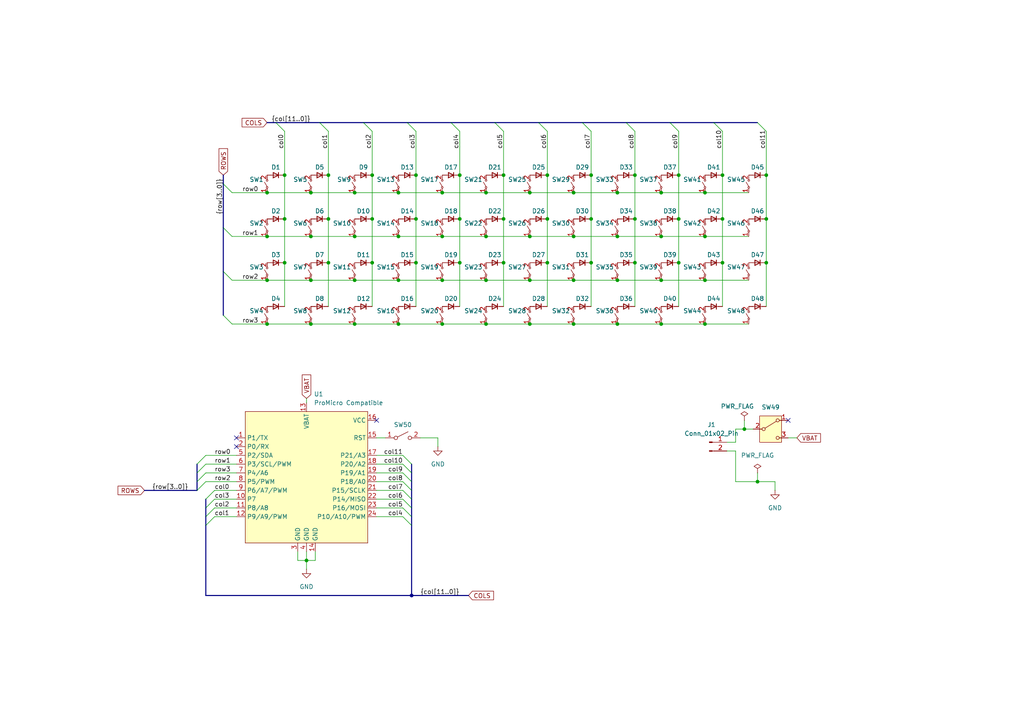
<source format=kicad_sch>
(kicad_sch
	(version 20250114)
	(generator "eeschema")
	(generator_version "9.0")
	(uuid "e3c88f17-e431-4ad8-b491-c68f92a3599e")
	(paper "A4")
	
	(junction
		(at 107.95 63.5)
		(diameter 0)
		(color 0 0 0 0)
		(uuid "002d5ad8-ef74-4beb-8c33-b3c3147abe15")
	)
	(junction
		(at 133.35 50.8)
		(diameter 0)
		(color 0 0 0 0)
		(uuid "00dc2123-9d30-44e7-ad2e-b53ffcf7ec5d")
	)
	(junction
		(at 191.77 81.28)
		(diameter 0)
		(color 0 0 0 0)
		(uuid "03dd787f-bb47-4e1d-bb03-7d61372b039b")
	)
	(junction
		(at 95.25 63.5)
		(diameter 0)
		(color 0 0 0 0)
		(uuid "08497830-24b2-402b-b591-82325c9f6584")
	)
	(junction
		(at 191.77 68.58)
		(diameter 0)
		(color 0 0 0 0)
		(uuid "0d654438-8902-40e4-8e09-55a0836a6ea7")
	)
	(junction
		(at 153.67 68.58)
		(diameter 0)
		(color 0 0 0 0)
		(uuid "0df900b7-f253-49e5-be16-069430e9c15f")
	)
	(junction
		(at 119.38 172.72)
		(diameter 0)
		(color 0 0 0 0)
		(uuid "0fa57eb5-eaa7-4e45-8fbc-a988e3305738")
	)
	(junction
		(at 102.87 81.28)
		(diameter 0)
		(color 0 0 0 0)
		(uuid "14483e4c-b619-41bd-9bf9-70d26f524a25")
	)
	(junction
		(at 158.75 76.2)
		(diameter 0)
		(color 0 0 0 0)
		(uuid "1985963e-0e18-4d15-8d41-9444514dc67f")
	)
	(junction
		(at 158.75 63.5)
		(diameter 0)
		(color 0 0 0 0)
		(uuid "27f97fd4-2c74-4cae-8d8a-9ea46548d652")
	)
	(junction
		(at 77.47 81.28)
		(diameter 0)
		(color 0 0 0 0)
		(uuid "2907d7d0-eef8-43d7-9fe2-512e471c56f0")
	)
	(junction
		(at 102.87 93.98)
		(diameter 0)
		(color 0 0 0 0)
		(uuid "29188768-3ace-4c0a-9c82-cbc0a5df875a")
	)
	(junction
		(at 191.77 93.98)
		(diameter 0)
		(color 0 0 0 0)
		(uuid "291d352b-e74b-4467-ac4d-024c521d11c3")
	)
	(junction
		(at 115.57 55.88)
		(diameter 0)
		(color 0 0 0 0)
		(uuid "2b0a305e-4899-4052-8e5b-7a0dc28c25cb")
	)
	(junction
		(at 82.55 63.5)
		(diameter 0)
		(color 0 0 0 0)
		(uuid "2d814daa-ed4e-4a5a-b92d-ba24c14070d5")
	)
	(junction
		(at 120.65 63.5)
		(diameter 0)
		(color 0 0 0 0)
		(uuid "308d1f96-bee8-4a55-9506-ffbb3f4ccb85")
	)
	(junction
		(at 166.37 81.28)
		(diameter 0)
		(color 0 0 0 0)
		(uuid "33c61722-b1e3-4cc7-997f-579bf9a71d8f")
	)
	(junction
		(at 128.27 68.58)
		(diameter 0)
		(color 0 0 0 0)
		(uuid "37a1e809-3009-4ea4-b53a-bdb3798e9e1f")
	)
	(junction
		(at 77.47 55.88)
		(diameter 0)
		(color 0 0 0 0)
		(uuid "38bd1f97-602b-4f5b-a40a-87875dc43770")
	)
	(junction
		(at 88.9 162.56)
		(diameter 0)
		(color 0 0 0 0)
		(uuid "3c09b5da-21df-42e6-9498-c7ad2ed6be36")
	)
	(junction
		(at 107.95 76.2)
		(diameter 0)
		(color 0 0 0 0)
		(uuid "3d339a16-06a8-4eef-b294-7267ce71ccd4")
	)
	(junction
		(at 179.07 68.58)
		(diameter 0)
		(color 0 0 0 0)
		(uuid "3e6652a5-8b94-4049-94e8-33077a352d8b")
	)
	(junction
		(at 171.45 50.8)
		(diameter 0)
		(color 0 0 0 0)
		(uuid "447b6ff1-7a3e-416b-b5a1-d4c04a3c94e5")
	)
	(junction
		(at 153.67 55.88)
		(diameter 0)
		(color 0 0 0 0)
		(uuid "499602a4-6bb1-41ff-beb6-18e477387ade")
	)
	(junction
		(at 146.05 50.8)
		(diameter 0)
		(color 0 0 0 0)
		(uuid "4a324584-305e-43f6-815d-56aaefdc7f01")
	)
	(junction
		(at 171.45 76.2)
		(diameter 0)
		(color 0 0 0 0)
		(uuid "4eab1886-0c3a-4a47-8c9b-5421d2762887")
	)
	(junction
		(at 140.97 55.88)
		(diameter 0)
		(color 0 0 0 0)
		(uuid "553de34e-403f-41fb-b30d-29975f849280")
	)
	(junction
		(at 120.65 76.2)
		(diameter 0)
		(color 0 0 0 0)
		(uuid "585aca02-751a-4759-9522-72dd35cf4031")
	)
	(junction
		(at 209.55 76.2)
		(diameter 0)
		(color 0 0 0 0)
		(uuid "5b601b5a-122a-49b6-993d-174f839246e2")
	)
	(junction
		(at 153.67 93.98)
		(diameter 0)
		(color 0 0 0 0)
		(uuid "5be27638-5c24-439c-8d07-37f109c5c562")
	)
	(junction
		(at 196.85 63.5)
		(diameter 0)
		(color 0 0 0 0)
		(uuid "5c10175d-9c14-48dc-abe3-455f9ab79efa")
	)
	(junction
		(at 179.07 81.28)
		(diameter 0)
		(color 0 0 0 0)
		(uuid "5f7e5647-f26f-4a8f-a842-e987fdc15e4e")
	)
	(junction
		(at 140.97 68.58)
		(diameter 0)
		(color 0 0 0 0)
		(uuid "6323fc3a-a0fc-4e0c-a0f1-75c856d9067e")
	)
	(junction
		(at 82.55 50.8)
		(diameter 0)
		(color 0 0 0 0)
		(uuid "67991a72-2591-4f23-9dca-80506b00fccf")
	)
	(junction
		(at 219.71 139.7)
		(diameter 0)
		(color 0 0 0 0)
		(uuid "67cd49bd-e2c2-40a4-9fd5-0795ee897dae")
	)
	(junction
		(at 166.37 55.88)
		(diameter 0)
		(color 0 0 0 0)
		(uuid "68ff73ac-8bce-4bc2-8707-e2ed2883066a")
	)
	(junction
		(at 140.97 81.28)
		(diameter 0)
		(color 0 0 0 0)
		(uuid "6a0ed3e0-018e-4932-a1e2-1b837b5fd764")
	)
	(junction
		(at 191.77 55.88)
		(diameter 0)
		(color 0 0 0 0)
		(uuid "6becbc48-d9e2-4946-bd3b-d2aea0a3ae51")
	)
	(junction
		(at 107.95 50.8)
		(diameter 0)
		(color 0 0 0 0)
		(uuid "6eb917dd-8504-48a2-9ac4-8311456b318c")
	)
	(junction
		(at 95.25 50.8)
		(diameter 0)
		(color 0 0 0 0)
		(uuid "6fea4a7a-439d-4ebd-87dd-ef636c9bedcb")
	)
	(junction
		(at 184.15 50.8)
		(diameter 0)
		(color 0 0 0 0)
		(uuid "7a1ef0d2-dec3-46b8-9761-bb8c5ee98fb1")
	)
	(junction
		(at 184.15 76.2)
		(diameter 0)
		(color 0 0 0 0)
		(uuid "7aadb54e-606e-4df2-b290-8a0a691d2ae0")
	)
	(junction
		(at 179.07 55.88)
		(diameter 0)
		(color 0 0 0 0)
		(uuid "7b9aea94-e743-415c-b550-c16c1ce0c22a")
	)
	(junction
		(at 204.47 81.28)
		(diameter 0)
		(color 0 0 0 0)
		(uuid "7bd973cd-6ea2-48e1-b727-f358f8c66f7c")
	)
	(junction
		(at 133.35 76.2)
		(diameter 0)
		(color 0 0 0 0)
		(uuid "7c5737ed-3f85-4b08-98a8-7bcc93d856c8")
	)
	(junction
		(at 90.17 81.28)
		(diameter 0)
		(color 0 0 0 0)
		(uuid "7dfcc26a-0c4e-40e5-a2ac-fd0669be2e6c")
	)
	(junction
		(at 146.05 63.5)
		(diameter 0)
		(color 0 0 0 0)
		(uuid "7f3fa247-d267-4196-ab62-3f3518334270")
	)
	(junction
		(at 184.15 63.5)
		(diameter 0)
		(color 0 0 0 0)
		(uuid "823a8bda-f793-4651-ba48-fd6058637df2")
	)
	(junction
		(at 171.45 63.5)
		(diameter 0)
		(color 0 0 0 0)
		(uuid "856a0de0-cb1e-40f1-8050-dbfeb292e655")
	)
	(junction
		(at 209.55 50.8)
		(diameter 0)
		(color 0 0 0 0)
		(uuid "87b063ef-c59a-42cc-a988-29f8851536ab")
	)
	(junction
		(at 77.47 68.58)
		(diameter 0)
		(color 0 0 0 0)
		(uuid "88289cbb-2c8d-4d5f-97d5-70d72d008253")
	)
	(junction
		(at 140.97 93.98)
		(diameter 0)
		(color 0 0 0 0)
		(uuid "8fa82415-c417-4c2d-ba43-733ae09034ac")
	)
	(junction
		(at 90.17 68.58)
		(diameter 0)
		(color 0 0 0 0)
		(uuid "923526d2-3622-49f9-95e5-053ef5fc2658")
	)
	(junction
		(at 209.55 63.5)
		(diameter 0)
		(color 0 0 0 0)
		(uuid "95de6db7-ceb1-4d44-bbeb-35c8136e6edb")
	)
	(junction
		(at 120.65 50.8)
		(diameter 0)
		(color 0 0 0 0)
		(uuid "98fc4ee6-4329-4ecd-9b81-723a939040a9")
	)
	(junction
		(at 102.87 68.58)
		(diameter 0)
		(color 0 0 0 0)
		(uuid "a21d3467-e585-4ef4-83b9-0211cada653a")
	)
	(junction
		(at 196.85 76.2)
		(diameter 0)
		(color 0 0 0 0)
		(uuid "a2a78e0e-fb81-443e-a577-e9490fa8dfa1")
	)
	(junction
		(at 133.35 63.5)
		(diameter 0)
		(color 0 0 0 0)
		(uuid "a495b52f-2628-43bb-b16b-25c924d80a5f")
	)
	(junction
		(at 204.47 55.88)
		(diameter 0)
		(color 0 0 0 0)
		(uuid "a682478a-2d3d-4bb2-8158-d06e18e5855d")
	)
	(junction
		(at 158.75 50.8)
		(diameter 0)
		(color 0 0 0 0)
		(uuid "a84006bd-85d5-4fd3-95dd-b11e2c812445")
	)
	(junction
		(at 222.25 76.2)
		(diameter 0)
		(color 0 0 0 0)
		(uuid "a9f641df-2058-41fe-b009-5314247b6cc2")
	)
	(junction
		(at 204.47 93.98)
		(diameter 0)
		(color 0 0 0 0)
		(uuid "aa238040-be73-4d90-a5c5-0cb4ab0ba752")
	)
	(junction
		(at 115.57 81.28)
		(diameter 0)
		(color 0 0 0 0)
		(uuid "ab9aafa7-089e-466d-a61f-3d68b471d5b3")
	)
	(junction
		(at 115.57 68.58)
		(diameter 0)
		(color 0 0 0 0)
		(uuid "ae230cff-dbe5-4dc5-84d8-5a3279279a5d")
	)
	(junction
		(at 166.37 93.98)
		(diameter 0)
		(color 0 0 0 0)
		(uuid "b31f79b4-ff4f-40d4-987d-448f55464eee")
	)
	(junction
		(at 128.27 81.28)
		(diameter 0)
		(color 0 0 0 0)
		(uuid "b871b874-2887-4030-93f3-ceb1c721aadf")
	)
	(junction
		(at 95.25 76.2)
		(diameter 0)
		(color 0 0 0 0)
		(uuid "b88f3b1b-d54e-4706-ba26-c407ac30c2c3")
	)
	(junction
		(at 196.85 50.8)
		(diameter 0)
		(color 0 0 0 0)
		(uuid "bb152277-fc91-4370-ad2a-b8952e12732c")
	)
	(junction
		(at 215.9 124.46)
		(diameter 0)
		(color 0 0 0 0)
		(uuid "bbaa9554-e646-41fb-a960-825856b66b1e")
	)
	(junction
		(at 179.07 93.98)
		(diameter 0)
		(color 0 0 0 0)
		(uuid "bc471a03-5742-4d54-a0b4-efc3c741769a")
	)
	(junction
		(at 222.25 63.5)
		(diameter 0)
		(color 0 0 0 0)
		(uuid "c4db0ec5-24f1-41a7-9905-ff7469924e3c")
	)
	(junction
		(at 115.57 93.98)
		(diameter 0)
		(color 0 0 0 0)
		(uuid "c9dd3468-5603-455a-b6bd-a27d177f1492")
	)
	(junction
		(at 222.25 50.8)
		(diameter 0)
		(color 0 0 0 0)
		(uuid "c9df2b56-4fa5-4911-a38f-c4edbd014d33")
	)
	(junction
		(at 90.17 55.88)
		(diameter 0)
		(color 0 0 0 0)
		(uuid "c9f9ddd8-a1c0-4ea6-916a-095863786d70")
	)
	(junction
		(at 204.47 68.58)
		(diameter 0)
		(color 0 0 0 0)
		(uuid "cd31537a-25f2-4f4a-bacd-1b9e56d42d25")
	)
	(junction
		(at 146.05 76.2)
		(diameter 0)
		(color 0 0 0 0)
		(uuid "cf7962ba-7746-4e4e-837f-3ce72181e7f4")
	)
	(junction
		(at 166.37 68.58)
		(diameter 0)
		(color 0 0 0 0)
		(uuid "d5379552-3473-4677-986b-b23e3b73c27a")
	)
	(junction
		(at 102.87 55.88)
		(diameter 0)
		(color 0 0 0 0)
		(uuid "d6893f9a-04b9-4cee-b27a-c9fa4aac671c")
	)
	(junction
		(at 90.17 93.98)
		(diameter 0)
		(color 0 0 0 0)
		(uuid "e19b2db6-5fe6-4180-af8f-a6f3fe2e47cc")
	)
	(junction
		(at 128.27 93.98)
		(diameter 0)
		(color 0 0 0 0)
		(uuid "e6e65e1b-ae58-4a4a-8e7a-bad745465863")
	)
	(junction
		(at 153.67 81.28)
		(diameter 0)
		(color 0 0 0 0)
		(uuid "e7c508b9-1813-4aa3-8105-6c387d4241b8")
	)
	(junction
		(at 82.55 76.2)
		(diameter 0)
		(color 0 0 0 0)
		(uuid "ef5f3edf-6f5b-4836-9d4f-6780cbe53c19")
	)
	(junction
		(at 128.27 55.88)
		(diameter 0)
		(color 0 0 0 0)
		(uuid "f1e2e988-d334-4f7e-babe-8cc404b426e8")
	)
	(junction
		(at 77.47 93.98)
		(diameter 0)
		(color 0 0 0 0)
		(uuid "f81cd84f-5a32-48ec-838b-3ea5ed6e0310")
	)
	(no_connect
		(at 68.58 129.54)
		(uuid "4095a63d-c131-4c91-966c-43222aff5c94")
	)
	(no_connect
		(at 68.58 127)
		(uuid "4e80321e-d03a-4aa5-9448-f5a82991d97d")
	)
	(no_connect
		(at 228.6 121.92)
		(uuid "5321128d-8d6d-45bc-a235-b50132ebf69f")
	)
	(no_connect
		(at 109.22 121.92)
		(uuid "6ed74e1d-3701-4e27-b475-923ead78bddb")
	)
	(bus_entry
		(at 181.61 35.56)
		(size 2.54 2.54)
		(stroke
			(width 0)
			(type default)
		)
		(uuid "009e09f3-3b23-47ef-ad1b-79ff00e87d04")
	)
	(bus_entry
		(at 64.77 91.44)
		(size 2.54 2.54)
		(stroke
			(width 0)
			(type default)
		)
		(uuid "024cf0bc-2802-49aa-8bde-67656e1c8a12")
	)
	(bus_entry
		(at 62.23 144.78)
		(size -2.54 2.54)
		(stroke
			(width 0)
			(type default)
		)
		(uuid "03b26fc9-15eb-461b-868d-b1600ca48be1")
	)
	(bus_entry
		(at 62.23 147.32)
		(size -2.54 2.54)
		(stroke
			(width 0)
			(type default)
		)
		(uuid "0db1af60-e609-40de-8843-4982b19f1c65")
	)
	(bus_entry
		(at 59.69 137.16)
		(size -2.54 2.54)
		(stroke
			(width 0)
			(type default)
		)
		(uuid "0f7ca82b-317f-41fa-9910-3755033761be")
	)
	(bus_entry
		(at 116.84 149.86)
		(size 2.54 2.54)
		(stroke
			(width 0)
			(type default)
		)
		(uuid "0fb38ceb-4dbf-4507-862b-b6269736108a")
	)
	(bus_entry
		(at 59.69 132.08)
		(size -2.54 2.54)
		(stroke
			(width 0)
			(type default)
		)
		(uuid "15072654-3dbf-48ba-9683-512fd51b84b5")
	)
	(bus_entry
		(at 105.41 35.56)
		(size 2.54 2.54)
		(stroke
			(width 0)
			(type default)
		)
		(uuid "20df9d8d-f32f-4f48-8cf8-d3b5ddd102a5")
	)
	(bus_entry
		(at 118.11 35.56)
		(size 2.54 2.54)
		(stroke
			(width 0)
			(type default)
		)
		(uuid "23e9520f-4358-4737-994f-70948e2ef4e4")
	)
	(bus_entry
		(at 143.51 35.56)
		(size 2.54 2.54)
		(stroke
			(width 0)
			(type default)
		)
		(uuid "2f2ec5f1-4936-4315-b05b-43475794fcc3")
	)
	(bus_entry
		(at 194.31 35.56)
		(size 2.54 2.54)
		(stroke
			(width 0)
			(type default)
		)
		(uuid "31409a7d-447e-4f3a-94cc-d9e1e54eb7ef")
	)
	(bus_entry
		(at 207.01 35.56)
		(size 2.54 2.54)
		(stroke
			(width 0)
			(type default)
		)
		(uuid "33a194bb-e8a2-4afb-b030-4e277c0b7d80")
	)
	(bus_entry
		(at 156.21 35.56)
		(size 2.54 2.54)
		(stroke
			(width 0)
			(type default)
		)
		(uuid "375b1d87-0cb0-4a1a-b378-b2d1ce10690a")
	)
	(bus_entry
		(at 64.77 53.34)
		(size 2.54 2.54)
		(stroke
			(width 0)
			(type default)
		)
		(uuid "4dd0e044-8c64-4bde-a209-e47dec1f86d2")
	)
	(bus_entry
		(at 62.23 149.86)
		(size -2.54 2.54)
		(stroke
			(width 0)
			(type default)
		)
		(uuid "538a8068-5738-4036-9521-903be9e9c118")
	)
	(bus_entry
		(at 116.84 134.62)
		(size 2.54 2.54)
		(stroke
			(width 0)
			(type default)
		)
		(uuid "676789f5-fc97-49bb-a6d7-dbb9c049ee94")
	)
	(bus_entry
		(at 62.23 142.24)
		(size -2.54 2.54)
		(stroke
			(width 0)
			(type default)
		)
		(uuid "77a88dbe-258d-4cdb-9b80-c1d45c9bde36")
	)
	(bus_entry
		(at 219.71 35.56)
		(size 2.54 2.54)
		(stroke
			(width 0)
			(type default)
		)
		(uuid "7b4dc7c4-5575-4bbf-a2d6-bb9b5dac9d70")
	)
	(bus_entry
		(at 116.84 144.78)
		(size 2.54 2.54)
		(stroke
			(width 0)
			(type default)
		)
		(uuid "7cf4ddba-73ad-4282-9fb3-422804beed16")
	)
	(bus_entry
		(at 64.77 66.04)
		(size 2.54 2.54)
		(stroke
			(width 0)
			(type default)
		)
		(uuid "82af69a9-c389-46a3-8b78-370df5befe31")
	)
	(bus_entry
		(at 116.84 147.32)
		(size 2.54 2.54)
		(stroke
			(width 0)
			(type default)
		)
		(uuid "89bb9591-bea9-4ad6-b767-85e40b212f46")
	)
	(bus_entry
		(at 116.84 137.16)
		(size 2.54 2.54)
		(stroke
			(width 0)
			(type default)
		)
		(uuid "9408f5ba-d66f-4133-8279-707cf3d63880")
	)
	(bus_entry
		(at 59.69 134.62)
		(size -2.54 2.54)
		(stroke
			(width 0)
			(type default)
		)
		(uuid "b5ab9156-2013-4fe0-9b1f-6fd9bf98af0d")
	)
	(bus_entry
		(at 59.69 139.7)
		(size -2.54 2.54)
		(stroke
			(width 0)
			(type default)
		)
		(uuid "be803e9f-21d5-4a1f-9532-c1871de945d8")
	)
	(bus_entry
		(at 116.84 142.24)
		(size 2.54 2.54)
		(stroke
			(width 0)
			(type default)
		)
		(uuid "c2cf5ad8-fe1e-4efa-83d6-f83cb50cd21f")
	)
	(bus_entry
		(at 116.84 139.7)
		(size 2.54 2.54)
		(stroke
			(width 0)
			(type default)
		)
		(uuid "c4469dd4-09fd-476c-83dc-32383ad52ee8")
	)
	(bus_entry
		(at 130.81 35.56)
		(size 2.54 2.54)
		(stroke
			(width 0)
			(type default)
		)
		(uuid "c95877f7-228f-4604-9bd2-8242d4d63dcf")
	)
	(bus_entry
		(at 80.01 35.56)
		(size 2.54 2.54)
		(stroke
			(width 0)
			(type default)
		)
		(uuid "cf6eb2e0-34dc-43f8-af3a-eb10dfc5cbcc")
	)
	(bus_entry
		(at 168.91 35.56)
		(size 2.54 2.54)
		(stroke
			(width 0)
			(type default)
		)
		(uuid "cfdd6754-68f7-4fcf-9a1d-661794d4e163")
	)
	(bus_entry
		(at 64.77 78.74)
		(size 2.54 2.54)
		(stroke
			(width 0)
			(type default)
		)
		(uuid "dafc99a8-5bf2-4591-a55c-67756ea289b2")
	)
	(bus_entry
		(at 92.71 35.56)
		(size 2.54 2.54)
		(stroke
			(width 0)
			(type default)
		)
		(uuid "ee7bc58b-d793-45a6-a82e-c8e64ad02689")
	)
	(bus_entry
		(at 116.84 132.08)
		(size 2.54 2.54)
		(stroke
			(width 0)
			(type default)
		)
		(uuid "f8f10721-22f0-45a3-89c7-e32e8889c7cd")
	)
	(wire
		(pts
			(xy 90.17 68.58) (xy 102.87 68.58)
		)
		(stroke
			(width 0)
			(type default)
		)
		(uuid "0162c3ba-43a5-4f69-85cd-bd5991c40085")
	)
	(wire
		(pts
			(xy 59.69 134.62) (xy 68.58 134.62)
		)
		(stroke
			(width 0)
			(type default)
		)
		(uuid "01738553-1d48-4feb-8e31-75b830410187")
	)
	(bus
		(pts
			(xy 64.77 78.74) (xy 64.77 91.44)
		)
		(stroke
			(width 0)
			(type default)
		)
		(uuid "02958b57-e133-4492-aaf4-e9fca0451f65")
	)
	(wire
		(pts
			(xy 179.07 68.58) (xy 191.77 68.58)
		)
		(stroke
			(width 0)
			(type default)
		)
		(uuid "03451b7d-bc62-42c4-9136-7443b7a403f5")
	)
	(bus
		(pts
			(xy 194.31 35.56) (xy 207.01 35.56)
		)
		(stroke
			(width 0)
			(type default)
		)
		(uuid "04291727-2b02-4ebd-bad4-197eadb4e8e8")
	)
	(wire
		(pts
			(xy 222.25 63.5) (xy 222.25 76.2)
		)
		(stroke
			(width 0)
			(type default)
		)
		(uuid "058c30f5-9e3b-4cfd-8bd9-54f369a791c5")
	)
	(bus
		(pts
			(xy 59.69 149.86) (xy 59.69 152.4)
		)
		(stroke
			(width 0)
			(type default)
		)
		(uuid "05e62dc0-3bba-4da9-8e51-88c5ec7a3ac6")
	)
	(wire
		(pts
			(xy 171.45 63.5) (xy 171.45 76.2)
		)
		(stroke
			(width 0)
			(type default)
		)
		(uuid "069d45da-e85b-4e87-973e-6d64f646e385")
	)
	(wire
		(pts
			(xy 102.87 55.88) (xy 115.57 55.88)
		)
		(stroke
			(width 0)
			(type default)
		)
		(uuid "06aad752-bd9d-4e00-808d-62260c3b9e57")
	)
	(wire
		(pts
			(xy 120.65 63.5) (xy 120.65 76.2)
		)
		(stroke
			(width 0)
			(type default)
		)
		(uuid "08986c3b-4350-4ebb-b31e-76d3db07ba86")
	)
	(wire
		(pts
			(xy 86.36 162.56) (xy 88.9 162.56)
		)
		(stroke
			(width 0)
			(type default)
		)
		(uuid "0a95a8a7-7aa8-4b62-a20f-1f9b3189d861")
	)
	(wire
		(pts
			(xy 67.31 93.98) (xy 77.47 93.98)
		)
		(stroke
			(width 0)
			(type default)
		)
		(uuid "0bd6f8d5-c98a-405b-aa96-fd6bf9488dee")
	)
	(wire
		(pts
			(xy 204.47 68.58) (xy 217.17 68.58)
		)
		(stroke
			(width 0)
			(type default)
		)
		(uuid "0eec1caa-2be5-417d-be4c-dddc61b7182a")
	)
	(wire
		(pts
			(xy 184.15 38.1) (xy 184.15 50.8)
		)
		(stroke
			(width 0)
			(type default)
		)
		(uuid "0f6a26d6-e4c3-4fc6-9e05-74aff30fb243")
	)
	(wire
		(pts
			(xy 133.35 76.2) (xy 133.35 88.9)
		)
		(stroke
			(width 0)
			(type default)
		)
		(uuid "13a7dc81-5b52-4dcb-840a-8fa2d30d5c67")
	)
	(wire
		(pts
			(xy 209.55 38.1) (xy 209.55 50.8)
		)
		(stroke
			(width 0)
			(type default)
		)
		(uuid "155bd6a8-c584-4115-a308-86a271741765")
	)
	(wire
		(pts
			(xy 121.92 127) (xy 127 127)
		)
		(stroke
			(width 0)
			(type default)
		)
		(uuid "181c0328-30a6-4629-8992-efc13f0a129a")
	)
	(wire
		(pts
			(xy 213.36 128.27) (xy 213.36 124.46)
		)
		(stroke
			(width 0)
			(type default)
		)
		(uuid "187e2e05-f3b4-436f-bff3-ae694b9b945b")
	)
	(wire
		(pts
			(xy 140.97 55.88) (xy 153.67 55.88)
		)
		(stroke
			(width 0)
			(type default)
		)
		(uuid "18ca722d-ca1c-4e4c-907f-873d770a6aae")
	)
	(wire
		(pts
			(xy 213.36 139.7) (xy 219.71 139.7)
		)
		(stroke
			(width 0)
			(type default)
		)
		(uuid "197c8c8b-865d-495e-a396-1fd1d893e39c")
	)
	(bus
		(pts
			(xy 130.81 35.56) (xy 143.51 35.56)
		)
		(stroke
			(width 0)
			(type default)
		)
		(uuid "1a7061fa-54bb-431a-b69f-d5bf86ede603")
	)
	(wire
		(pts
			(xy 88.9 160.02) (xy 88.9 162.56)
		)
		(stroke
			(width 0)
			(type default)
		)
		(uuid "1a9be0c2-ff52-42ad-9250-6924f9ef9724")
	)
	(wire
		(pts
			(xy 62.23 149.86) (xy 68.58 149.86)
		)
		(stroke
			(width 0)
			(type default)
		)
		(uuid "1bd73b1f-872e-4946-bf43-46750a10a642")
	)
	(wire
		(pts
			(xy 109.22 144.78) (xy 116.84 144.78)
		)
		(stroke
			(width 0)
			(type default)
		)
		(uuid "1bef0740-7f1c-4719-960c-cbcfea59235b")
	)
	(wire
		(pts
			(xy 133.35 50.8) (xy 133.35 63.5)
		)
		(stroke
			(width 0)
			(type default)
		)
		(uuid "1c91442f-b5b7-4fc0-a031-546613145ef5")
	)
	(wire
		(pts
			(xy 140.97 93.98) (xy 153.67 93.98)
		)
		(stroke
			(width 0)
			(type default)
		)
		(uuid "1eeb7580-7911-4d9f-bb72-e4e5b8d8a9e0")
	)
	(bus
		(pts
			(xy 119.38 172.72) (xy 135.89 172.72)
		)
		(stroke
			(width 0)
			(type default)
		)
		(uuid "2268d684-5d60-46ab-ad6e-da75eb2ee41d")
	)
	(wire
		(pts
			(xy 210.82 130.81) (xy 213.36 130.81)
		)
		(stroke
			(width 0)
			(type default)
		)
		(uuid "2672c9e1-06ef-4bbf-8351-b98a0be4f9ee")
	)
	(wire
		(pts
			(xy 153.67 81.28) (xy 166.37 81.28)
		)
		(stroke
			(width 0)
			(type default)
		)
		(uuid "274f0b02-84eb-4ad2-b41a-cd45cf7b911d")
	)
	(wire
		(pts
			(xy 191.77 68.58) (xy 204.47 68.58)
		)
		(stroke
			(width 0)
			(type default)
		)
		(uuid "2918574b-03ac-46f2-a26b-f9b5906fe935")
	)
	(wire
		(pts
			(xy 67.31 81.28) (xy 77.47 81.28)
		)
		(stroke
			(width 0)
			(type default)
		)
		(uuid "2a137223-6e53-424a-9d9c-f8335fd00951")
	)
	(wire
		(pts
			(xy 166.37 55.88) (xy 179.07 55.88)
		)
		(stroke
			(width 0)
			(type default)
		)
		(uuid "2aea9cfb-153a-4e60-96f5-14d69729bb10")
	)
	(wire
		(pts
			(xy 115.57 55.88) (xy 128.27 55.88)
		)
		(stroke
			(width 0)
			(type default)
		)
		(uuid "2c830e75-18bc-4e07-913e-56b0e3a30ac6")
	)
	(wire
		(pts
			(xy 210.82 128.27) (xy 213.36 128.27)
		)
		(stroke
			(width 0)
			(type default)
		)
		(uuid "2cc9b9e6-600c-4c2c-8f12-e4608ec7e72e")
	)
	(wire
		(pts
			(xy 107.95 76.2) (xy 107.95 88.9)
		)
		(stroke
			(width 0)
			(type default)
		)
		(uuid "2d8497a2-23df-4917-abab-27a2cb6b3de8")
	)
	(wire
		(pts
			(xy 109.22 149.86) (xy 116.84 149.86)
		)
		(stroke
			(width 0)
			(type default)
		)
		(uuid "30a7c3cb-ccdb-4852-9315-48b250cf81d2")
	)
	(wire
		(pts
			(xy 213.36 124.46) (xy 215.9 124.46)
		)
		(stroke
			(width 0)
			(type default)
		)
		(uuid "30d6e751-956f-4790-8310-65e0162c152d")
	)
	(wire
		(pts
			(xy 166.37 81.28) (xy 179.07 81.28)
		)
		(stroke
			(width 0)
			(type default)
		)
		(uuid "31259cb4-041c-4121-8edf-ac14cbbb9799")
	)
	(bus
		(pts
			(xy 105.41 35.56) (xy 118.11 35.56)
		)
		(stroke
			(width 0)
			(type default)
		)
		(uuid "328e365a-5681-45dd-8928-5d0dddb11be9")
	)
	(wire
		(pts
			(xy 158.75 50.8) (xy 158.75 63.5)
		)
		(stroke
			(width 0)
			(type default)
		)
		(uuid "335a1c41-abc6-40cf-8613-8121656b7432")
	)
	(wire
		(pts
			(xy 219.71 137.16) (xy 219.71 139.7)
		)
		(stroke
			(width 0)
			(type default)
		)
		(uuid "3663c8d3-4477-4364-9b2a-cf3cc92cd3bf")
	)
	(wire
		(pts
			(xy 196.85 50.8) (xy 196.85 63.5)
		)
		(stroke
			(width 0)
			(type default)
		)
		(uuid "3b5a345e-98ac-47df-b7ef-4f40c1bea72a")
	)
	(bus
		(pts
			(xy 119.38 144.78) (xy 119.38 147.32)
		)
		(stroke
			(width 0)
			(type default)
		)
		(uuid "3db2d6e6-f50c-4344-ace5-c0f4ed17709d")
	)
	(wire
		(pts
			(xy 109.22 142.24) (xy 116.84 142.24)
		)
		(stroke
			(width 0)
			(type default)
		)
		(uuid "3dfe4c5d-acbc-4eb4-927f-d6d106966a2b")
	)
	(wire
		(pts
			(xy 215.9 124.46) (xy 218.44 124.46)
		)
		(stroke
			(width 0)
			(type default)
		)
		(uuid "3ee70f4a-aa94-4b0d-bdb4-850e77d913c0")
	)
	(bus
		(pts
			(xy 59.69 147.32) (xy 59.69 149.86)
		)
		(stroke
			(width 0)
			(type default)
		)
		(uuid "40534e3b-4397-4b30-98de-a91f95750d04")
	)
	(wire
		(pts
			(xy 88.9 115.57) (xy 88.9 116.84)
		)
		(stroke
			(width 0)
			(type default)
		)
		(uuid "41e30b1a-cd06-4013-b32a-17b90ce4fca1")
	)
	(wire
		(pts
			(xy 179.07 93.98) (xy 191.77 93.98)
		)
		(stroke
			(width 0)
			(type default)
		)
		(uuid "42287cfb-7edf-4cf1-b64b-3fe7651992e6")
	)
	(wire
		(pts
			(xy 62.23 144.78) (xy 68.58 144.78)
		)
		(stroke
			(width 0)
			(type default)
		)
		(uuid "43caf4ff-bf32-4ff6-9466-0efe0c78818e")
	)
	(bus
		(pts
			(xy 119.38 147.32) (xy 119.38 149.86)
		)
		(stroke
			(width 0)
			(type default)
		)
		(uuid "44318cdc-37e4-49c0-9dd9-54303f5fcec3")
	)
	(wire
		(pts
			(xy 209.55 63.5) (xy 209.55 76.2)
		)
		(stroke
			(width 0)
			(type default)
		)
		(uuid "461370f2-6a3c-40c6-918a-a294df67609c")
	)
	(wire
		(pts
			(xy 62.23 142.24) (xy 68.58 142.24)
		)
		(stroke
			(width 0)
			(type default)
		)
		(uuid "481bef70-569e-4315-8aff-4c149627208b")
	)
	(wire
		(pts
			(xy 95.25 63.5) (xy 95.25 76.2)
		)
		(stroke
			(width 0)
			(type default)
		)
		(uuid "48ce36cd-1d05-4efa-9df7-0176c4c5a495")
	)
	(bus
		(pts
			(xy 77.47 35.56) (xy 80.01 35.56)
		)
		(stroke
			(width 0)
			(type default)
		)
		(uuid "49e7cc91-02e6-4cac-8c44-537ca4894671")
	)
	(wire
		(pts
			(xy 153.67 93.98) (xy 166.37 93.98)
		)
		(stroke
			(width 0)
			(type default)
		)
		(uuid "4c77742a-8aff-4851-ad0b-5f8109f67b8b")
	)
	(wire
		(pts
			(xy 171.45 38.1) (xy 171.45 50.8)
		)
		(stroke
			(width 0)
			(type default)
		)
		(uuid "50565201-0f1d-4784-9745-01fc6aa13b69")
	)
	(wire
		(pts
			(xy 109.22 132.08) (xy 116.84 132.08)
		)
		(stroke
			(width 0)
			(type default)
		)
		(uuid "512f56d1-5909-434d-a4e6-ad6249f3d96a")
	)
	(bus
		(pts
			(xy 41.91 142.24) (xy 57.15 142.24)
		)
		(stroke
			(width 0)
			(type default)
		)
		(uuid "533caa37-3c93-4281-9edf-8256977e7e09")
	)
	(wire
		(pts
			(xy 109.22 137.16) (xy 116.84 137.16)
		)
		(stroke
			(width 0)
			(type default)
		)
		(uuid "533d9edf-5671-4459-80dc-a361026ef000")
	)
	(bus
		(pts
			(xy 156.21 35.56) (xy 168.91 35.56)
		)
		(stroke
			(width 0)
			(type default)
		)
		(uuid "55328943-aab0-4cf3-81b2-57226753aea6")
	)
	(wire
		(pts
			(xy 102.87 68.58) (xy 115.57 68.58)
		)
		(stroke
			(width 0)
			(type default)
		)
		(uuid "58760970-9e82-4a9a-b91d-1238264a90b0")
	)
	(wire
		(pts
			(xy 77.47 81.28) (xy 90.17 81.28)
		)
		(stroke
			(width 0)
			(type default)
		)
		(uuid "594b80ca-08f6-4388-a252-c7640890c2d5")
	)
	(wire
		(pts
			(xy 222.25 76.2) (xy 222.25 88.9)
		)
		(stroke
			(width 0)
			(type default)
		)
		(uuid "5a8ba873-6306-44aa-9058-75d7bbf0968d")
	)
	(wire
		(pts
			(xy 115.57 68.58) (xy 128.27 68.58)
		)
		(stroke
			(width 0)
			(type default)
		)
		(uuid "5db2f3c5-9b02-4818-8391-77992921f88f")
	)
	(wire
		(pts
			(xy 95.25 38.1) (xy 95.25 50.8)
		)
		(stroke
			(width 0)
			(type default)
		)
		(uuid "5db442d1-df20-4075-9d8c-e9df2aa06108")
	)
	(wire
		(pts
			(xy 184.15 63.5) (xy 184.15 76.2)
		)
		(stroke
			(width 0)
			(type default)
		)
		(uuid "5f6191de-1518-4a62-a1a0-ee3a188b767e")
	)
	(wire
		(pts
			(xy 90.17 55.88) (xy 102.87 55.88)
		)
		(stroke
			(width 0)
			(type default)
		)
		(uuid "60765b41-e87a-41e8-9ae8-ac18ea66d3ae")
	)
	(wire
		(pts
			(xy 59.69 137.16) (xy 68.58 137.16)
		)
		(stroke
			(width 0)
			(type default)
		)
		(uuid "61ea4321-5cf5-4d7a-9f9c-48251247161b")
	)
	(wire
		(pts
			(xy 209.55 50.8) (xy 209.55 63.5)
		)
		(stroke
			(width 0)
			(type default)
		)
		(uuid "6257f58c-d716-456b-a7a2-8ae2ee2df264")
	)
	(wire
		(pts
			(xy 171.45 76.2) (xy 171.45 88.9)
		)
		(stroke
			(width 0)
			(type default)
		)
		(uuid "662bdfa5-4e19-4d9c-9560-6080fefbb078")
	)
	(wire
		(pts
			(xy 219.71 139.7) (xy 224.79 139.7)
		)
		(stroke
			(width 0)
			(type default)
		)
		(uuid "671ae363-e776-4e1e-82fd-e512d1e0fec3")
	)
	(wire
		(pts
			(xy 115.57 93.98) (xy 128.27 93.98)
		)
		(stroke
			(width 0)
			(type default)
		)
		(uuid "673f7fe7-00af-4436-92a1-877f994a09cf")
	)
	(bus
		(pts
			(xy 59.69 152.4) (xy 59.69 172.72)
		)
		(stroke
			(width 0)
			(type default)
		)
		(uuid "678c474a-6003-4933-9878-0a45e08f9932")
	)
	(wire
		(pts
			(xy 146.05 76.2) (xy 146.05 88.9)
		)
		(stroke
			(width 0)
			(type default)
		)
		(uuid "682ab370-0d10-44e7-8279-f0c997433c14")
	)
	(bus
		(pts
			(xy 57.15 134.62) (xy 57.15 137.16)
		)
		(stroke
			(width 0)
			(type default)
		)
		(uuid "6a560dd8-c1c2-42e5-bfe3-cdfb7eb4dd2e")
	)
	(wire
		(pts
			(xy 107.95 63.5) (xy 107.95 76.2)
		)
		(stroke
			(width 0)
			(type default)
		)
		(uuid "6b48b785-5573-4bf7-881b-13a11714d477")
	)
	(wire
		(pts
			(xy 109.22 139.7) (xy 116.84 139.7)
		)
		(stroke
			(width 0)
			(type default)
		)
		(uuid "6cba1f25-5537-4723-beec-4c2cd7d991b4")
	)
	(wire
		(pts
			(xy 133.35 38.1) (xy 133.35 50.8)
		)
		(stroke
			(width 0)
			(type default)
		)
		(uuid "6f3329be-2ae4-4a7d-8b5d-f0a03186e27a")
	)
	(bus
		(pts
			(xy 59.69 144.78) (xy 59.69 147.32)
		)
		(stroke
			(width 0)
			(type default)
		)
		(uuid "70282505-2269-4cc1-84d9-62adb1e620f4")
	)
	(wire
		(pts
			(xy 213.36 130.81) (xy 213.36 139.7)
		)
		(stroke
			(width 0)
			(type default)
		)
		(uuid "7043e3e8-dca2-42fb-b402-d655598a6765")
	)
	(wire
		(pts
			(xy 204.47 93.98) (xy 217.17 93.98)
		)
		(stroke
			(width 0)
			(type default)
		)
		(uuid "7326fccf-dca2-44e4-8a4f-3d8181da0163")
	)
	(wire
		(pts
			(xy 191.77 81.28) (xy 204.47 81.28)
		)
		(stroke
			(width 0)
			(type default)
		)
		(uuid "74a46798-82a6-4e56-91eb-39cfd9f41602")
	)
	(wire
		(pts
			(xy 82.55 38.1) (xy 82.55 50.8)
		)
		(stroke
			(width 0)
			(type default)
		)
		(uuid "76ddbda5-5bfe-4201-a3d3-11b3501a5d7f")
	)
	(wire
		(pts
			(xy 88.9 162.56) (xy 88.9 165.1)
		)
		(stroke
			(width 0)
			(type default)
		)
		(uuid "78a1b914-60db-497e-8359-dc8a1aada26b")
	)
	(wire
		(pts
			(xy 158.75 76.2) (xy 158.75 88.9)
		)
		(stroke
			(width 0)
			(type default)
		)
		(uuid "7a6492de-ec9e-4f1c-9bcb-317bb661086f")
	)
	(wire
		(pts
			(xy 86.36 160.02) (xy 86.36 162.56)
		)
		(stroke
			(width 0)
			(type default)
		)
		(uuid "7e5ecc3b-7fa8-4fa0-bd10-4e7ae53b5fa9")
	)
	(wire
		(pts
			(xy 90.17 93.98) (xy 102.87 93.98)
		)
		(stroke
			(width 0)
			(type default)
		)
		(uuid "7eeb267d-4813-4afe-bb24-5a661564f691")
	)
	(bus
		(pts
			(xy 92.71 35.56) (xy 105.41 35.56)
		)
		(stroke
			(width 0)
			(type default)
		)
		(uuid "806bcefa-77b7-4c51-ac83-0c70f4b7fcdb")
	)
	(wire
		(pts
			(xy 128.27 68.58) (xy 140.97 68.58)
		)
		(stroke
			(width 0)
			(type default)
		)
		(uuid "828ae125-c6ce-491f-ba29-ab4b707e38c9")
	)
	(wire
		(pts
			(xy 102.87 81.28) (xy 115.57 81.28)
		)
		(stroke
			(width 0)
			(type default)
		)
		(uuid "834a4512-bc08-4fd3-8076-f5347a87de26")
	)
	(bus
		(pts
			(xy 80.01 35.56) (xy 92.71 35.56)
		)
		(stroke
			(width 0)
			(type default)
		)
		(uuid "83d0b95e-8c55-411e-a9b0-1a236375bb69")
	)
	(wire
		(pts
			(xy 204.47 55.88) (xy 217.17 55.88)
		)
		(stroke
			(width 0)
			(type default)
		)
		(uuid "86d8eb94-f7c8-49c8-9939-2df9131af6b7")
	)
	(wire
		(pts
			(xy 128.27 55.88) (xy 140.97 55.88)
		)
		(stroke
			(width 0)
			(type default)
		)
		(uuid "871bce0b-2d3d-40b5-8cfa-87f506f82159")
	)
	(bus
		(pts
			(xy 168.91 35.56) (xy 181.61 35.56)
		)
		(stroke
			(width 0)
			(type default)
		)
		(uuid "87363115-5ac4-4bbb-b120-f93a83397d03")
	)
	(bus
		(pts
			(xy 118.11 35.56) (xy 130.81 35.56)
		)
		(stroke
			(width 0)
			(type default)
		)
		(uuid "878564cf-7723-499d-a8a8-4988315b40b0")
	)
	(wire
		(pts
			(xy 67.31 68.58) (xy 77.47 68.58)
		)
		(stroke
			(width 0)
			(type default)
		)
		(uuid "8d2f5a67-d9e3-42fb-a6c2-7d6cf9763224")
	)
	(wire
		(pts
			(xy 224.79 139.7) (xy 224.79 142.24)
		)
		(stroke
			(width 0)
			(type default)
		)
		(uuid "8d2fe507-c637-4f34-a560-d182fcc4a1e5")
	)
	(bus
		(pts
			(xy 119.38 142.24) (xy 119.38 144.78)
		)
		(stroke
			(width 0)
			(type default)
		)
		(uuid "90de9165-8d20-46af-abf9-699c46ce9b04")
	)
	(wire
		(pts
			(xy 171.45 50.8) (xy 171.45 63.5)
		)
		(stroke
			(width 0)
			(type default)
		)
		(uuid "941a338a-405f-4f62-972e-25c15902453d")
	)
	(wire
		(pts
			(xy 191.77 93.98) (xy 204.47 93.98)
		)
		(stroke
			(width 0)
			(type default)
		)
		(uuid "953fc926-26d8-4ef5-91a6-3a516e23d0a1")
	)
	(wire
		(pts
			(xy 77.47 55.88) (xy 90.17 55.88)
		)
		(stroke
			(width 0)
			(type default)
		)
		(uuid "96fa12ae-91c4-43bf-8eb2-acc805349a55")
	)
	(wire
		(pts
			(xy 82.55 76.2) (xy 82.55 88.9)
		)
		(stroke
			(width 0)
			(type default)
		)
		(uuid "9a5b5bc9-25e2-43e9-8776-26c3e518e894")
	)
	(wire
		(pts
			(xy 215.9 121.92) (xy 215.9 124.46)
		)
		(stroke
			(width 0)
			(type default)
		)
		(uuid "9bbfbe72-9b85-4656-8465-f0d806684adb")
	)
	(wire
		(pts
			(xy 222.25 38.1) (xy 222.25 50.8)
		)
		(stroke
			(width 0)
			(type default)
		)
		(uuid "9e5d3a16-4426-4f9e-92ec-896508c5ba1c")
	)
	(bus
		(pts
			(xy 181.61 35.56) (xy 194.31 35.56)
		)
		(stroke
			(width 0)
			(type default)
		)
		(uuid "a188836b-9896-4eab-9366-b5e4c87797c9")
	)
	(bus
		(pts
			(xy 119.38 134.62) (xy 119.38 137.16)
		)
		(stroke
			(width 0)
			(type default)
		)
		(uuid "a1c6a056-b78f-4ebe-ba35-5cf4ff23ea7a")
	)
	(bus
		(pts
			(xy 64.77 53.34) (xy 64.77 66.04)
		)
		(stroke
			(width 0)
			(type default)
		)
		(uuid "a1ca8548-8cb5-44b7-8d9d-8055ad24638a")
	)
	(bus
		(pts
			(xy 119.38 152.4) (xy 119.38 172.72)
		)
		(stroke
			(width 0)
			(type default)
		)
		(uuid "a2dcf78b-6f9a-4cfc-a20d-1cb6b16c005d")
	)
	(wire
		(pts
			(xy 146.05 63.5) (xy 146.05 76.2)
		)
		(stroke
			(width 0)
			(type default)
		)
		(uuid "a69d3c1a-0d18-42df-b196-45be505807c5")
	)
	(wire
		(pts
			(xy 209.55 76.2) (xy 209.55 88.9)
		)
		(stroke
			(width 0)
			(type default)
		)
		(uuid "a6d66862-d135-4587-9983-246b2d601374")
	)
	(wire
		(pts
			(xy 109.22 127) (xy 111.76 127)
		)
		(stroke
			(width 0)
			(type default)
		)
		(uuid "a9162426-c9c5-4561-b52c-fbbcdec87b7b")
	)
	(bus
		(pts
			(xy 57.15 139.7) (xy 57.15 142.24)
		)
		(stroke
			(width 0)
			(type default)
		)
		(uuid "acf91be6-da9d-4c38-b4cc-893f78c86bc3")
	)
	(bus
		(pts
			(xy 143.51 35.56) (xy 156.21 35.56)
		)
		(stroke
			(width 0)
			(type default)
		)
		(uuid "ae1d2a69-4c84-4291-b747-686166e8ae35")
	)
	(wire
		(pts
			(xy 204.47 81.28) (xy 217.17 81.28)
		)
		(stroke
			(width 0)
			(type default)
		)
		(uuid "afc59144-8388-4b6f-8884-3e9bb5b5b79f")
	)
	(wire
		(pts
			(xy 158.75 63.5) (xy 158.75 76.2)
		)
		(stroke
			(width 0)
			(type default)
		)
		(uuid "b12b2317-6434-4d44-9c9d-a67697d8f5ee")
	)
	(wire
		(pts
			(xy 67.31 55.88) (xy 77.47 55.88)
		)
		(stroke
			(width 0)
			(type default)
		)
		(uuid "b541bf95-db81-4740-be60-731c6666d1e3")
	)
	(wire
		(pts
			(xy 179.07 55.88) (xy 191.77 55.88)
		)
		(stroke
			(width 0)
			(type default)
		)
		(uuid "b7893df5-c601-48b5-bda8-33c74ff4706b")
	)
	(wire
		(pts
			(xy 90.17 81.28) (xy 102.87 81.28)
		)
		(stroke
			(width 0)
			(type default)
		)
		(uuid "b7faee90-db22-449a-9d71-b222b6b1324f")
	)
	(bus
		(pts
			(xy 207.01 35.56) (xy 219.71 35.56)
		)
		(stroke
			(width 0)
			(type default)
		)
		(uuid "b8cb174e-dd74-49dd-aa33-b1c75a5bab8a")
	)
	(wire
		(pts
			(xy 133.35 63.5) (xy 133.35 76.2)
		)
		(stroke
			(width 0)
			(type default)
		)
		(uuid "bbcbcb1b-fed3-4d27-9723-897419c8bbfd")
	)
	(wire
		(pts
			(xy 127 127) (xy 127 129.54)
		)
		(stroke
			(width 0)
			(type default)
		)
		(uuid "bc7092d5-c102-411e-9834-582d747d0db8")
	)
	(wire
		(pts
			(xy 77.47 68.58) (xy 90.17 68.58)
		)
		(stroke
			(width 0)
			(type default)
		)
		(uuid "c00d3b84-a9d1-4e0c-b7e2-87cb6dba2b8e")
	)
	(bus
		(pts
			(xy 64.77 66.04) (xy 64.77 78.74)
		)
		(stroke
			(width 0)
			(type default)
		)
		(uuid "c1d436ea-97f9-47a4-b9a0-67024cfc064d")
	)
	(wire
		(pts
			(xy 59.69 132.08) (xy 68.58 132.08)
		)
		(stroke
			(width 0)
			(type default)
		)
		(uuid "c1e569bb-2288-4d2f-8408-317be1788146")
	)
	(wire
		(pts
			(xy 153.67 55.88) (xy 166.37 55.88)
		)
		(stroke
			(width 0)
			(type default)
		)
		(uuid "c455ac4f-4b2c-4fa1-a741-bbcaef878cfd")
	)
	(wire
		(pts
			(xy 77.47 93.98) (xy 90.17 93.98)
		)
		(stroke
			(width 0)
			(type default)
		)
		(uuid "c4627235-055f-45ad-bd6e-cf8d0dc0b719")
	)
	(wire
		(pts
			(xy 120.65 38.1) (xy 120.65 50.8)
		)
		(stroke
			(width 0)
			(type default)
		)
		(uuid "c4682b55-5828-46a7-b90c-4d54571fbc6d")
	)
	(wire
		(pts
			(xy 120.65 50.8) (xy 120.65 63.5)
		)
		(stroke
			(width 0)
			(type default)
		)
		(uuid "c5f9f716-7565-4fbe-a0a6-b725573f825e")
	)
	(wire
		(pts
			(xy 228.6 127) (xy 231.14 127)
		)
		(stroke
			(width 0)
			(type default)
		)
		(uuid "c71144ef-6a8a-44cc-b754-09ff6d0e26f2")
	)
	(wire
		(pts
			(xy 153.67 68.58) (xy 166.37 68.58)
		)
		(stroke
			(width 0)
			(type default)
		)
		(uuid "c81ae9f6-3d42-48f8-9915-37c32dbe07b8")
	)
	(wire
		(pts
			(xy 140.97 68.58) (xy 153.67 68.58)
		)
		(stroke
			(width 0)
			(type default)
		)
		(uuid "cbb1bb3b-a287-47b6-b3c6-447d685b60b3")
	)
	(wire
		(pts
			(xy 222.25 50.8) (xy 222.25 63.5)
		)
		(stroke
			(width 0)
			(type default)
		)
		(uuid "cc5a3bf5-4cb3-4c92-abab-75699000268b")
	)
	(wire
		(pts
			(xy 91.44 162.56) (xy 91.44 160.02)
		)
		(stroke
			(width 0)
			(type default)
		)
		(uuid "cef40705-1bbd-40c0-9f6a-cdd2efebf230")
	)
	(wire
		(pts
			(xy 88.9 162.56) (xy 91.44 162.56)
		)
		(stroke
			(width 0)
			(type default)
		)
		(uuid "cf6b47c1-2899-430f-beac-dfcfc82e1147")
	)
	(wire
		(pts
			(xy 179.07 81.28) (xy 191.77 81.28)
		)
		(stroke
			(width 0)
			(type default)
		)
		(uuid "d0f8c4c1-e25f-4789-a457-9c73492f442e")
	)
	(bus
		(pts
			(xy 119.38 172.72) (xy 59.69 172.72)
		)
		(stroke
			(width 0)
			(type default)
		)
		(uuid "d1dd6b35-d143-4dca-b09a-b582629f4881")
	)
	(wire
		(pts
			(xy 62.23 147.32) (xy 68.58 147.32)
		)
		(stroke
			(width 0)
			(type default)
		)
		(uuid "d1e1c4ca-cbaa-4e0a-b57f-827d535864f0")
	)
	(wire
		(pts
			(xy 196.85 63.5) (xy 196.85 76.2)
		)
		(stroke
			(width 0)
			(type default)
		)
		(uuid "d3e35f10-5926-4baf-af66-4e98adc4855a")
	)
	(bus
		(pts
			(xy 119.38 137.16) (xy 119.38 139.7)
		)
		(stroke
			(width 0)
			(type default)
		)
		(uuid "d3f53d4b-e87c-46ba-9e0d-b1125b0d0334")
	)
	(wire
		(pts
			(xy 115.57 81.28) (xy 128.27 81.28)
		)
		(stroke
			(width 0)
			(type default)
		)
		(uuid "d45e86a0-713c-42f7-81a6-9b326f9ff82d")
	)
	(wire
		(pts
			(xy 140.97 81.28) (xy 153.67 81.28)
		)
		(stroke
			(width 0)
			(type default)
		)
		(uuid "d4766677-9e8c-404c-ad76-660299e6fd1c")
	)
	(wire
		(pts
			(xy 191.77 55.88) (xy 204.47 55.88)
		)
		(stroke
			(width 0)
			(type default)
		)
		(uuid "d6bb38c0-76a8-4ebb-aa35-e2452d16ec4f")
	)
	(wire
		(pts
			(xy 166.37 93.98) (xy 179.07 93.98)
		)
		(stroke
			(width 0)
			(type default)
		)
		(uuid "d7bf18ed-0b5f-4f75-8b11-52ccbfa3ad42")
	)
	(bus
		(pts
			(xy 119.38 139.7) (xy 119.38 142.24)
		)
		(stroke
			(width 0)
			(type default)
		)
		(uuid "d820c2d8-cb77-487c-b044-ea43cef42f1c")
	)
	(wire
		(pts
			(xy 120.65 76.2) (xy 120.65 88.9)
		)
		(stroke
			(width 0)
			(type default)
		)
		(uuid "d863682b-55fe-44aa-ae64-6ccea1f3f7ea")
	)
	(bus
		(pts
			(xy 57.15 137.16) (xy 57.15 139.7)
		)
		(stroke
			(width 0)
			(type default)
		)
		(uuid "d9c4bf3d-0371-4fa5-b56d-7904bf94a0fd")
	)
	(wire
		(pts
			(xy 196.85 76.2) (xy 196.85 88.9)
		)
		(stroke
			(width 0)
			(type default)
		)
		(uuid "dcc3e045-9968-4169-8a30-5b81a63f2bd9")
	)
	(wire
		(pts
			(xy 107.95 38.1) (xy 107.95 50.8)
		)
		(stroke
			(width 0)
			(type default)
		)
		(uuid "ddfc8433-bd3e-4f47-81e1-3eee19d361ed")
	)
	(wire
		(pts
			(xy 146.05 50.8) (xy 146.05 63.5)
		)
		(stroke
			(width 0)
			(type default)
		)
		(uuid "ddfebe92-48f4-4467-a18d-09ba49798db1")
	)
	(wire
		(pts
			(xy 95.25 76.2) (xy 95.25 88.9)
		)
		(stroke
			(width 0)
			(type default)
		)
		(uuid "e586fae2-5dc7-44c0-bbdc-f62aede97439")
	)
	(wire
		(pts
			(xy 59.69 139.7) (xy 68.58 139.7)
		)
		(stroke
			(width 0)
			(type default)
		)
		(uuid "e633e920-aec5-4eb6-b534-7f5bf428ccd8")
	)
	(bus
		(pts
			(xy 119.38 149.86) (xy 119.38 152.4)
		)
		(stroke
			(width 0)
			(type default)
		)
		(uuid "e7251af3-b18f-438c-9866-af981b4647d4")
	)
	(wire
		(pts
			(xy 109.22 134.62) (xy 116.84 134.62)
		)
		(stroke
			(width 0)
			(type default)
		)
		(uuid "e8625dd9-4d29-450c-a247-731ddc3f6ee3")
	)
	(wire
		(pts
			(xy 158.75 38.1) (xy 158.75 50.8)
		)
		(stroke
			(width 0)
			(type default)
		)
		(uuid "e884eb82-6547-4f64-b651-b06110a14a27")
	)
	(wire
		(pts
			(xy 196.85 38.1) (xy 196.85 50.8)
		)
		(stroke
			(width 0)
			(type default)
		)
		(uuid "e9363009-52d2-46b5-8de4-40798fbc87fc")
	)
	(wire
		(pts
			(xy 82.55 63.5) (xy 82.55 76.2)
		)
		(stroke
			(width 0)
			(type default)
		)
		(uuid "ebb4f0ec-1abd-428c-924e-15bfecf1b046")
	)
	(wire
		(pts
			(xy 146.05 38.1) (xy 146.05 50.8)
		)
		(stroke
			(width 0)
			(type default)
		)
		(uuid "ebdc958c-0256-4074-a260-aa9698b0fddc")
	)
	(wire
		(pts
			(xy 128.27 93.98) (xy 140.97 93.98)
		)
		(stroke
			(width 0)
			(type default)
		)
		(uuid "ed478304-46b1-4650-9f44-de4bfcf3e11b")
	)
	(wire
		(pts
			(xy 82.55 50.8) (xy 82.55 63.5)
		)
		(stroke
			(width 0)
			(type default)
		)
		(uuid "ee9d0fef-8806-4ec4-baea-331236a9372d")
	)
	(wire
		(pts
			(xy 128.27 81.28) (xy 140.97 81.28)
		)
		(stroke
			(width 0)
			(type default)
		)
		(uuid "ef82b1e4-18b1-4b1d-9247-dc2ffe69e4dc")
	)
	(wire
		(pts
			(xy 184.15 76.2) (xy 184.15 88.9)
		)
		(stroke
			(width 0)
			(type default)
		)
		(uuid "f1a05085-77b5-4fa7-99fa-b20a34db4231")
	)
	(wire
		(pts
			(xy 109.22 147.32) (xy 116.84 147.32)
		)
		(stroke
			(width 0)
			(type default)
		)
		(uuid "f1f359a8-b803-4e1b-bf2d-3b297bb9e537")
	)
	(wire
		(pts
			(xy 102.87 93.98) (xy 115.57 93.98)
		)
		(stroke
			(width 0)
			(type default)
		)
		(uuid "f3da64b5-2214-489a-abf2-0daa5a10f2b6")
	)
	(wire
		(pts
			(xy 166.37 68.58) (xy 179.07 68.58)
		)
		(stroke
			(width 0)
			(type default)
		)
		(uuid "fa19ece2-29d9-400f-90aa-a79047d47452")
	)
	(wire
		(pts
			(xy 107.95 50.8) (xy 107.95 63.5)
		)
		(stroke
			(width 0)
			(type default)
		)
		(uuid "fd6890ef-ab3d-4b07-8e64-554406cb1033")
	)
	(wire
		(pts
			(xy 184.15 50.8) (xy 184.15 63.5)
		)
		(stroke
			(width 0)
			(type default)
		)
		(uuid "fdecfa57-e49f-4eb0-a5e5-66df3841ff4c")
	)
	(bus
		(pts
			(xy 64.77 50.8) (xy 64.77 53.34)
		)
		(stroke
			(width 0)
			(type default)
		)
		(uuid "fe80f8d2-3a6b-4aeb-80a8-ee9e83aca799")
	)
	(wire
		(pts
			(xy 95.25 50.8) (xy 95.25 63.5)
		)
		(stroke
			(width 0)
			(type default)
		)
		(uuid "ff49b99d-8f5c-40f7-a132-60bd57ad04a0")
	)
	(label "col4"
		(at 116.84 149.86 180)
		(effects
			(font
				(size 1.27 1.27)
			)
			(justify right bottom)
		)
		(uuid "10aee71d-341b-45ca-bb15-69228029cef9")
	)
	(label "col2"
		(at 107.95 43.18 90)
		(effects
			(font
				(size 1.27 1.27)
			)
			(justify left bottom)
		)
		(uuid "1fd62e40-49dd-4cad-94ae-f3255fcb1ff2")
	)
	(label "col1"
		(at 62.23 149.86 0)
		(effects
			(font
				(size 1.27 1.27)
			)
			(justify left bottom)
		)
		(uuid "2c16c44b-0543-4642-9f11-a84a6f9b3c7f")
	)
	(label "col0"
		(at 62.23 142.24 0)
		(effects
			(font
				(size 1.27 1.27)
			)
			(justify left bottom)
		)
		(uuid "2ff22b71-4083-482a-be64-af63cbd304bf")
	)
	(label "col10"
		(at 116.84 134.62 180)
		(effects
			(font
				(size 1.27 1.27)
			)
			(justify right bottom)
		)
		(uuid "3532774b-2562-4752-aaaf-52ce01751306")
	)
	(label "col8"
		(at 116.84 139.7 180)
		(effects
			(font
				(size 1.27 1.27)
			)
			(justify right bottom)
		)
		(uuid "3a0f66dc-faa6-44a8-8e72-8b5825f8a5e5")
	)
	(label "col3"
		(at 120.65 43.18 90)
		(effects
			(font
				(size 1.27 1.27)
			)
			(justify left bottom)
		)
		(uuid "3f1a6a62-5f88-40f0-8a0e-8f91baf2024e")
	)
	(label "col6"
		(at 116.84 144.78 180)
		(effects
			(font
				(size 1.27 1.27)
			)
			(justify right bottom)
		)
		(uuid "434411dd-76ad-4916-89fd-c40b11904d2d")
	)
	(label "col2"
		(at 62.23 147.32 0)
		(effects
			(font
				(size 1.27 1.27)
			)
			(justify left bottom)
		)
		(uuid "4af9d38f-87a9-4072-b644-dca72a280051")
	)
	(label "row2"
		(at 74.93 81.28 180)
		(effects
			(font
				(size 1.27 1.27)
			)
			(justify right bottom)
		)
		(uuid "4b187a6c-5b4b-4960-b4fa-95477024eb0e")
	)
	(label "row3"
		(at 62.23 137.16 0)
		(effects
			(font
				(size 1.27 1.27)
			)
			(justify left bottom)
		)
		(uuid "55ccdd82-c1c6-4312-ac6c-7b57537d173d")
	)
	(label "col0"
		(at 82.55 43.18 90)
		(effects
			(font
				(size 1.27 1.27)
			)
			(justify left bottom)
		)
		(uuid "55ecd10b-8dca-4ab1-be98-dc12ad96e72a")
	)
	(label "{row[3..0]}"
		(at 54.61 142.24 180)
		(effects
			(font
				(size 1.27 1.27)
			)
			(justify right bottom)
		)
		(uuid "596d33d6-9548-43c7-b7c5-6cffbfa63720")
	)
	(label "row0"
		(at 74.93 55.88 180)
		(effects
			(font
				(size 1.27 1.27)
			)
			(justify right bottom)
		)
		(uuid "5b37d9b9-2180-4077-8daf-30e5e9f3bf94")
	)
	(label "col7"
		(at 171.45 43.18 90)
		(effects
			(font
				(size 1.27 1.27)
			)
			(justify left bottom)
		)
		(uuid "5ce991a1-2402-43b8-ab4e-771119b8616b")
	)
	(label "row1"
		(at 74.93 68.58 180)
		(effects
			(font
				(size 1.27 1.27)
			)
			(justify right bottom)
		)
		(uuid "674e138e-c248-4c2d-8eac-73afa1130e04")
	)
	(label "col11"
		(at 116.84 132.08 180)
		(effects
			(font
				(size 1.27 1.27)
			)
			(justify right bottom)
		)
		(uuid "6d0bbf76-68e0-4ed5-8f77-ca3407912936")
	)
	(label "col1"
		(at 95.25 43.18 90)
		(effects
			(font
				(size 1.27 1.27)
			)
			(justify left bottom)
		)
		(uuid "71d7a0a1-bc62-40bf-9e9b-eb70e5548d21")
	)
	(label "{row[3..0]}"
		(at 64.77 62.23 90)
		(effects
			(font
				(size 1.27 1.27)
			)
			(justify left bottom)
		)
		(uuid "73542eb6-71fd-4286-84cd-238769e2d8f3")
	)
	(label "col9"
		(at 196.85 43.18 90)
		(effects
			(font
				(size 1.27 1.27)
			)
			(justify left bottom)
		)
		(uuid "777d63db-42cb-4fb8-86b5-0c66914383d3")
	)
	(label "col9"
		(at 116.84 137.16 180)
		(effects
			(font
				(size 1.27 1.27)
			)
			(justify right bottom)
		)
		(uuid "7c2073ca-79ca-47cb-a051-01b4dd901212")
	)
	(label "col3"
		(at 62.23 144.78 0)
		(effects
			(font
				(size 1.27 1.27)
			)
			(justify left bottom)
		)
		(uuid "82874ff8-f3a7-4ea4-8797-eb5cb9478e5e")
	)
	(label "col5"
		(at 116.84 147.32 180)
		(effects
			(font
				(size 1.27 1.27)
			)
			(justify right bottom)
		)
		(uuid "828c0b8f-8c7a-4948-9d09-e9a91362282b")
	)
	(label "{col[11..0]}"
		(at 121.92 172.72 0)
		(effects
			(font
				(size 1.27 1.27)
			)
			(justify left bottom)
		)
		(uuid "857a0ca1-694c-48b2-8c85-554a74d6e90c")
	)
	(label "{col[11..0]}"
		(at 78.74 35.56 0)
		(effects
			(font
				(size 1.27 1.27)
			)
			(justify left bottom)
		)
		(uuid "99578600-6046-488e-a805-db1aa372848d")
	)
	(label "col4"
		(at 133.35 43.18 90)
		(effects
			(font
				(size 1.27 1.27)
			)
			(justify left bottom)
		)
		(uuid "9c62d78e-61c3-4bbc-a8d9-f1bb4757844f")
	)
	(label "row0"
		(at 62.23 132.08 0)
		(effects
			(font
				(size 1.27 1.27)
			)
			(justify left bottom)
		)
		(uuid "ae053ca5-3d2c-4c36-8760-c3b6806e657d")
	)
	(label "col5"
		(at 146.05 43.18 90)
		(effects
			(font
				(size 1.27 1.27)
			)
			(justify left bottom)
		)
		(uuid "b8200f4b-3072-458e-bd4a-c09b2f6a4727")
	)
	(label "row2"
		(at 62.23 139.7 0)
		(effects
			(font
				(size 1.27 1.27)
			)
			(justify left bottom)
		)
		(uuid "ba679f00-7012-4578-acc3-56776091f524")
	)
	(label "row3"
		(at 74.93 93.98 180)
		(effects
			(font
				(size 1.27 1.27)
			)
			(justify right bottom)
		)
		(uuid "c257b222-6eef-4326-ab7e-c4fe705c2219")
	)
	(label "col11"
		(at 222.25 43.18 90)
		(effects
			(font
				(size 1.27 1.27)
			)
			(justify left bottom)
		)
		(uuid "c2fbc288-6400-4196-9491-ec556a65a6b1")
	)
	(label "col7"
		(at 116.84 142.24 180)
		(effects
			(font
				(size 1.27 1.27)
			)
			(justify right bottom)
		)
		(uuid "c74adf17-9ffa-4ae4-9c4a-e1fa4773a2a7")
	)
	(label "row1"
		(at 62.23 134.62 0)
		(effects
			(font
				(size 1.27 1.27)
			)
			(justify left bottom)
		)
		(uuid "cdae82fb-91d0-4f28-9616-27f2934e2b42")
	)
	(label "col10"
		(at 209.55 43.18 90)
		(effects
			(font
				(size 1.27 1.27)
			)
			(justify left bottom)
		)
		(uuid "d79ff84b-b1e0-4e79-b049-02594a4ac360")
	)
	(label "col6"
		(at 158.75 43.18 90)
		(effects
			(font
				(size 1.27 1.27)
			)
			(justify left bottom)
		)
		(uuid "eb4dec5e-9a30-4583-a706-5adeaab870f1")
	)
	(label "col8"
		(at 184.15 43.18 90)
		(effects
			(font
				(size 1.27 1.27)
			)
			(justify left bottom)
		)
		(uuid "f3ede176-a9d2-4047-8fc0-af348efcd124")
	)
	(global_label "VBAT"
		(shape input)
		(at 88.9 115.57 90)
		(fields_autoplaced yes)
		(effects
			(font
				(size 1.27 1.27)
			)
			(justify left)
		)
		(uuid "00f42f17-ff40-4dbc-bc05-9c7726202ac1")
		(property "Intersheetrefs" "${INTERSHEET_REFS}"
			(at 88.9 108.17 90)
			(effects
				(font
					(size 1.27 1.27)
				)
				(justify left)
				(hide yes)
			)
		)
	)
	(global_label "ROWS"
		(shape input)
		(at 64.77 50.8 90)
		(fields_autoplaced yes)
		(effects
			(font
				(size 1.27 1.27)
			)
			(justify left)
		)
		(uuid "2c1e7cf3-1c97-4177-aaaa-42654289e0b8")
		(property "Intersheetrefs" "${INTERSHEET_REFS}"
			(at 64.77 42.5534 90)
			(effects
				(font
					(size 1.27 1.27)
				)
				(justify left)
				(hide yes)
			)
		)
	)
	(global_label "COLS"
		(shape input)
		(at 135.89 172.72 0)
		(fields_autoplaced yes)
		(effects
			(font
				(size 1.27 1.27)
			)
			(justify left)
		)
		(uuid "49b6c3a0-0c86-43d2-a8ef-4563bd33ea09")
		(property "Intersheetrefs" "${INTERSHEET_REFS}"
			(at 143.7133 172.72 0)
			(effects
				(font
					(size 1.27 1.27)
				)
				(justify left)
				(hide yes)
			)
		)
	)
	(global_label "ROWS"
		(shape input)
		(at 41.91 142.24 180)
		(fields_autoplaced yes)
		(effects
			(font
				(size 1.27 1.27)
			)
			(justify right)
		)
		(uuid "6dec2d9c-2bbf-4f7e-8150-b77e50813294")
		(property "Intersheetrefs" "${INTERSHEET_REFS}"
			(at 33.6634 142.24 0)
			(effects
				(font
					(size 1.27 1.27)
				)
				(justify right)
				(hide yes)
			)
		)
	)
	(global_label "COLS"
		(shape input)
		(at 77.47 35.56 180)
		(fields_autoplaced yes)
		(effects
			(font
				(size 1.27 1.27)
			)
			(justify right)
		)
		(uuid "8a6b99a1-571c-4547-87a1-61c00bdc5a9d")
		(property "Intersheetrefs" "${INTERSHEET_REFS}"
			(at 69.6467 35.56 0)
			(effects
				(font
					(size 1.27 1.27)
				)
				(justify right)
				(hide yes)
			)
		)
	)
	(global_label "VBAT"
		(shape input)
		(at 231.14 127 0)
		(fields_autoplaced yes)
		(effects
			(font
				(size 1.27 1.27)
			)
			(justify left)
		)
		(uuid "b3a7ad7c-5037-4cda-b8bf-61dce45ea789")
		(property "Intersheetrefs" "${INTERSHEET_REFS}"
			(at 238.54 127 0)
			(effects
				(font
					(size 1.27 1.27)
				)
				(justify left)
				(hide yes)
			)
		)
	)
	(symbol
		(lib_id "stuff:Keyswitch")
		(at 179.07 66.04 90)
		(unit 1)
		(exclude_from_sim no)
		(in_bom no)
		(on_board yes)
		(dnp no)
		(uuid "012ac9cd-5e68-4eaf-95e3-e88699ce15ed")
		(property "Reference" "SW34"
			(at 178.054 64.77 90)
			(effects
				(font
					(size 1.27 1.27)
				)
				(justify left)
			)
		)
		(property "Value" "SW_SPST"
			(at 176.53 64.7701 90)
			(effects
				(font
					(size 1.27 1.27)
				)
				(justify left)
				(hide yes)
			)
		)
		(property "Footprint" "stuff:Choc_v1"
			(at 179.07 66.04 0)
			(effects
				(font
					(size 1.27 1.27)
				)
				(hide yes)
			)
		)
		(property "Datasheet" "~"
			(at 179.07 66.04 0)
			(effects
				(font
					(size 1.27 1.27)
				)
				(hide yes)
			)
		)
		(property "Description" "Choc v1 keyswitch"
			(at 181.102 66.04 0)
			(effects
				(font
					(size 1.27 1.27)
				)
				(hide yes)
			)
		)
		(property "JLCPCB Part Number" ""
			(at 179.07 66.04 90)
			(effects
				(font
					(size 1.27 1.27)
				)
				(hide yes)
			)
		)
		(pin "1"
			(uuid "4ad32ed1-7d6f-4571-aa1a-bcfd4e0bbcf0")
		)
		(pin "2"
			(uuid "792b5fbc-da9b-419b-a6be-88c83f3beef3")
		)
		(instances
			(project "48ish_soldered"
				(path "/e3c88f17-e431-4ad8-b491-c68f92a3599e"
					(reference "SW34")
					(unit 1)
				)
			)
		)
	)
	(symbol
		(lib_id "stuff:D_small")
		(at 143.51 63.5 180)
		(unit 1)
		(exclude_from_sim no)
		(in_bom yes)
		(on_board yes)
		(dnp no)
		(uuid "0a3145c0-eac3-4d26-8a60-4bf84443c19c")
		(property "Reference" "D22"
			(at 143.51 61.214 0)
			(effects
				(font
					(size 1.27 1.27)
				)
			)
		)
		(property "Value" "D"
			(at 143.51 59.69 0)
			(effects
				(font
					(size 1.27 1.27)
				)
				(hide yes)
			)
		)
		(property "Footprint" "Diode_SMD:D_SOD-123"
			(at 143.51 63.5 0)
			(effects
				(font
					(size 1.27 1.27)
				)
				(hide yes)
			)
		)
		(property "Datasheet" "~"
			(at 143.51 63.5 0)
			(effects
				(font
					(size 1.27 1.27)
				)
				(hide yes)
			)
		)
		(property "Description" "Diode"
			(at 143.51 60.706 0)
			(effects
				(font
					(size 1.27 1.27)
				)
				(hide yes)
			)
		)
		(property "Sim.Device" "D"
			(at 143.51 63.5 0)
			(effects
				(font
					(size 1.27 1.27)
				)
				(hide yes)
			)
		)
		(property "Sim.Pins" "1=K 2=A"
			(at 143.51 63.5 0)
			(effects
				(font
					(size 1.27 1.27)
				)
				(hide yes)
			)
		)
		(property "JLCPCB Part Number" "C81598"
			(at 143.51 63.5 0)
			(effects
				(font
					(size 1.27 1.27)
				)
				(hide yes)
			)
		)
		(pin "1"
			(uuid "c2ccfdf9-5a6f-4433-a1df-5832e69f8335")
		)
		(pin "2"
			(uuid "820c57ff-a309-40fb-a063-6991eb428466")
		)
		(instances
			(project "48ish_soldered"
				(path "/e3c88f17-e431-4ad8-b491-c68f92a3599e"
					(reference "D22")
					(unit 1)
				)
			)
		)
	)
	(symbol
		(lib_id "stuff:Keyswitch")
		(at 153.67 53.34 90)
		(unit 1)
		(exclude_from_sim no)
		(in_bom no)
		(on_board yes)
		(dnp no)
		(uuid "0da662f6-b2b4-42f8-a4e4-b3fe2ddabf1c")
		(property "Reference" "SW25"
			(at 152.654 52.07 90)
			(effects
				(font
					(size 1.27 1.27)
				)
				(justify left)
			)
		)
		(property "Value" "SW_SPST"
			(at 151.13 52.0701 90)
			(effects
				(font
					(size 1.27 1.27)
				)
				(justify left)
				(hide yes)
			)
		)
		(property "Footprint" "stuff:Choc_v1"
			(at 153.67 53.34 0)
			(effects
				(font
					(size 1.27 1.27)
				)
				(hide yes)
			)
		)
		(property "Datasheet" "~"
			(at 153.67 53.34 0)
			(effects
				(font
					(size 1.27 1.27)
				)
				(hide yes)
			)
		)
		(property "Description" "Choc v1 keyswitch"
			(at 155.702 53.34 0)
			(effects
				(font
					(size 1.27 1.27)
				)
				(hide yes)
			)
		)
		(property "JLCPCB Part Number" ""
			(at 153.67 53.34 90)
			(effects
				(font
					(size 1.27 1.27)
				)
				(hide yes)
			)
		)
		(pin "1"
			(uuid "27c52a38-30be-4679-a2f4-3ab5c1cb509c")
		)
		(pin "2"
			(uuid "34e6077d-fa4b-4d80-bc33-31c33f1e7946")
		)
		(instances
			(project "48ish_soldered"
				(path "/e3c88f17-e431-4ad8-b491-c68f92a3599e"
					(reference "SW25")
					(unit 1)
				)
			)
		)
	)
	(symbol
		(lib_id "stuff:Keyswitch")
		(at 217.17 78.74 90)
		(unit 1)
		(exclude_from_sim no)
		(in_bom no)
		(on_board yes)
		(dnp no)
		(uuid "14190b2a-ac1f-4ee9-846d-c196f2fb26d5")
		(property "Reference" "SW47"
			(at 216.154 77.47 90)
			(effects
				(font
					(size 1.27 1.27)
				)
				(justify left)
			)
		)
		(property "Value" "SW_SPST"
			(at 214.63 77.4701 90)
			(effects
				(font
					(size 1.27 1.27)
				)
				(justify left)
				(hide yes)
			)
		)
		(property "Footprint" "stuff:Choc_v1"
			(at 217.17 78.74 0)
			(effects
				(font
					(size 1.27 1.27)
				)
				(hide yes)
			)
		)
		(property "Datasheet" "~"
			(at 217.17 78.74 0)
			(effects
				(font
					(size 1.27 1.27)
				)
				(hide yes)
			)
		)
		(property "Description" "Choc v1 keyswitch"
			(at 219.202 78.74 0)
			(effects
				(font
					(size 1.27 1.27)
				)
				(hide yes)
			)
		)
		(property "JLCPCB Part Number" ""
			(at 217.17 78.74 90)
			(effects
				(font
					(size 1.27 1.27)
				)
				(hide yes)
			)
		)
		(pin "2"
			(uuid "3ab7eaaa-29f6-413a-af45-0be7d326163b")
		)
		(pin "1"
			(uuid "9bc3c10f-f6cc-42cb-88bc-77dc16271af7")
		)
		(instances
			(project "48ish_soldered"
				(path "/e3c88f17-e431-4ad8-b491-c68f92a3599e"
					(reference "SW47")
					(unit 1)
				)
			)
		)
	)
	(symbol
		(lib_id "stuff:D_small")
		(at 105.41 50.8 180)
		(unit 1)
		(exclude_from_sim no)
		(in_bom yes)
		(on_board yes)
		(dnp no)
		(uuid "1c5d0400-8b78-44f2-90cb-c91e5e46b66a")
		(property "Reference" "D9"
			(at 105.41 48.514 0)
			(effects
				(font
					(size 1.27 1.27)
				)
			)
		)
		(property "Value" "D"
			(at 105.41 46.99 0)
			(effects
				(font
					(size 1.27 1.27)
				)
				(hide yes)
			)
		)
		(property "Footprint" "Diode_SMD:D_SOD-123"
			(at 105.41 50.8 0)
			(effects
				(font
					(size 1.27 1.27)
				)
				(hide yes)
			)
		)
		(property "Datasheet" "~"
			(at 105.41 50.8 0)
			(effects
				(font
					(size 1.27 1.27)
				)
				(hide yes)
			)
		)
		(property "Description" "Diode"
			(at 105.41 48.006 0)
			(effects
				(font
					(size 1.27 1.27)
				)
				(hide yes)
			)
		)
		(property "Sim.Device" "D"
			(at 105.41 50.8 0)
			(effects
				(font
					(size 1.27 1.27)
				)
				(hide yes)
			)
		)
		(property "Sim.Pins" "1=K 2=A"
			(at 105.41 50.8 0)
			(effects
				(font
					(size 1.27 1.27)
				)
				(hide yes)
			)
		)
		(property "JLCPCB Part Number" "C81598"
			(at 105.41 50.8 0)
			(effects
				(font
					(size 1.27 1.27)
				)
				(hide yes)
			)
		)
		(pin "1"
			(uuid "c629e9fd-11cf-446e-b9d0-22135eda5ec3")
		)
		(pin "2"
			(uuid "249dd489-f0cb-41bc-959a-2740cfe1b415")
		)
		(instances
			(project "48ish_soldered"
				(path "/e3c88f17-e431-4ad8-b491-c68f92a3599e"
					(reference "D9")
					(unit 1)
				)
			)
		)
	)
	(symbol
		(lib_id "stuff:D_small")
		(at 219.71 63.5 180)
		(unit 1)
		(exclude_from_sim no)
		(in_bom yes)
		(on_board yes)
		(dnp no)
		(uuid "20a5b1f0-ce93-4fc4-ade3-9700941bca3a")
		(property "Reference" "D46"
			(at 219.71 61.214 0)
			(effects
				(font
					(size 1.27 1.27)
				)
			)
		)
		(property "Value" "D"
			(at 219.71 59.69 0)
			(effects
				(font
					(size 1.27 1.27)
				)
				(hide yes)
			)
		)
		(property "Footprint" "Diode_SMD:D_SOD-123"
			(at 219.71 63.5 0)
			(effects
				(font
					(size 1.27 1.27)
				)
				(hide yes)
			)
		)
		(property "Datasheet" "~"
			(at 219.71 63.5 0)
			(effects
				(font
					(size 1.27 1.27)
				)
				(hide yes)
			)
		)
		(property "Description" "Diode"
			(at 219.71 60.706 0)
			(effects
				(font
					(size 1.27 1.27)
				)
				(hide yes)
			)
		)
		(property "Sim.Device" "D"
			(at 219.71 63.5 0)
			(effects
				(font
					(size 1.27 1.27)
				)
				(hide yes)
			)
		)
		(property "Sim.Pins" "1=K 2=A"
			(at 219.71 63.5 0)
			(effects
				(font
					(size 1.27 1.27)
				)
				(hide yes)
			)
		)
		(property "JLCPCB Part Number" "C81598"
			(at 219.71 63.5 0)
			(effects
				(font
					(size 1.27 1.27)
				)
				(hide yes)
			)
		)
		(pin "1"
			(uuid "ba4f2750-cce0-4799-af8b-ef5199b76f88")
		)
		(pin "2"
			(uuid "3e72bb4d-b1cc-4054-8b69-375f7ff1c7ee")
		)
		(instances
			(project "48ish_soldered"
				(path "/e3c88f17-e431-4ad8-b491-c68f92a3599e"
					(reference "D46")
					(unit 1)
				)
			)
		)
	)
	(symbol
		(lib_id "stuff:Keyswitch")
		(at 166.37 66.04 90)
		(unit 1)
		(exclude_from_sim no)
		(in_bom no)
		(on_board yes)
		(dnp no)
		(uuid "24d62f08-64ce-4642-8f78-ca4684e76abc")
		(property "Reference" "SW30"
			(at 165.354 64.77 90)
			(effects
				(font
					(size 1.27 1.27)
				)
				(justify left)
			)
		)
		(property "Value" "SW_SPST"
			(at 163.83 64.7701 90)
			(effects
				(font
					(size 1.27 1.27)
				)
				(justify left)
				(hide yes)
			)
		)
		(property "Footprint" "stuff:Choc_v1"
			(at 166.37 66.04 0)
			(effects
				(font
					(size 1.27 1.27)
				)
				(hide yes)
			)
		)
		(property "Datasheet" "~"
			(at 166.37 66.04 0)
			(effects
				(font
					(size 1.27 1.27)
				)
				(hide yes)
			)
		)
		(property "Description" "Choc v1 keyswitch"
			(at 168.402 66.04 0)
			(effects
				(font
					(size 1.27 1.27)
				)
				(hide yes)
			)
		)
		(property "JLCPCB Part Number" ""
			(at 166.37 66.04 90)
			(effects
				(font
					(size 1.27 1.27)
				)
				(hide yes)
			)
		)
		(pin "1"
			(uuid "6b29e4d3-70b2-4cfa-b93f-e0f246cae1ad")
		)
		(pin "2"
			(uuid "dccbe359-5856-4c4f-ae05-ca6bfe980f31")
		)
		(instances
			(project "48ish_soldered"
				(path "/e3c88f17-e431-4ad8-b491-c68f92a3599e"
					(reference "SW30")
					(unit 1)
				)
			)
		)
	)
	(symbol
		(lib_id "stuff:Keyswitch")
		(at 128.27 91.44 90)
		(unit 1)
		(exclude_from_sim no)
		(in_bom no)
		(on_board yes)
		(dnp no)
		(uuid "25daa6e3-b3e5-493d-96b1-23365e52b085")
		(property "Reference" "SW20"
			(at 127.254 90.17 90)
			(effects
				(font
					(size 1.27 1.27)
				)
				(justify left)
			)
		)
		(property "Value" "SW_SPST"
			(at 125.73 90.1701 90)
			(effects
				(font
					(size 1.27 1.27)
				)
				(justify left)
				(hide yes)
			)
		)
		(property "Footprint" "stuff:Choc_v1"
			(at 128.27 91.44 0)
			(effects
				(font
					(size 1.27 1.27)
				)
				(hide yes)
			)
		)
		(property "Datasheet" "~"
			(at 128.27 91.44 0)
			(effects
				(font
					(size 1.27 1.27)
				)
				(hide yes)
			)
		)
		(property "Description" "Choc v1 keyswitch"
			(at 130.302 91.44 0)
			(effects
				(font
					(size 1.27 1.27)
				)
				(hide yes)
			)
		)
		(property "JLCPCB Part Number" ""
			(at 128.27 91.44 90)
			(effects
				(font
					(size 1.27 1.27)
				)
				(hide yes)
			)
		)
		(pin "1"
			(uuid "59fb4367-9c6f-4be3-a7f7-05d596f405db")
		)
		(pin "2"
			(uuid "d1c5b3c8-9448-42a1-9910-3605f6c4c31f")
		)
		(instances
			(project "48ish_soldered"
				(path "/e3c88f17-e431-4ad8-b491-c68f92a3599e"
					(reference "SW20")
					(unit 1)
				)
			)
		)
	)
	(symbol
		(lib_id "stuff:D_small")
		(at 92.71 76.2 180)
		(unit 1)
		(exclude_from_sim no)
		(in_bom yes)
		(on_board yes)
		(dnp no)
		(uuid "29683e7a-ad6b-4f0e-b8b4-2a107e50d490")
		(property "Reference" "D7"
			(at 92.71 73.914 0)
			(effects
				(font
					(size 1.27 1.27)
				)
			)
		)
		(property "Value" "D"
			(at 92.71 72.39 0)
			(effects
				(font
					(size 1.27 1.27)
				)
				(hide yes)
			)
		)
		(property "Footprint" "Diode_SMD:D_SOD-123"
			(at 92.71 76.2 0)
			(effects
				(font
					(size 1.27 1.27)
				)
				(hide yes)
			)
		)
		(property "Datasheet" "~"
			(at 92.71 76.2 0)
			(effects
				(font
					(size 1.27 1.27)
				)
				(hide yes)
			)
		)
		(property "Description" "Diode"
			(at 92.71 73.406 0)
			(effects
				(font
					(size 1.27 1.27)
				)
				(hide yes)
			)
		)
		(property "Sim.Device" "D"
			(at 92.71 76.2 0)
			(effects
				(font
					(size 1.27 1.27)
				)
				(hide yes)
			)
		)
		(property "Sim.Pins" "1=K 2=A"
			(at 92.71 76.2 0)
			(effects
				(font
					(size 1.27 1.27)
				)
				(hide yes)
			)
		)
		(property "JLCPCB Part Number" "C81598"
			(at 92.71 76.2 0)
			(effects
				(font
					(size 1.27 1.27)
				)
				(hide yes)
			)
		)
		(pin "1"
			(uuid "8f29d911-b58c-47e1-9878-95901bb0c1f5")
		)
		(pin "2"
			(uuid "10724ed0-53a6-4b93-ad29-5d375b614d0b")
		)
		(instances
			(project "48ish_soldered"
				(path "/e3c88f17-e431-4ad8-b491-c68f92a3599e"
					(reference "D7")
					(unit 1)
				)
			)
		)
	)
	(symbol
		(lib_id "stuff:D_small")
		(at 118.11 63.5 180)
		(unit 1)
		(exclude_from_sim no)
		(in_bom yes)
		(on_board yes)
		(dnp no)
		(uuid "29ed782a-6188-467a-b534-d6caa013a05d")
		(property "Reference" "D14"
			(at 118.11 61.214 0)
			(effects
				(font
					(size 1.27 1.27)
				)
			)
		)
		(property "Value" "D"
			(at 118.11 59.69 0)
			(effects
				(font
					(size 1.27 1.27)
				)
				(hide yes)
			)
		)
		(property "Footprint" "Diode_SMD:D_SOD-123"
			(at 118.11 63.5 0)
			(effects
				(font
					(size 1.27 1.27)
				)
				(hide yes)
			)
		)
		(property "Datasheet" "~"
			(at 118.11 63.5 0)
			(effects
				(font
					(size 1.27 1.27)
				)
				(hide yes)
			)
		)
		(property "Description" "Diode"
			(at 118.11 60.706 0)
			(effects
				(font
					(size 1.27 1.27)
				)
				(hide yes)
			)
		)
		(property "Sim.Device" "D"
			(at 118.11 63.5 0)
			(effects
				(font
					(size 1.27 1.27)
				)
				(hide yes)
			)
		)
		(property "Sim.Pins" "1=K 2=A"
			(at 118.11 63.5 0)
			(effects
				(font
					(size 1.27 1.27)
				)
				(hide yes)
			)
		)
		(property "JLCPCB Part Number" "C81598"
			(at 118.11 63.5 0)
			(effects
				(font
					(size 1.27 1.27)
				)
				(hide yes)
			)
		)
		(pin "1"
			(uuid "58c44584-f818-4a57-8c71-f91ad8630913")
		)
		(pin "2"
			(uuid "2d1e6529-a0d0-4aec-a464-f5660ebe55f2")
		)
		(instances
			(project "48ish_soldered"
				(path "/e3c88f17-e431-4ad8-b491-c68f92a3599e"
					(reference "D14")
					(unit 1)
				)
			)
		)
	)
	(symbol
		(lib_id "stuff:D_small")
		(at 207.01 63.5 180)
		(unit 1)
		(exclude_from_sim no)
		(in_bom yes)
		(on_board yes)
		(dnp no)
		(uuid "2d9862b6-a0d8-473f-8b72-a67d0c3b1289")
		(property "Reference" "D42"
			(at 207.01 61.214 0)
			(effects
				(font
					(size 1.27 1.27)
				)
			)
		)
		(property "Value" "D"
			(at 207.01 59.69 0)
			(effects
				(font
					(size 1.27 1.27)
				)
				(hide yes)
			)
		)
		(property "Footprint" "Diode_SMD:D_SOD-123"
			(at 207.01 63.5 0)
			(effects
				(font
					(size 1.27 1.27)
				)
				(hide yes)
			)
		)
		(property "Datasheet" "~"
			(at 207.01 63.5 0)
			(effects
				(font
					(size 1.27 1.27)
				)
				(hide yes)
			)
		)
		(property "Description" "Diode"
			(at 207.01 60.706 0)
			(effects
				(font
					(size 1.27 1.27)
				)
				(hide yes)
			)
		)
		(property "Sim.Device" "D"
			(at 207.01 63.5 0)
			(effects
				(font
					(size 1.27 1.27)
				)
				(hide yes)
			)
		)
		(property "Sim.Pins" "1=K 2=A"
			(at 207.01 63.5 0)
			(effects
				(font
					(size 1.27 1.27)
				)
				(hide yes)
			)
		)
		(property "JLCPCB Part Number" "C81598"
			(at 207.01 63.5 0)
			(effects
				(font
					(size 1.27 1.27)
				)
				(hide yes)
			)
		)
		(pin "1"
			(uuid "44091a12-00ff-4088-9f20-6eda843d9a74")
		)
		(pin "2"
			(uuid "f648547c-995a-4aff-bef1-540a3be4863d")
		)
		(instances
			(project "48ish_soldered"
				(path "/e3c88f17-e431-4ad8-b491-c68f92a3599e"
					(reference "D42")
					(unit 1)
				)
			)
		)
	)
	(symbol
		(lib_id "stuff:Keyswitch")
		(at 217.17 66.04 90)
		(unit 1)
		(exclude_from_sim no)
		(in_bom no)
		(on_board yes)
		(dnp no)
		(uuid "311725e6-c6f4-4fd7-b28b-725ffab2242a")
		(property "Reference" "SW46"
			(at 216.154 64.77 90)
			(effects
				(font
					(size 1.27 1.27)
				)
				(justify left)
			)
		)
		(property "Value" "SW_SPST"
			(at 214.63 64.7701 90)
			(effects
				(font
					(size 1.27 1.27)
				)
				(justify left)
				(hide yes)
			)
		)
		(property "Footprint" "stuff:Choc_v1"
			(at 217.17 66.04 0)
			(effects
				(font
					(size 1.27 1.27)
				)
				(hide yes)
			)
		)
		(property "Datasheet" "~"
			(at 217.17 66.04 0)
			(effects
				(font
					(size 1.27 1.27)
				)
				(hide yes)
			)
		)
		(property "Description" "Choc v1 keyswitch"
			(at 219.202 66.04 0)
			(effects
				(font
					(size 1.27 1.27)
				)
				(hide yes)
			)
		)
		(property "JLCPCB Part Number" ""
			(at 217.17 66.04 90)
			(effects
				(font
					(size 1.27 1.27)
				)
				(hide yes)
			)
		)
		(pin "1"
			(uuid "b5916af7-be67-4580-bf26-514ac7f06e3d")
		)
		(pin "2"
			(uuid "d2e7fc7f-e41a-4796-b4aa-e332c6698f67")
		)
		(instances
			(project "48ish_soldered"
				(path "/e3c88f17-e431-4ad8-b491-c68f92a3599e"
					(reference "SW46")
					(unit 1)
				)
			)
		)
	)
	(symbol
		(lib_id "stuff:Keyswitch")
		(at 153.67 91.44 90)
		(unit 1)
		(exclude_from_sim no)
		(in_bom no)
		(on_board yes)
		(dnp no)
		(uuid "330b1473-2274-49d4-8a1d-bdba4c44744b")
		(property "Reference" "SW28"
			(at 152.654 90.17 90)
			(effects
				(font
					(size 1.27 1.27)
				)
				(justify left)
			)
		)
		(property "Value" "SW_SPST"
			(at 151.13 90.1701 90)
			(effects
				(font
					(size 1.27 1.27)
				)
				(justify left)
				(hide yes)
			)
		)
		(property "Footprint" "stuff:Choc_v1"
			(at 153.67 91.44 0)
			(effects
				(font
					(size 1.27 1.27)
				)
				(hide yes)
			)
		)
		(property "Datasheet" "~"
			(at 153.67 91.44 0)
			(effects
				(font
					(size 1.27 1.27)
				)
				(hide yes)
			)
		)
		(property "Description" "Choc v1 keyswitch"
			(at 155.702 91.44 0)
			(effects
				(font
					(size 1.27 1.27)
				)
				(hide yes)
			)
		)
		(property "JLCPCB Part Number" ""
			(at 153.67 91.44 90)
			(effects
				(font
					(size 1.27 1.27)
				)
				(hide yes)
			)
		)
		(pin "1"
			(uuid "a2515a1f-02ad-40a5-9fb4-b7da9d13ac07")
		)
		(pin "2"
			(uuid "0c2e8812-a041-4872-a0ea-49621b305dea")
		)
		(instances
			(project "48ish_soldered"
				(path "/e3c88f17-e431-4ad8-b491-c68f92a3599e"
					(reference "SW28")
					(unit 1)
				)
			)
		)
	)
	(symbol
		(lib_id "stuff:D_small")
		(at 130.81 88.9 180)
		(unit 1)
		(exclude_from_sim no)
		(in_bom yes)
		(on_board yes)
		(dnp no)
		(uuid "37e3c95a-8d57-4b00-9027-43eff919fbbb")
		(property "Reference" "D20"
			(at 130.81 86.614 0)
			(effects
				(font
					(size 1.27 1.27)
				)
			)
		)
		(property "Value" "D"
			(at 130.81 85.09 0)
			(effects
				(font
					(size 1.27 1.27)
				)
				(hide yes)
			)
		)
		(property "Footprint" "Diode_SMD:D_SOD-123"
			(at 130.81 88.9 0)
			(effects
				(font
					(size 1.27 1.27)
				)
				(hide yes)
			)
		)
		(property "Datasheet" "~"
			(at 130.81 88.9 0)
			(effects
				(font
					(size 1.27 1.27)
				)
				(hide yes)
			)
		)
		(property "Description" "Diode"
			(at 130.81 86.106 0)
			(effects
				(font
					(size 1.27 1.27)
				)
				(hide yes)
			)
		)
		(property "Sim.Device" "D"
			(at 130.81 88.9 0)
			(effects
				(font
					(size 1.27 1.27)
				)
				(hide yes)
			)
		)
		(property "Sim.Pins" "1=K 2=A"
			(at 130.81 88.9 0)
			(effects
				(font
					(size 1.27 1.27)
				)
				(hide yes)
			)
		)
		(property "JLCPCB Part Number" "C81598"
			(at 130.81 88.9 0)
			(effects
				(font
					(size 1.27 1.27)
				)
				(hide yes)
			)
		)
		(pin "1"
			(uuid "cba51fbd-c854-4053-aab3-b77de6969667")
		)
		(pin "2"
			(uuid "a149d2a1-d6ef-47dc-85f7-1c7fa44b84fc")
		)
		(instances
			(project "48ish_soldered"
				(path "/e3c88f17-e431-4ad8-b491-c68f92a3599e"
					(reference "D20")
					(unit 1)
				)
			)
		)
	)
	(symbol
		(lib_id "Switch:SW_SPST")
		(at 116.84 127 0)
		(unit 1)
		(exclude_from_sim no)
		(in_bom yes)
		(on_board yes)
		(dnp no)
		(fields_autoplaced yes)
		(uuid "3cb06689-8777-4b23-af23-29c61c89b6c1")
		(property "Reference" "SW50"
			(at 116.84 123.19 0)
			(effects
				(font
					(size 1.27 1.27)
				)
			)
		)
		(property "Value" "SW_SPST"
			(at 118.1099 124.46 90)
			(effects
				(font
					(size 1.27 1.27)
				)
				(justify left)
				(hide yes)
			)
		)
		(property "Footprint" "Button_Switch_SMD:SW_Push_1P1T_XKB_TS-1187A"
			(at 116.84 127 0)
			(effects
				(font
					(size 1.27 1.27)
				)
				(hide yes)
			)
		)
		(property "Datasheet" "~"
			(at 116.84 127 0)
			(effects
				(font
					(size 1.27 1.27)
				)
				(hide yes)
			)
		)
		(property "Description" "Single Pole Single Throw (SPST) switch"
			(at 116.84 127 0)
			(effects
				(font
					(size 1.27 1.27)
				)
				(hide yes)
			)
		)
		(property "JLCPCB Part Number" "C318884"
			(at 116.84 127 0)
			(effects
				(font
					(size 1.27 1.27)
				)
				(hide yes)
			)
		)
		(pin "2"
			(uuid "73a478a6-0bd7-4d36-9487-6837bf02af08")
		)
		(pin "1"
			(uuid "36ed0738-21b9-4160-9215-60bf14c10851")
		)
		(instances
			(project ""
				(path "/e3c88f17-e431-4ad8-b491-c68f92a3599e"
					(reference "SW50")
					(unit 1)
				)
			)
		)
	)
	(symbol
		(lib_id "stuff:Keyswitch")
		(at 102.87 78.74 90)
		(unit 1)
		(exclude_from_sim no)
		(in_bom no)
		(on_board yes)
		(dnp no)
		(uuid "3db55b08-879c-4ace-ab70-3e2c6f14622d")
		(property "Reference" "SW11"
			(at 101.854 77.47 90)
			(effects
				(font
					(size 1.27 1.27)
				)
				(justify left)
			)
		)
		(property "Value" "SW_SPST"
			(at 100.33 77.4701 90)
			(effects
				(font
					(size 1.27 1.27)
				)
				(justify left)
				(hide yes)
			)
		)
		(property "Footprint" "stuff:Choc_v1"
			(at 102.87 78.74 0)
			(effects
				(font
					(size 1.27 1.27)
				)
				(hide yes)
			)
		)
		(property "Datasheet" "~"
			(at 102.87 78.74 0)
			(effects
				(font
					(size 1.27 1.27)
				)
				(hide yes)
			)
		)
		(property "Description" "Choc v1 keyswitch"
			(at 104.902 78.74 0)
			(effects
				(font
					(size 1.27 1.27)
				)
				(hide yes)
			)
		)
		(property "JLCPCB Part Number" ""
			(at 102.87 78.74 90)
			(effects
				(font
					(size 1.27 1.27)
				)
				(hide yes)
			)
		)
		(pin "2"
			(uuid "3d6d3c11-c90a-4193-b671-94d31db96df5")
		)
		(pin "1"
			(uuid "b2e3e3cb-0063-499e-9b47-8f815c5cbbbc")
		)
		(instances
			(project "48ish_soldered"
				(path "/e3c88f17-e431-4ad8-b491-c68f92a3599e"
					(reference "SW11")
					(unit 1)
				)
			)
		)
	)
	(symbol
		(lib_id "stuff:Keyswitch")
		(at 115.57 66.04 90)
		(unit 1)
		(exclude_from_sim no)
		(in_bom no)
		(on_board yes)
		(dnp no)
		(uuid "435863d3-f93e-47b6-80a9-6e6789af6fce")
		(property "Reference" "SW14"
			(at 114.554 64.77 90)
			(effects
				(font
					(size 1.27 1.27)
				)
				(justify left)
			)
		)
		(property "Value" "SW_SPST"
			(at 113.03 64.7701 90)
			(effects
				(font
					(size 1.27 1.27)
				)
				(justify left)
				(hide yes)
			)
		)
		(property "Footprint" "stuff:Choc_v1"
			(at 115.57 66.04 0)
			(effects
				(font
					(size 1.27 1.27)
				)
				(hide yes)
			)
		)
		(property "Datasheet" "~"
			(at 115.57 66.04 0)
			(effects
				(font
					(size 1.27 1.27)
				)
				(hide yes)
			)
		)
		(property "Description" "Choc v1 keyswitch"
			(at 117.602 66.04 0)
			(effects
				(font
					(size 1.27 1.27)
				)
				(hide yes)
			)
		)
		(property "JLCPCB Part Number" ""
			(at 115.57 66.04 90)
			(effects
				(font
					(size 1.27 1.27)
				)
				(hide yes)
			)
		)
		(pin "1"
			(uuid "445910ee-f7e8-45c6-a087-b2546862003e")
		)
		(pin "2"
			(uuid "9d07e411-b875-44bc-94b4-34be3d97b9ab")
		)
		(instances
			(project "48ish_soldered"
				(path "/e3c88f17-e431-4ad8-b491-c68f92a3599e"
					(reference "SW14")
					(unit 1)
				)
			)
		)
	)
	(symbol
		(lib_id "stuff:D_small")
		(at 130.81 63.5 180)
		(unit 1)
		(exclude_from_sim no)
		(in_bom yes)
		(on_board yes)
		(dnp no)
		(uuid "439e6260-67f2-400a-9db3-ffa07cf9b818")
		(property "Reference" "D18"
			(at 130.81 61.214 0)
			(effects
				(font
					(size 1.27 1.27)
				)
			)
		)
		(property "Value" "D"
			(at 130.81 59.69 0)
			(effects
				(font
					(size 1.27 1.27)
				)
				(hide yes)
			)
		)
		(property "Footprint" "Diode_SMD:D_SOD-123"
			(at 130.81 63.5 0)
			(effects
				(font
					(size 1.27 1.27)
				)
				(hide yes)
			)
		)
		(property "Datasheet" "~"
			(at 130.81 63.5 0)
			(effects
				(font
					(size 1.27 1.27)
				)
				(hide yes)
			)
		)
		(property "Description" "Diode"
			(at 130.81 60.706 0)
			(effects
				(font
					(size 1.27 1.27)
				)
				(hide yes)
			)
		)
		(property "Sim.Device" "D"
			(at 130.81 63.5 0)
			(effects
				(font
					(size 1.27 1.27)
				)
				(hide yes)
			)
		)
		(property "Sim.Pins" "1=K 2=A"
			(at 130.81 63.5 0)
			(effects
				(font
					(size 1.27 1.27)
				)
				(hide yes)
			)
		)
		(property "JLCPCB Part Number" "C81598"
			(at 130.81 63.5 0)
			(effects
				(font
					(size 1.27 1.27)
				)
				(hide yes)
			)
		)
		(pin "1"
			(uuid "074bafe0-0ab4-4411-bd93-d45204b114c4")
		)
		(pin "2"
			(uuid "f3445846-04f9-4ccd-913c-03982dcb5bd5")
		)
		(instances
			(project "48ish_soldered"
				(path "/e3c88f17-e431-4ad8-b491-c68f92a3599e"
					(reference "D18")
					(unit 1)
				)
			)
		)
	)
	(symbol
		(lib_id "stuff:Keyswitch")
		(at 128.27 53.34 90)
		(unit 1)
		(exclude_from_sim no)
		(in_bom no)
		(on_board yes)
		(dnp no)
		(uuid "48504cd5-189f-406c-ad3a-1081c4421434")
		(property "Reference" "SW17"
			(at 127.254 52.07 90)
			(effects
				(font
					(size 1.27 1.27)
				)
				(justify left)
			)
		)
		(property "Value" "SW_SPST"
			(at 125.73 52.0701 90)
			(effects
				(font
					(size 1.27 1.27)
				)
				(justify left)
				(hide yes)
			)
		)
		(property "Footprint" "stuff:Choc_v1"
			(at 128.27 53.34 0)
			(effects
				(font
					(size 1.27 1.27)
				)
				(hide yes)
			)
		)
		(property "Datasheet" "~"
			(at 128.27 53.34 0)
			(effects
				(font
					(size 1.27 1.27)
				)
				(hide yes)
			)
		)
		(property "Description" "Choc v1 keyswitch"
			(at 130.302 53.34 0)
			(effects
				(font
					(size 1.27 1.27)
				)
				(hide yes)
			)
		)
		(property "JLCPCB Part Number" ""
			(at 128.27 53.34 90)
			(effects
				(font
					(size 1.27 1.27)
				)
				(hide yes)
			)
		)
		(pin "2"
			(uuid "a749f766-1b7b-4436-be0c-213f85f1906b")
		)
		(pin "1"
			(uuid "2d9e9e3f-fa4d-4e69-9bc1-4115c1cf83da")
		)
		(instances
			(project "48ish_soldered"
				(path "/e3c88f17-e431-4ad8-b491-c68f92a3599e"
					(reference "SW17")
					(unit 1)
				)
			)
		)
	)
	(symbol
		(lib_id "stuff:D_small")
		(at 92.71 63.5 180)
		(unit 1)
		(exclude_from_sim no)
		(in_bom yes)
		(on_board yes)
		(dnp no)
		(uuid "493ebf07-1d0e-4f84-861c-654504d55bb9")
		(property "Reference" "D6"
			(at 92.71 61.214 0)
			(effects
				(font
					(size 1.27 1.27)
				)
			)
		)
		(property "Value" "D"
			(at 92.71 59.69 0)
			(effects
				(font
					(size 1.27 1.27)
				)
				(hide yes)
			)
		)
		(property "Footprint" "Diode_SMD:D_SOD-123"
			(at 92.71 63.5 0)
			(effects
				(font
					(size 1.27 1.27)
				)
				(hide yes)
			)
		)
		(property "Datasheet" "~"
			(at 92.71 63.5 0)
			(effects
				(font
					(size 1.27 1.27)
				)
				(hide yes)
			)
		)
		(property "Description" "Diode"
			(at 92.71 60.706 0)
			(effects
				(font
					(size 1.27 1.27)
				)
				(hide yes)
			)
		)
		(property "Sim.Device" "D"
			(at 92.71 63.5 0)
			(effects
				(font
					(size 1.27 1.27)
				)
				(hide yes)
			)
		)
		(property "Sim.Pins" "1=K 2=A"
			(at 92.71 63.5 0)
			(effects
				(font
					(size 1.27 1.27)
				)
				(hide yes)
			)
		)
		(property "JLCPCB Part Number" "C81598"
			(at 92.71 63.5 0)
			(effects
				(font
					(size 1.27 1.27)
				)
				(hide yes)
			)
		)
		(pin "1"
			(uuid "de4c8575-3c1f-4cb7-bf99-f900509d58be")
		)
		(pin "2"
			(uuid "9a423fb2-72ad-4cb7-8479-3cbee4000772")
		)
		(instances
			(project "48ish_soldered"
				(path "/e3c88f17-e431-4ad8-b491-c68f92a3599e"
					(reference "D6")
					(unit 1)
				)
			)
		)
	)
	(symbol
		(lib_id "stuff:Keyswitch")
		(at 140.97 66.04 90)
		(unit 1)
		(exclude_from_sim no)
		(in_bom no)
		(on_board yes)
		(dnp no)
		(uuid "49835ac6-8766-43aa-a097-e9c4defdbfb1")
		(property "Reference" "SW22"
			(at 139.954 64.77 90)
			(effects
				(font
					(size 1.27 1.27)
				)
				(justify left)
			)
		)
		(property "Value" "SW_SPST"
			(at 138.43 64.7701 90)
			(effects
				(font
					(size 1.27 1.27)
				)
				(justify left)
				(hide yes)
			)
		)
		(property "Footprint" "stuff:Choc_v1"
			(at 140.97 66.04 0)
			(effects
				(font
					(size 1.27 1.27)
				)
				(hide yes)
			)
		)
		(property "Datasheet" "~"
			(at 140.97 66.04 0)
			(effects
				(font
					(size 1.27 1.27)
				)
				(hide yes)
			)
		)
		(property "Description" "Choc v1 keyswitch"
			(at 143.002 66.04 0)
			(effects
				(font
					(size 1.27 1.27)
				)
				(hide yes)
			)
		)
		(property "JLCPCB Part Number" ""
			(at 140.97 66.04 90)
			(effects
				(font
					(size 1.27 1.27)
				)
				(hide yes)
			)
		)
		(pin "2"
			(uuid "03cfe657-0c58-459c-9c63-d98659f09c8f")
		)
		(pin "1"
			(uuid "6b5b01db-622a-4e39-9b8e-f552b252e977")
		)
		(instances
			(project "48ish_soldered"
				(path "/e3c88f17-e431-4ad8-b491-c68f92a3599e"
					(reference "SW22")
					(unit 1)
				)
			)
		)
	)
	(symbol
		(lib_id "power:GND")
		(at 88.9 165.1 0)
		(unit 1)
		(exclude_from_sim no)
		(in_bom yes)
		(on_board yes)
		(dnp no)
		(fields_autoplaced yes)
		(uuid "4ab72dc6-f62c-4da9-b66e-13502d83383e")
		(property "Reference" "#PWR02"
			(at 88.9 171.45 0)
			(effects
				(font
					(size 1.27 1.27)
				)
				(hide yes)
			)
		)
		(property "Value" "GND"
			(at 88.9 170.18 0)
			(effects
				(font
					(size 1.27 1.27)
				)
			)
		)
		(property "Footprint" ""
			(at 88.9 165.1 0)
			(effects
				(font
					(size 1.27 1.27)
				)
				(hide yes)
			)
		)
		(property "Datasheet" ""
			(at 88.9 165.1 0)
			(effects
				(font
					(size 1.27 1.27)
				)
				(hide yes)
			)
		)
		(property "Description" "Power symbol creates a global label with name \"GND\" , ground"
			(at 88.9 165.1 0)
			(effects
				(font
					(size 1.27 1.27)
				)
				(hide yes)
			)
		)
		(pin "1"
			(uuid "5739d8a5-3ebd-4760-885d-c55715d98d19")
		)
		(instances
			(project ""
				(path "/e3c88f17-e431-4ad8-b491-c68f92a3599e"
					(reference "#PWR02")
					(unit 1)
				)
			)
		)
	)
	(symbol
		(lib_id "stuff:D_small")
		(at 219.71 50.8 180)
		(unit 1)
		(exclude_from_sim no)
		(in_bom yes)
		(on_board yes)
		(dnp no)
		(uuid "4b64d70f-ddc4-46b6-acc1-00fe5f1c917b")
		(property "Reference" "D45"
			(at 219.71 48.514 0)
			(effects
				(font
					(size 1.27 1.27)
				)
			)
		)
		(property "Value" "D"
			(at 219.71 46.99 0)
			(effects
				(font
					(size 1.27 1.27)
				)
				(hide yes)
			)
		)
		(property "Footprint" "Diode_SMD:D_SOD-123"
			(at 219.71 50.8 0)
			(effects
				(font
					(size 1.27 1.27)
				)
				(hide yes)
			)
		)
		(property "Datasheet" "~"
			(at 219.71 50.8 0)
			(effects
				(font
					(size 1.27 1.27)
				)
				(hide yes)
			)
		)
		(property "Description" "Diode"
			(at 219.71 48.006 0)
			(effects
				(font
					(size 1.27 1.27)
				)
				(hide yes)
			)
		)
		(property "Sim.Device" "D"
			(at 219.71 50.8 0)
			(effects
				(font
					(size 1.27 1.27)
				)
				(hide yes)
			)
		)
		(property "Sim.Pins" "1=K 2=A"
			(at 219.71 50.8 0)
			(effects
				(font
					(size 1.27 1.27)
				)
				(hide yes)
			)
		)
		(property "JLCPCB Part Number" "C81598"
			(at 219.71 50.8 0)
			(effects
				(font
					(size 1.27 1.27)
				)
				(hide yes)
			)
		)
		(pin "1"
			(uuid "9ec5427d-e1af-45cb-a35f-d3bb333d2458")
		)
		(pin "2"
			(uuid "fabd8ee9-d48c-4b7c-b22b-5002b52ad978")
		)
		(instances
			(project "48ish_soldered"
				(path "/e3c88f17-e431-4ad8-b491-c68f92a3599e"
					(reference "D45")
					(unit 1)
				)
			)
		)
	)
	(symbol
		(lib_id "stuff:D_small")
		(at 156.21 50.8 180)
		(unit 1)
		(exclude_from_sim no)
		(in_bom yes)
		(on_board yes)
		(dnp no)
		(uuid "52be9422-cea4-4398-8a9a-5e6a945e6d50")
		(property "Reference" "D25"
			(at 156.21 48.514 0)
			(effects
				(font
					(size 1.27 1.27)
				)
			)
		)
		(property "Value" "D"
			(at 156.21 46.99 0)
			(effects
				(font
					(size 1.27 1.27)
				)
				(hide yes)
			)
		)
		(property "Footprint" "Diode_SMD:D_SOD-123"
			(at 156.21 50.8 0)
			(effects
				(font
					(size 1.27 1.27)
				)
				(hide yes)
			)
		)
		(property "Datasheet" "~"
			(at 156.21 50.8 0)
			(effects
				(font
					(size 1.27 1.27)
				)
				(hide yes)
			)
		)
		(property "Description" "Diode"
			(at 156.21 48.006 0)
			(effects
				(font
					(size 1.27 1.27)
				)
				(hide yes)
			)
		)
		(property "Sim.Device" "D"
			(at 156.21 50.8 0)
			(effects
				(font
					(size 1.27 1.27)
				)
				(hide yes)
			)
		)
		(property "Sim.Pins" "1=K 2=A"
			(at 156.21 50.8 0)
			(effects
				(font
					(size 1.27 1.27)
				)
				(hide yes)
			)
		)
		(property "JLCPCB Part Number" "C81598"
			(at 156.21 50.8 0)
			(effects
				(font
					(size 1.27 1.27)
				)
				(hide yes)
			)
		)
		(pin "1"
			(uuid "e7296d86-87d3-47ef-93d5-efe690538dcd")
		)
		(pin "2"
			(uuid "7cee0128-2135-456b-84af-61538256c183")
		)
		(instances
			(project "48ish_soldered"
				(path "/e3c88f17-e431-4ad8-b491-c68f92a3599e"
					(reference "D25")
					(unit 1)
				)
			)
		)
	)
	(symbol
		(lib_id "stuff:Keyswitch")
		(at 90.17 66.04 90)
		(unit 1)
		(exclude_from_sim no)
		(in_bom no)
		(on_board yes)
		(dnp no)
		(uuid "54153c54-427c-4ce2-8775-66854f6d518d")
		(property "Reference" "SW6"
			(at 89.154 64.77 90)
			(effects
				(font
					(size 1.27 1.27)
				)
				(justify left)
			)
		)
		(property "Value" "SW_SPST"
			(at 87.63 64.7701 90)
			(effects
				(font
					(size 1.27 1.27)
				)
				(justify left)
				(hide yes)
			)
		)
		(property "Footprint" "stuff:Choc_v1"
			(at 90.17 66.04 0)
			(effects
				(font
					(size 1.27 1.27)
				)
				(hide yes)
			)
		)
		(property "Datasheet" "~"
			(at 90.17 66.04 0)
			(effects
				(font
					(size 1.27 1.27)
				)
				(hide yes)
			)
		)
		(property "Description" "Choc v1 keyswitch"
			(at 92.202 66.04 0)
			(effects
				(font
					(size 1.27 1.27)
				)
				(hide yes)
			)
		)
		(property "JLCPCB Part Number" ""
			(at 90.17 66.04 90)
			(effects
				(font
					(size 1.27 1.27)
				)
				(hide yes)
			)
		)
		(pin "1"
			(uuid "69c86626-7fe3-4d96-ac0a-9d06dac1d13e")
		)
		(pin "2"
			(uuid "1f125484-d915-49ca-af81-96590b31b36b")
		)
		(instances
			(project "48ish_soldered"
				(path "/e3c88f17-e431-4ad8-b491-c68f92a3599e"
					(reference "SW6")
					(unit 1)
				)
			)
		)
	)
	(symbol
		(lib_id "stuff:D_small")
		(at 168.91 76.2 180)
		(unit 1)
		(exclude_from_sim no)
		(in_bom yes)
		(on_board yes)
		(dnp no)
		(uuid "598143d2-31b9-4701-b187-bb7170f60d32")
		(property "Reference" "D31"
			(at 168.91 73.914 0)
			(effects
				(font
					(size 1.27 1.27)
				)
			)
		)
		(property "Value" "D"
			(at 168.91 72.39 0)
			(effects
				(font
					(size 1.27 1.27)
				)
				(hide yes)
			)
		)
		(property "Footprint" "Diode_SMD:D_SOD-123"
			(at 168.91 76.2 0)
			(effects
				(font
					(size 1.27 1.27)
				)
				(hide yes)
			)
		)
		(property "Datasheet" "~"
			(at 168.91 76.2 0)
			(effects
				(font
					(size 1.27 1.27)
				)
				(hide yes)
			)
		)
		(property "Description" "Diode"
			(at 168.91 73.406 0)
			(effects
				(font
					(size 1.27 1.27)
				)
				(hide yes)
			)
		)
		(property "Sim.Device" "D"
			(at 168.91 76.2 0)
			(effects
				(font
					(size 1.27 1.27)
				)
				(hide yes)
			)
		)
		(property "Sim.Pins" "1=K 2=A"
			(at 168.91 76.2 0)
			(effects
				(font
					(size 1.27 1.27)
				)
				(hide yes)
			)
		)
		(property "JLCPCB Part Number" "C81598"
			(at 168.91 76.2 0)
			(effects
				(font
					(size 1.27 1.27)
				)
				(hide yes)
			)
		)
		(pin "1"
			(uuid "ca206062-a98d-4729-a249-e72c9b5eb6cf")
		)
		(pin "2"
			(uuid "d0dba3a8-99b6-401c-9c44-b09ce631063c")
		)
		(instances
			(project "48ish_soldered"
				(path "/e3c88f17-e431-4ad8-b491-c68f92a3599e"
					(reference "D31")
					(unit 1)
				)
			)
		)
	)
	(symbol
		(lib_id "stuff:Keyswitch")
		(at 217.17 53.34 90)
		(unit 1)
		(exclude_from_sim no)
		(in_bom no)
		(on_board yes)
		(dnp no)
		(uuid "5ed0bc9c-a2d8-4d5c-9c83-78794c907ae9")
		(property "Reference" "SW45"
			(at 216.154 52.07 90)
			(effects
				(font
					(size 1.27 1.27)
				)
				(justify left)
			)
		)
		(property "Value" "SW_SPST"
			(at 214.63 52.0701 90)
			(effects
				(font
					(size 1.27 1.27)
				)
				(justify left)
				(hide yes)
			)
		)
		(property "Footprint" "stuff:Choc_v1"
			(at 217.17 53.34 0)
			(effects
				(font
					(size 1.27 1.27)
				)
				(hide yes)
			)
		)
		(property "Datasheet" "~"
			(at 217.17 53.34 0)
			(effects
				(font
					(size 1.27 1.27)
				)
				(hide yes)
			)
		)
		(property "Description" "Choc v1 keyswitch"
			(at 219.202 53.34 0)
			(effects
				(font
					(size 1.27 1.27)
				)
				(hide yes)
			)
		)
		(property "JLCPCB Part Number" ""
			(at 217.17 53.34 90)
			(effects
				(font
					(size 1.27 1.27)
				)
				(hide yes)
			)
		)
		(pin "2"
			(uuid "9e3bf935-055c-4cc3-b8a6-0de94e10f78c")
		)
		(pin "1"
			(uuid "e5bfd84e-500e-4414-967c-f3bfdf4307c2")
		)
		(instances
			(project "48ish_soldered"
				(path "/e3c88f17-e431-4ad8-b491-c68f92a3599e"
					(reference "SW45")
					(unit 1)
				)
			)
		)
	)
	(symbol
		(lib_id "stuff:D_small")
		(at 92.71 88.9 180)
		(unit 1)
		(exclude_from_sim no)
		(in_bom yes)
		(on_board yes)
		(dnp no)
		(uuid "5f3ed793-aa4c-4e0b-812d-b7fa73463072")
		(property "Reference" "D8"
			(at 92.71 86.614 0)
			(effects
				(font
					(size 1.27 1.27)
				)
			)
		)
		(property "Value" "D"
			(at 92.71 85.09 0)
			(effects
				(font
					(size 1.27 1.27)
				)
				(hide yes)
			)
		)
		(property "Footprint" "Diode_SMD:D_SOD-123"
			(at 92.71 88.9 0)
			(effects
				(font
					(size 1.27 1.27)
				)
				(hide yes)
			)
		)
		(property "Datasheet" "~"
			(at 92.71 88.9 0)
			(effects
				(font
					(size 1.27 1.27)
				)
				(hide yes)
			)
		)
		(property "Description" "Diode"
			(at 92.71 86.106 0)
			(effects
				(font
					(size 1.27 1.27)
				)
				(hide yes)
			)
		)
		(property "Sim.Device" "D"
			(at 92.71 88.9 0)
			(effects
				(font
					(size 1.27 1.27)
				)
				(hide yes)
			)
		)
		(property "Sim.Pins" "1=K 2=A"
			(at 92.71 88.9 0)
			(effects
				(font
					(size 1.27 1.27)
				)
				(hide yes)
			)
		)
		(property "JLCPCB Part Number" "C81598"
			(at 92.71 88.9 0)
			(effects
				(font
					(size 1.27 1.27)
				)
				(hide yes)
			)
		)
		(pin "1"
			(uuid "86b7521a-237b-4935-9f6e-bda8f11994a5")
		)
		(pin "2"
			(uuid "85197ab6-2282-44e0-87fc-a0768025480c")
		)
		(instances
			(project "48ish_soldered"
				(path "/e3c88f17-e431-4ad8-b491-c68f92a3599e"
					(reference "D8")
					(unit 1)
				)
			)
		)
	)
	(symbol
		(lib_id "stuff:Keyswitch")
		(at 90.17 78.74 90)
		(unit 1)
		(exclude_from_sim no)
		(in_bom no)
		(on_board yes)
		(dnp no)
		(uuid "629fb48e-db0c-4bf1-bbcc-8b390692394b")
		(property "Reference" "SW7"
			(at 89.154 77.47 90)
			(effects
				(font
					(size 1.27 1.27)
				)
				(justify left)
			)
		)
		(property "Value" "SW_SPST"
			(at 87.63 77.4701 90)
			(effects
				(font
					(size 1.27 1.27)
				)
				(justify left)
				(hide yes)
			)
		)
		(property "Footprint" "stuff:Choc_v1"
			(at 90.17 78.74 0)
			(effects
				(font
					(size 1.27 1.27)
				)
				(hide yes)
			)
		)
		(property "Datasheet" "~"
			(at 90.17 78.74 0)
			(effects
				(font
					(size 1.27 1.27)
				)
				(hide yes)
			)
		)
		(property "Description" "Choc v1 keyswitch"
			(at 92.202 78.74 0)
			(effects
				(font
					(size 1.27 1.27)
				)
				(hide yes)
			)
		)
		(property "JLCPCB Part Number" ""
			(at 90.17 78.74 90)
			(effects
				(font
					(size 1.27 1.27)
				)
				(hide yes)
			)
		)
		(pin "1"
			(uuid "39221a2f-b5bd-4bf1-b804-db5eed51830b")
		)
		(pin "2"
			(uuid "842962da-36d0-4d5e-b044-89a45382365f")
		)
		(instances
			(project "48ish_soldered"
				(path "/e3c88f17-e431-4ad8-b491-c68f92a3599e"
					(reference "SW7")
					(unit 1)
				)
			)
		)
	)
	(symbol
		(lib_id "stuff:Keyswitch")
		(at 166.37 91.44 90)
		(unit 1)
		(exclude_from_sim no)
		(in_bom no)
		(on_board yes)
		(dnp no)
		(uuid "63d315d6-7099-4eba-8936-3074c592f4ac")
		(property "Reference" "SW32"
			(at 165.354 90.17 90)
			(effects
				(font
					(size 1.27 1.27)
				)
				(justify left)
			)
		)
		(property "Value" "SW_SPST"
			(at 163.83 90.1701 90)
			(effects
				(font
					(size 1.27 1.27)
				)
				(justify left)
				(hide yes)
			)
		)
		(property "Footprint" "stuff:Choc_v1"
			(at 166.37 91.44 0)
			(effects
				(font
					(size 1.27 1.27)
				)
				(hide yes)
			)
		)
		(property "Datasheet" "~"
			(at 166.37 91.44 0)
			(effects
				(font
					(size 1.27 1.27)
				)
				(hide yes)
			)
		)
		(property "Description" "Choc v1 keyswitch"
			(at 168.402 91.44 0)
			(effects
				(font
					(size 1.27 1.27)
				)
				(hide yes)
			)
		)
		(property "JLCPCB Part Number" ""
			(at 166.37 91.44 90)
			(effects
				(font
					(size 1.27 1.27)
				)
				(hide yes)
			)
		)
		(pin "2"
			(uuid "510354ea-4700-4bf5-957f-9e07682c68c2")
		)
		(pin "1"
			(uuid "f3484358-b9ae-4f84-a1d4-e208ade7d08f")
		)
		(instances
			(project "48ish_soldered"
				(path "/e3c88f17-e431-4ad8-b491-c68f92a3599e"
					(reference "SW32")
					(unit 1)
				)
			)
		)
	)
	(symbol
		(lib_id "stuff:Keyswitch")
		(at 90.17 53.34 90)
		(unit 1)
		(exclude_from_sim no)
		(in_bom no)
		(on_board yes)
		(dnp no)
		(uuid "6719329e-152f-4c41-ac7f-b1a7a4a870de")
		(property "Reference" "SW5"
			(at 89.154 52.07 90)
			(effects
				(font
					(size 1.27 1.27)
				)
				(justify left)
			)
		)
		(property "Value" "SW_SPST"
			(at 87.63 52.0701 90)
			(effects
				(font
					(size 1.27 1.27)
				)
				(justify left)
				(hide yes)
			)
		)
		(property "Footprint" "stuff:Choc_v1"
			(at 90.17 53.34 0)
			(effects
				(font
					(size 1.27 1.27)
				)
				(hide yes)
			)
		)
		(property "Datasheet" "~"
			(at 90.17 53.34 0)
			(effects
				(font
					(size 1.27 1.27)
				)
				(hide yes)
			)
		)
		(property "Description" "Choc v1 keyswitch"
			(at 92.202 53.34 0)
			(effects
				(font
					(size 1.27 1.27)
				)
				(hide yes)
			)
		)
		(property "JLCPCB Part Number" ""
			(at 90.17 53.34 90)
			(effects
				(font
					(size 1.27 1.27)
				)
				(hide yes)
			)
		)
		(pin "2"
			(uuid "82188d20-ccd4-4690-a917-fbd44c975b2e")
		)
		(pin "1"
			(uuid "61764d0e-a178-4f0a-9360-f81b1895dd6c")
		)
		(instances
			(project "48ish_soldered"
				(path "/e3c88f17-e431-4ad8-b491-c68f92a3599e"
					(reference "SW5")
					(unit 1)
				)
			)
		)
	)
	(symbol
		(lib_id "stuff:Keyswitch")
		(at 77.47 78.74 90)
		(unit 1)
		(exclude_from_sim no)
		(in_bom no)
		(on_board yes)
		(dnp no)
		(uuid "6acada61-8ae8-4d93-8e9b-c1ea5b6e395a")
		(property "Reference" "SW3"
			(at 76.454 77.47 90)
			(effects
				(font
					(size 1.27 1.27)
				)
				(justify left)
			)
		)
		(property "Value" "SW_SPST"
			(at 74.93 77.4701 90)
			(effects
				(font
					(size 1.27 1.27)
				)
				(justify left)
				(hide yes)
			)
		)
		(property "Footprint" "stuff:Choc_v1"
			(at 77.47 78.74 0)
			(effects
				(font
					(size 1.27 1.27)
				)
				(hide yes)
			)
		)
		(property "Datasheet" "~"
			(at 77.47 78.74 0)
			(effects
				(font
					(size 1.27 1.27)
				)
				(hide yes)
			)
		)
		(property "Description" "Choc v1 keyswitch"
			(at 79.502 78.74 0)
			(effects
				(font
					(size 1.27 1.27)
				)
				(hide yes)
			)
		)
		(property "JLCPCB Part Number" ""
			(at 77.47 78.74 90)
			(effects
				(font
					(size 1.27 1.27)
				)
				(hide yes)
			)
		)
		(pin "2"
			(uuid "ffd9a825-2f65-45b0-b10d-ff4897305c92")
		)
		(pin "1"
			(uuid "01a5de43-277d-4f60-a64b-36ac0b7ea61c")
		)
		(instances
			(project "48ish_soldered"
				(path "/e3c88f17-e431-4ad8-b491-c68f92a3599e"
					(reference "SW3")
					(unit 1)
				)
			)
		)
	)
	(symbol
		(lib_id "stuff:D_small")
		(at 219.71 88.9 180)
		(unit 1)
		(exclude_from_sim no)
		(in_bom yes)
		(on_board yes)
		(dnp no)
		(uuid "6d2417bb-c53e-48e0-96b3-29ff847dc60b")
		(property "Reference" "D48"
			(at 219.71 86.614 0)
			(effects
				(font
					(size 1.27 1.27)
				)
			)
		)
		(property "Value" "D"
			(at 219.71 85.09 0)
			(effects
				(font
					(size 1.27 1.27)
				)
				(hide yes)
			)
		)
		(property "Footprint" "Diode_SMD:D_SOD-123"
			(at 219.71 88.9 0)
			(effects
				(font
					(size 1.27 1.27)
				)
				(hide yes)
			)
		)
		(property "Datasheet" "~"
			(at 219.71 88.9 0)
			(effects
				(font
					(size 1.27 1.27)
				)
				(hide yes)
			)
		)
		(property "Description" "Diode"
			(at 219.71 86.106 0)
			(effects
				(font
					(size 1.27 1.27)
				)
				(hide yes)
			)
		)
		(property "Sim.Device" "D"
			(at 219.71 88.9 0)
			(effects
				(font
					(size 1.27 1.27)
				)
				(hide yes)
			)
		)
		(property "Sim.Pins" "1=K 2=A"
			(at 219.71 88.9 0)
			(effects
				(font
					(size 1.27 1.27)
				)
				(hide yes)
			)
		)
		(property "JLCPCB Part Number" "C81598"
			(at 219.71 88.9 0)
			(effects
				(font
					(size 1.27 1.27)
				)
				(hide yes)
			)
		)
		(pin "1"
			(uuid "a7ae1f61-f4e5-4783-bbc8-551c42ba7cee")
		)
		(pin "2"
			(uuid "059b42ad-e412-4f69-bc62-7f0773bbb728")
		)
		(instances
			(project "48ish_soldered"
				(path "/e3c88f17-e431-4ad8-b491-c68f92a3599e"
					(reference "D48")
					(unit 1)
				)
			)
		)
	)
	(symbol
		(lib_id "stuff:Keyswitch")
		(at 102.87 66.04 90)
		(unit 1)
		(exclude_from_sim no)
		(in_bom no)
		(on_board yes)
		(dnp no)
		(uuid "6e9266e6-7e59-4824-a153-de94dc308cb3")
		(property "Reference" "SW10"
			(at 101.854 64.77 90)
			(effects
				(font
					(size 1.27 1.27)
				)
				(justify left)
			)
		)
		(property "Value" "SW_SPST"
			(at 100.33 64.7701 90)
			(effects
				(font
					(size 1.27 1.27)
				)
				(justify left)
				(hide yes)
			)
		)
		(property "Footprint" "stuff:Choc_v1"
			(at 102.87 66.04 0)
			(effects
				(font
					(size 1.27 1.27)
				)
				(hide yes)
			)
		)
		(property "Datasheet" "~"
			(at 102.87 66.04 0)
			(effects
				(font
					(size 1.27 1.27)
				)
				(hide yes)
			)
		)
		(property "Description" "Choc v1 keyswitch"
			(at 104.902 66.04 0)
			(effects
				(font
					(size 1.27 1.27)
				)
				(hide yes)
			)
		)
		(property "JLCPCB Part Number" ""
			(at 102.87 66.04 90)
			(effects
				(font
					(size 1.27 1.27)
				)
				(hide yes)
			)
		)
		(pin "2"
			(uuid "33367f8d-8802-4ae0-937f-d6eae5941dd4")
		)
		(pin "1"
			(uuid "53bd2cd9-78dd-44cf-8617-a607a064fd7c")
		)
		(instances
			(project "48ish_soldered"
				(path "/e3c88f17-e431-4ad8-b491-c68f92a3599e"
					(reference "SW10")
					(unit 1)
				)
			)
		)
	)
	(symbol
		(lib_id "stuff:D_small")
		(at 194.31 88.9 180)
		(unit 1)
		(exclude_from_sim no)
		(in_bom yes)
		(on_board yes)
		(dnp no)
		(uuid "6fae2a4b-65ef-468c-b97e-22a2a924a00c")
		(property "Reference" "D40"
			(at 194.31 86.614 0)
			(effects
				(font
					(size 1.27 1.27)
				)
			)
		)
		(property "Value" "D"
			(at 194.31 85.09 0)
			(effects
				(font
					(size 1.27 1.27)
				)
				(hide yes)
			)
		)
		(property "Footprint" "Diode_SMD:D_SOD-123"
			(at 194.31 88.9 0)
			(effects
				(font
					(size 1.27 1.27)
				)
				(hide yes)
			)
		)
		(property "Datasheet" "~"
			(at 194.31 88.9 0)
			(effects
				(font
					(size 1.27 1.27)
				)
				(hide yes)
			)
		)
		(property "Description" "Diode"
			(at 194.31 86.106 0)
			(effects
				(font
					(size 1.27 1.27)
				)
				(hide yes)
			)
		)
		(property "Sim.Device" "D"
			(at 194.31 88.9 0)
			(effects
				(font
					(size 1.27 1.27)
				)
				(hide yes)
			)
		)
		(property "Sim.Pins" "1=K 2=A"
			(at 194.31 88.9 0)
			(effects
				(font
					(size 1.27 1.27)
				)
				(hide yes)
			)
		)
		(property "JLCPCB Part Number" "C81598"
			(at 194.31 88.9 0)
			(effects
				(font
					(size 1.27 1.27)
				)
				(hide yes)
			)
		)
		(pin "1"
			(uuid "8c96e4f7-617e-4444-b5e0-05596a5d3249")
		)
		(pin "2"
			(uuid "3a1864cd-d032-40d3-8b9a-6bc64b9f7bb9")
		)
		(instances
			(project "48ish_soldered"
				(path "/e3c88f17-e431-4ad8-b491-c68f92a3599e"
					(reference "D40")
					(unit 1)
				)
			)
		)
	)
	(symbol
		(lib_id "power:PWR_FLAG")
		(at 215.9 121.92 0)
		(unit 1)
		(exclude_from_sim no)
		(in_bom yes)
		(on_board yes)
		(dnp no)
		(uuid "755c229f-0d10-421b-982e-c7849034f1ce")
		(property "Reference" "#FLG01"
			(at 215.9 120.015 0)
			(effects
				(font
					(size 1.27 1.27)
				)
				(hide yes)
			)
		)
		(property "Value" "PWR_FLAG"
			(at 213.868 117.856 0)
			(effects
				(font
					(size 1.27 1.27)
				)
			)
		)
		(property "Footprint" ""
			(at 215.9 121.92 0)
			(effects
				(font
					(size 1.27 1.27)
				)
				(hide yes)
			)
		)
		(property "Datasheet" "~"
			(at 215.9 121.92 0)
			(effects
				(font
					(size 1.27 1.27)
				)
				(hide yes)
			)
		)
		(property "Description" "Special symbol for telling ERC where power comes from"
			(at 215.9 121.92 0)
			(effects
				(font
					(size 1.27 1.27)
				)
				(hide yes)
			)
		)
		(pin "1"
			(uuid "bb255ddd-b2d4-4ef1-9cdd-a550f00cd6ee")
		)
		(instances
			(project ""
				(path "/e3c88f17-e431-4ad8-b491-c68f92a3599e"
					(reference "#FLG01")
					(unit 1)
				)
			)
		)
	)
	(symbol
		(lib_id "power:GND")
		(at 224.79 142.24 0)
		(unit 1)
		(exclude_from_sim no)
		(in_bom yes)
		(on_board yes)
		(dnp no)
		(fields_autoplaced yes)
		(uuid "76590ed3-de9a-4243-9732-e79c05e5bf9e")
		(property "Reference" "#PWR01"
			(at 224.79 148.59 0)
			(effects
				(font
					(size 1.27 1.27)
				)
				(hide yes)
			)
		)
		(property "Value" "GND"
			(at 224.79 147.32 0)
			(effects
				(font
					(size 1.27 1.27)
				)
			)
		)
		(property "Footprint" ""
			(at 224.79 142.24 0)
			(effects
				(font
					(size 1.27 1.27)
				)
				(hide yes)
			)
		)
		(property "Datasheet" ""
			(at 224.79 142.24 0)
			(effects
				(font
					(size 1.27 1.27)
				)
				(hide yes)
			)
		)
		(property "Description" "Power symbol creates a global label with name \"GND\" , ground"
			(at 224.79 142.24 0)
			(effects
				(font
					(size 1.27 1.27)
				)
				(hide yes)
			)
		)
		(pin "1"
			(uuid "30e684f1-99db-4c40-85af-06b3ac3b9a44")
		)
		(instances
			(project ""
				(path "/e3c88f17-e431-4ad8-b491-c68f92a3599e"
					(reference "#PWR01")
					(unit 1)
				)
			)
		)
	)
	(symbol
		(lib_id "stuff:Keyswitch")
		(at 179.07 53.34 90)
		(unit 1)
		(exclude_from_sim no)
		(in_bom no)
		(on_board yes)
		(dnp no)
		(uuid "7901b1d0-b514-4f42-8379-a5a43e5c11a5")
		(property "Reference" "SW33"
			(at 178.054 52.07 90)
			(effects
				(font
					(size 1.27 1.27)
				)
				(justify left)
			)
		)
		(property "Value" "SW_SPST"
			(at 176.53 52.0701 90)
			(effects
				(font
					(size 1.27 1.27)
				)
				(justify left)
				(hide yes)
			)
		)
		(property "Footprint" "stuff:Choc_v1"
			(at 179.07 53.34 0)
			(effects
				(font
					(size 1.27 1.27)
				)
				(hide yes)
			)
		)
		(property "Datasheet" "~"
			(at 179.07 53.34 0)
			(effects
				(font
					(size 1.27 1.27)
				)
				(hide yes)
			)
		)
		(property "Description" "Choc v1 keyswitch"
			(at 181.102 53.34 0)
			(effects
				(font
					(size 1.27 1.27)
				)
				(hide yes)
			)
		)
		(property "JLCPCB Part Number" ""
			(at 179.07 53.34 90)
			(effects
				(font
					(size 1.27 1.27)
				)
				(hide yes)
			)
		)
		(pin "1"
			(uuid "a9a3c112-ece6-4bfe-ac0d-c77ec8ced325")
		)
		(pin "2"
			(uuid "709026e4-37af-4438-b75e-0c88c25c580c")
		)
		(instances
			(project "48ish_soldered"
				(path "/e3c88f17-e431-4ad8-b491-c68f92a3599e"
					(reference "SW33")
					(unit 1)
				)
			)
		)
	)
	(symbol
		(lib_id "stuff:D_small")
		(at 168.91 88.9 180)
		(unit 1)
		(exclude_from_sim no)
		(in_bom yes)
		(on_board yes)
		(dnp no)
		(uuid "7ad16696-43d6-40fc-bd04-dd3b9a2e7171")
		(property "Reference" "D32"
			(at 168.91 86.614 0)
			(effects
				(font
					(size 1.27 1.27)
				)
			)
		)
		(property "Value" "D"
			(at 168.91 85.09 0)
			(effects
				(font
					(size 1.27 1.27)
				)
				(hide yes)
			)
		)
		(property "Footprint" "Diode_SMD:D_SOD-123"
			(at 168.91 88.9 0)
			(effects
				(font
					(size 1.27 1.27)
				)
				(hide yes)
			)
		)
		(property "Datasheet" "~"
			(at 168.91 88.9 0)
			(effects
				(font
					(size 1.27 1.27)
				)
				(hide yes)
			)
		)
		(property "Description" "Diode"
			(at 168.91 86.106 0)
			(effects
				(font
					(size 1.27 1.27)
				)
				(hide yes)
			)
		)
		(property "Sim.Device" "D"
			(at 168.91 88.9 0)
			(effects
				(font
					(size 1.27 1.27)
				)
				(hide yes)
			)
		)
		(property "Sim.Pins" "1=K 2=A"
			(at 168.91 88.9 0)
			(effects
				(font
					(size 1.27 1.27)
				)
				(hide yes)
			)
		)
		(property "JLCPCB Part Number" "C81598"
			(at 168.91 88.9 0)
			(effects
				(font
					(size 1.27 1.27)
				)
				(hide yes)
			)
		)
		(pin "1"
			(uuid "bfb4e334-7f5b-48cf-a5d7-87332a972dfb")
		)
		(pin "2"
			(uuid "34493b50-b36f-425b-b862-2d98b8cb03fd")
		)
		(instances
			(project "48ish_soldered"
				(path "/e3c88f17-e431-4ad8-b491-c68f92a3599e"
					(reference "D32")
					(unit 1)
				)
			)
		)
	)
	(symbol
		(lib_id "stuff:Keyswitch")
		(at 77.47 53.34 90)
		(unit 1)
		(exclude_from_sim no)
		(in_bom no)
		(on_board yes)
		(dnp no)
		(uuid "7c3a1a8a-b9cf-4895-a222-49e06f18a508")
		(property "Reference" "SW1"
			(at 76.454 52.07 90)
			(effects
				(font
					(size 1.27 1.27)
				)
				(justify left)
			)
		)
		(property "Value" "SW_SPST"
			(at 74.93 52.0701 90)
			(effects
				(font
					(size 1.27 1.27)
				)
				(justify left)
				(hide yes)
			)
		)
		(property "Footprint" "stuff:Choc_v1"
			(at 77.47 53.34 0)
			(effects
				(font
					(size 1.27 1.27)
				)
				(hide yes)
			)
		)
		(property "Datasheet" "~"
			(at 77.47 53.34 0)
			(effects
				(font
					(size 1.27 1.27)
				)
				(hide yes)
			)
		)
		(property "Description" "Choc v1 keyswitch"
			(at 79.502 53.34 0)
			(effects
				(font
					(size 1.27 1.27)
				)
				(hide yes)
			)
		)
		(property "JLCPCB Part Number" ""
			(at 77.47 53.34 90)
			(effects
				(font
					(size 1.27 1.27)
				)
				(hide yes)
			)
		)
		(pin "2"
			(uuid "91dac401-56fa-4ccf-88f4-9b2c98ebba2c")
		)
		(pin "1"
			(uuid "b7c907d6-8508-4082-be9b-30e3791bd04f")
		)
		(instances
			(project ""
				(path "/e3c88f17-e431-4ad8-b491-c68f92a3599e"
					(reference "SW1")
					(unit 1)
				)
			)
		)
	)
	(symbol
		(lib_id "stuff:D_small")
		(at 118.11 76.2 180)
		(unit 1)
		(exclude_from_sim no)
		(in_bom yes)
		(on_board yes)
		(dnp no)
		(uuid "7c7cc7a0-6cc8-4e0f-92d7-69db177752c1")
		(property "Reference" "D15"
			(at 118.11 73.914 0)
			(effects
				(font
					(size 1.27 1.27)
				)
			)
		)
		(property "Value" "D"
			(at 118.11 72.39 0)
			(effects
				(font
					(size 1.27 1.27)
				)
				(hide yes)
			)
		)
		(property "Footprint" "Diode_SMD:D_SOD-123"
			(at 118.11 76.2 0)
			(effects
				(font
					(size 1.27 1.27)
				)
				(hide yes)
			)
		)
		(property "Datasheet" "~"
			(at 118.11 76.2 0)
			(effects
				(font
					(size 1.27 1.27)
				)
				(hide yes)
			)
		)
		(property "Description" "Diode"
			(at 118.11 73.406 0)
			(effects
				(font
					(size 1.27 1.27)
				)
				(hide yes)
			)
		)
		(property "Sim.Device" "D"
			(at 118.11 76.2 0)
			(effects
				(font
					(size 1.27 1.27)
				)
				(hide yes)
			)
		)
		(property "Sim.Pins" "1=K 2=A"
			(at 118.11 76.2 0)
			(effects
				(font
					(size 1.27 1.27)
				)
				(hide yes)
			)
		)
		(property "JLCPCB Part Number" "C81598"
			(at 118.11 76.2 0)
			(effects
				(font
					(size 1.27 1.27)
				)
				(hide yes)
			)
		)
		(pin "1"
			(uuid "b1c119ad-6429-43ce-ad59-7d4fd082fcd2")
		)
		(pin "2"
			(uuid "9b3cde19-9636-46bb-ab0a-12dedf641992")
		)
		(instances
			(project "48ish_soldered"
				(path "/e3c88f17-e431-4ad8-b491-c68f92a3599e"
					(reference "D15")
					(unit 1)
				)
			)
		)
	)
	(symbol
		(lib_id "stuff:Keyswitch")
		(at 166.37 53.34 90)
		(unit 1)
		(exclude_from_sim no)
		(in_bom no)
		(on_board yes)
		(dnp no)
		(uuid "7e0d5e92-b6ab-4ac8-8999-64121f83363c")
		(property "Reference" "SW29"
			(at 165.354 52.07 90)
			(effects
				(font
					(size 1.27 1.27)
				)
				(justify left)
			)
		)
		(property "Value" "SW_SPST"
			(at 163.83 52.0701 90)
			(effects
				(font
					(size 1.27 1.27)
				)
				(justify left)
				(hide yes)
			)
		)
		(property "Footprint" "stuff:Choc_v1"
			(at 166.37 53.34 0)
			(effects
				(font
					(size 1.27 1.27)
				)
				(hide yes)
			)
		)
		(property "Datasheet" "~"
			(at 166.37 53.34 0)
			(effects
				(font
					(size 1.27 1.27)
				)
				(hide yes)
			)
		)
		(property "Description" "Choc v1 keyswitch"
			(at 168.402 53.34 0)
			(effects
				(font
					(size 1.27 1.27)
				)
				(hide yes)
			)
		)
		(property "JLCPCB Part Number" ""
			(at 166.37 53.34 90)
			(effects
				(font
					(size 1.27 1.27)
				)
				(hide yes)
			)
		)
		(pin "2"
			(uuid "0109b565-b16f-497a-bd01-2dfa6ffd6f03")
		)
		(pin "1"
			(uuid "9f0476dd-2244-48c0-bc93-24b23c0379b1")
		)
		(instances
			(project "48ish_soldered"
				(path "/e3c88f17-e431-4ad8-b491-c68f92a3599e"
					(reference "SW29")
					(unit 1)
				)
			)
		)
	)
	(symbol
		(lib_id "stuff:Keyswitch")
		(at 153.67 78.74 90)
		(unit 1)
		(exclude_from_sim no)
		(in_bom no)
		(on_board yes)
		(dnp no)
		(uuid "7f46cc71-3321-4553-bb80-369aff6d7920")
		(property "Reference" "SW27"
			(at 152.654 77.47 90)
			(effects
				(font
					(size 1.27 1.27)
				)
				(justify left)
			)
		)
		(property "Value" "SW_SPST"
			(at 151.13 77.4701 90)
			(effects
				(font
					(size 1.27 1.27)
				)
				(justify left)
				(hide yes)
			)
		)
		(property "Footprint" "stuff:Choc_v1"
			(at 153.67 78.74 0)
			(effects
				(font
					(size 1.27 1.27)
				)
				(hide yes)
			)
		)
		(property "Datasheet" "~"
			(at 153.67 78.74 0)
			(effects
				(font
					(size 1.27 1.27)
				)
				(hide yes)
			)
		)
		(property "Description" "Choc v1 keyswitch"
			(at 155.702 78.74 0)
			(effects
				(font
					(size 1.27 1.27)
				)
				(hide yes)
			)
		)
		(property "JLCPCB Part Number" ""
			(at 153.67 78.74 90)
			(effects
				(font
					(size 1.27 1.27)
				)
				(hide yes)
			)
		)
		(pin "1"
			(uuid "b3ae42c9-4539-4f64-9510-3bbfd89ec8eb")
		)
		(pin "2"
			(uuid "8ca51fef-44a4-41fa-b6ac-693a01f43076")
		)
		(instances
			(project "48ish_soldered"
				(path "/e3c88f17-e431-4ad8-b491-c68f92a3599e"
					(reference "SW27")
					(unit 1)
				)
			)
		)
	)
	(symbol
		(lib_id "stuff:D_small")
		(at 80.01 76.2 180)
		(unit 1)
		(exclude_from_sim no)
		(in_bom yes)
		(on_board yes)
		(dnp no)
		(uuid "818039e7-71c1-4fef-934e-b29ebe0c51eb")
		(property "Reference" "D3"
			(at 80.01 73.914 0)
			(effects
				(font
					(size 1.27 1.27)
				)
			)
		)
		(property "Value" "D"
			(at 80.01 72.39 0)
			(effects
				(font
					(size 1.27 1.27)
				)
				(hide yes)
			)
		)
		(property "Footprint" "Diode_SMD:D_SOD-123"
			(at 80.01 76.2 0)
			(effects
				(font
					(size 1.27 1.27)
				)
				(hide yes)
			)
		)
		(property "Datasheet" "~"
			(at 80.01 76.2 0)
			(effects
				(font
					(size 1.27 1.27)
				)
				(hide yes)
			)
		)
		(property "Description" "Diode"
			(at 80.01 73.406 0)
			(effects
				(font
					(size 1.27 1.27)
				)
				(hide yes)
			)
		)
		(property "Sim.Device" "D"
			(at 80.01 76.2 0)
			(effects
				(font
					(size 1.27 1.27)
				)
				(hide yes)
			)
		)
		(property "Sim.Pins" "1=K 2=A"
			(at 80.01 76.2 0)
			(effects
				(font
					(size 1.27 1.27)
				)
				(hide yes)
			)
		)
		(property "JLCPCB Part Number" "C81598"
			(at 80.01 76.2 0)
			(effects
				(font
					(size 1.27 1.27)
				)
				(hide yes)
			)
		)
		(pin "1"
			(uuid "ad2e0831-e527-4571-b5fe-0c91e707611a")
		)
		(pin "2"
			(uuid "b67fa74e-e816-4a14-bfa3-b96def07ec67")
		)
		(instances
			(project "48ish_soldered"
				(path "/e3c88f17-e431-4ad8-b491-c68f92a3599e"
					(reference "D3")
					(unit 1)
				)
			)
		)
	)
	(symbol
		(lib_id "stuff:Keyswitch")
		(at 204.47 78.74 90)
		(unit 1)
		(exclude_from_sim no)
		(in_bom no)
		(on_board yes)
		(dnp no)
		(uuid "8479e458-c108-4060-a653-03b94cc7effd")
		(property "Reference" "SW43"
			(at 203.454 77.47 90)
			(effects
				(font
					(size 1.27 1.27)
				)
				(justify left)
			)
		)
		(property "Value" "SW_SPST"
			(at 201.93 77.4701 90)
			(effects
				(font
					(size 1.27 1.27)
				)
				(justify left)
				(hide yes)
			)
		)
		(property "Footprint" "stuff:Choc_v1"
			(at 204.47 78.74 0)
			(effects
				(font
					(size 1.27 1.27)
				)
				(hide yes)
			)
		)
		(property "Datasheet" "~"
			(at 204.47 78.74 0)
			(effects
				(font
					(size 1.27 1.27)
				)
				(hide yes)
			)
		)
		(property "Description" "Choc v1 keyswitch"
			(at 206.502 78.74 0)
			(effects
				(font
					(size 1.27 1.27)
				)
				(hide yes)
			)
		)
		(property "JLCPCB Part Number" ""
			(at 204.47 78.74 90)
			(effects
				(font
					(size 1.27 1.27)
				)
				(hide yes)
			)
		)
		(pin "1"
			(uuid "55934dd5-ce82-4656-beaa-7a1b1838cc49")
		)
		(pin "2"
			(uuid "1e190298-d3e7-4014-9a38-92222867ada4")
		)
		(instances
			(project "48ish_soldered"
				(path "/e3c88f17-e431-4ad8-b491-c68f92a3599e"
					(reference "SW43")
					(unit 1)
				)
			)
		)
	)
	(symbol
		(lib_id "stuff:D_small")
		(at 207.01 76.2 180)
		(unit 1)
		(exclude_from_sim no)
		(in_bom yes)
		(on_board yes)
		(dnp no)
		(uuid "86083a00-c1d6-4f04-b877-84aa9e612141")
		(property "Reference" "D43"
			(at 207.01 73.914 0)
			(effects
				(font
					(size 1.27 1.27)
				)
			)
		)
		(property "Value" "D"
			(at 207.01 72.39 0)
			(effects
				(font
					(size 1.27 1.27)
				)
				(hide yes)
			)
		)
		(property "Footprint" "Diode_SMD:D_SOD-123"
			(at 207.01 76.2 0)
			(effects
				(font
					(size 1.27 1.27)
				)
				(hide yes)
			)
		)
		(property "Datasheet" "~"
			(at 207.01 76.2 0)
			(effects
				(font
					(size 1.27 1.27)
				)
				(hide yes)
			)
		)
		(property "Description" "Diode"
			(at 207.01 73.406 0)
			(effects
				(font
					(size 1.27 1.27)
				)
				(hide yes)
			)
		)
		(property "Sim.Device" "D"
			(at 207.01 76.2 0)
			(effects
				(font
					(size 1.27 1.27)
				)
				(hide yes)
			)
		)
		(property "Sim.Pins" "1=K 2=A"
			(at 207.01 76.2 0)
			(effects
				(font
					(size 1.27 1.27)
				)
				(hide yes)
			)
		)
		(property "JLCPCB Part Number" "C81598"
			(at 207.01 76.2 0)
			(effects
				(font
					(size 1.27 1.27)
				)
				(hide yes)
			)
		)
		(pin "1"
			(uuid "4dd95fcc-6a13-4085-b16e-b857a371cf75")
		)
		(pin "2"
			(uuid "a1c5382c-c250-47b2-995a-86b1f72d66a4")
		)
		(instances
			(project "48ish_soldered"
				(path "/e3c88f17-e431-4ad8-b491-c68f92a3599e"
					(reference "D43")
					(unit 1)
				)
			)
		)
	)
	(symbol
		(lib_id "stuff:D_small")
		(at 181.61 63.5 180)
		(unit 1)
		(exclude_from_sim no)
		(in_bom yes)
		(on_board yes)
		(dnp no)
		(uuid "86208f4b-50ca-4d35-9360-5fed5db66d33")
		(property "Reference" "D34"
			(at 181.61 61.214 0)
			(effects
				(font
					(size 1.27 1.27)
				)
			)
		)
		(property "Value" "D"
			(at 181.61 59.69 0)
			(effects
				(font
					(size 1.27 1.27)
				)
				(hide yes)
			)
		)
		(property "Footprint" "Diode_SMD:D_SOD-123"
			(at 181.61 63.5 0)
			(effects
				(font
					(size 1.27 1.27)
				)
				(hide yes)
			)
		)
		(property "Datasheet" "~"
			(at 181.61 63.5 0)
			(effects
				(font
					(size 1.27 1.27)
				)
				(hide yes)
			)
		)
		(property "Description" "Diode"
			(at 181.61 60.706 0)
			(effects
				(font
					(size 1.27 1.27)
				)
				(hide yes)
			)
		)
		(property "Sim.Device" "D"
			(at 181.61 63.5 0)
			(effects
				(font
					(size 1.27 1.27)
				)
				(hide yes)
			)
		)
		(property "Sim.Pins" "1=K 2=A"
			(at 181.61 63.5 0)
			(effects
				(font
					(size 1.27 1.27)
				)
				(hide yes)
			)
		)
		(property "JLCPCB Part Number" "C81598"
			(at 181.61 63.5 0)
			(effects
				(font
					(size 1.27 1.27)
				)
				(hide yes)
			)
		)
		(pin "1"
			(uuid "693e760e-5e89-4ba0-be63-8a82b0471f0c")
		)
		(pin "2"
			(uuid "16829f64-afa2-4a7f-b9d1-46a01e3a2240")
		)
		(instances
			(project "48ish_soldered"
				(path "/e3c88f17-e431-4ad8-b491-c68f92a3599e"
					(reference "D34")
					(unit 1)
				)
			)
		)
	)
	(symbol
		(lib_id "stuff:Keyswitch")
		(at 140.97 78.74 90)
		(unit 1)
		(exclude_from_sim no)
		(in_bom no)
		(on_board yes)
		(dnp no)
		(uuid "8a5fd5f0-49a6-4282-b5cf-211f4eef5dd4")
		(property "Reference" "SW23"
			(at 139.954 77.47 90)
			(effects
				(font
					(size 1.27 1.27)
				)
				(justify left)
			)
		)
		(property "Value" "SW_SPST"
			(at 138.43 77.4701 90)
			(effects
				(font
					(size 1.27 1.27)
				)
				(justify left)
				(hide yes)
			)
		)
		(property "Footprint" "stuff:Choc_v1"
			(at 140.97 78.74 0)
			(effects
				(font
					(size 1.27 1.27)
				)
				(hide yes)
			)
		)
		(property "Datasheet" "~"
			(at 140.97 78.74 0)
			(effects
				(font
					(size 1.27 1.27)
				)
				(hide yes)
			)
		)
		(property "Description" "Choc v1 keyswitch"
			(at 143.002 78.74 0)
			(effects
				(font
					(size 1.27 1.27)
				)
				(hide yes)
			)
		)
		(property "JLCPCB Part Number" ""
			(at 140.97 78.74 90)
			(effects
				(font
					(size 1.27 1.27)
				)
				(hide yes)
			)
		)
		(pin "2"
			(uuid "26ca822d-55d3-45d1-a9d2-ba99c9744282")
		)
		(pin "1"
			(uuid "6d50a111-5de0-4562-9c76-b0f9769af115")
		)
		(instances
			(project "48ish_soldered"
				(path "/e3c88f17-e431-4ad8-b491-c68f92a3599e"
					(reference "SW23")
					(unit 1)
				)
			)
		)
	)
	(symbol
		(lib_id "stuff:Keyswitch")
		(at 204.47 53.34 90)
		(unit 1)
		(exclude_from_sim no)
		(in_bom no)
		(on_board yes)
		(dnp no)
		(uuid "8bdf2341-b5bc-4851-bead-37f9257446a5")
		(property "Reference" "SW41"
			(at 203.454 52.07 90)
			(effects
				(font
					(size 1.27 1.27)
				)
				(justify left)
			)
		)
		(property "Value" "SW_SPST"
			(at 201.93 52.0701 90)
			(effects
				(font
					(size 1.27 1.27)
				)
				(justify left)
				(hide yes)
			)
		)
		(property "Footprint" "stuff:Choc_v1"
			(at 204.47 53.34 0)
			(effects
				(font
					(size 1.27 1.27)
				)
				(hide yes)
			)
		)
		(property "Datasheet" "~"
			(at 204.47 53.34 0)
			(effects
				(font
					(size 1.27 1.27)
				)
				(hide yes)
			)
		)
		(property "Description" "Choc v1 keyswitch"
			(at 206.502 53.34 0)
			(effects
				(font
					(size 1.27 1.27)
				)
				(hide yes)
			)
		)
		(property "JLCPCB Part Number" ""
			(at 204.47 53.34 90)
			(effects
				(font
					(size 1.27 1.27)
				)
				(hide yes)
			)
		)
		(pin "2"
			(uuid "3bf4db50-faaf-4876-a3b6-2de553cad75f")
		)
		(pin "1"
			(uuid "ae3aba32-9b93-438a-b62f-f11c529d959c")
		)
		(instances
			(project "48ish_soldered"
				(path "/e3c88f17-e431-4ad8-b491-c68f92a3599e"
					(reference "SW41")
					(unit 1)
				)
			)
		)
	)
	(symbol
		(lib_id "stuff:D_small")
		(at 80.01 63.5 180)
		(unit 1)
		(exclude_from_sim no)
		(in_bom yes)
		(on_board yes)
		(dnp no)
		(uuid "8dff38ce-41bb-476d-b04b-1b268450f708")
		(property "Reference" "D2"
			(at 80.01 61.214 0)
			(effects
				(font
					(size 1.27 1.27)
				)
			)
		)
		(property "Value" "D"
			(at 80.01 59.69 0)
			(effects
				(font
					(size 1.27 1.27)
				)
				(hide yes)
			)
		)
		(property "Footprint" "Diode_SMD:D_SOD-123"
			(at 80.01 63.5 0)
			(effects
				(font
					(size 1.27 1.27)
				)
				(hide yes)
			)
		)
		(property "Datasheet" "~"
			(at 80.01 63.5 0)
			(effects
				(font
					(size 1.27 1.27)
				)
				(hide yes)
			)
		)
		(property "Description" "Diode"
			(at 80.01 60.706 0)
			(effects
				(font
					(size 1.27 1.27)
				)
				(hide yes)
			)
		)
		(property "Sim.Device" "D"
			(at 80.01 63.5 0)
			(effects
				(font
					(size 1.27 1.27)
				)
				(hide yes)
			)
		)
		(property "Sim.Pins" "1=K 2=A"
			(at 80.01 63.5 0)
			(effects
				(font
					(size 1.27 1.27)
				)
				(hide yes)
			)
		)
		(property "JLCPCB Part Number" "C81598"
			(at 80.01 63.5 0)
			(effects
				(font
					(size 1.27 1.27)
				)
				(hide yes)
			)
		)
		(pin "1"
			(uuid "7ebcf69f-36e3-410e-bed2-7ced96284851")
		)
		(pin "2"
			(uuid "5c695b4e-9133-4988-a02b-56d500c2d504")
		)
		(instances
			(project "48ish_soldered"
				(path "/e3c88f17-e431-4ad8-b491-c68f92a3599e"
					(reference "D2")
					(unit 1)
				)
			)
		)
	)
	(symbol
		(lib_id "stuff:D_small")
		(at 168.91 63.5 180)
		(unit 1)
		(exclude_from_sim no)
		(in_bom yes)
		(on_board yes)
		(dnp no)
		(uuid "8fd74f21-e67b-45b3-8305-b9bc7421c9ac")
		(property "Reference" "D30"
			(at 168.91 61.214 0)
			(effects
				(font
					(size 1.27 1.27)
				)
			)
		)
		(property "Value" "D"
			(at 168.91 59.69 0)
			(effects
				(font
					(size 1.27 1.27)
				)
				(hide yes)
			)
		)
		(property "Footprint" "Diode_SMD:D_SOD-123"
			(at 168.91 63.5 0)
			(effects
				(font
					(size 1.27 1.27)
				)
				(hide yes)
			)
		)
		(property "Datasheet" "~"
			(at 168.91 63.5 0)
			(effects
				(font
					(size 1.27 1.27)
				)
				(hide yes)
			)
		)
		(property "Description" "Diode"
			(at 168.91 60.706 0)
			(effects
				(font
					(size 1.27 1.27)
				)
				(hide yes)
			)
		)
		(property "Sim.Device" "D"
			(at 168.91 63.5 0)
			(effects
				(font
					(size 1.27 1.27)
				)
				(hide yes)
			)
		)
		(property "Sim.Pins" "1=K 2=A"
			(at 168.91 63.5 0)
			(effects
				(font
					(size 1.27 1.27)
				)
				(hide yes)
			)
		)
		(property "JLCPCB Part Number" "C81598"
			(at 168.91 63.5 0)
			(effects
				(font
					(size 1.27 1.27)
				)
				(hide yes)
			)
		)
		(pin "1"
			(uuid "5e9ce34c-e299-4107-ad97-cd7be8116342")
		)
		(pin "2"
			(uuid "0969e9d2-ddbe-4fe8-b062-0590ed0e623e")
		)
		(instances
			(project "48ish_soldered"
				(path "/e3c88f17-e431-4ad8-b491-c68f92a3599e"
					(reference "D30")
					(unit 1)
				)
			)
		)
	)
	(symbol
		(lib_id "stuff:D_small")
		(at 181.61 50.8 180)
		(unit 1)
		(exclude_from_sim no)
		(in_bom yes)
		(on_board yes)
		(dnp no)
		(uuid "910a8c49-bfc4-4e8a-859e-1feb798cde98")
		(property "Reference" "D33"
			(at 181.61 48.514 0)
			(effects
				(font
					(size 1.27 1.27)
				)
			)
		)
		(property "Value" "D"
			(at 181.61 46.99 0)
			(effects
				(font
					(size 1.27 1.27)
				)
				(hide yes)
			)
		)
		(property "Footprint" "Diode_SMD:D_SOD-123"
			(at 181.61 50.8 0)
			(effects
				(font
					(size 1.27 1.27)
				)
				(hide yes)
			)
		)
		(property "Datasheet" "~"
			(at 181.61 50.8 0)
			(effects
				(font
					(size 1.27 1.27)
				)
				(hide yes)
			)
		)
		(property "Description" "Diode"
			(at 181.61 48.006 0)
			(effects
				(font
					(size 1.27 1.27)
				)
				(hide yes)
			)
		)
		(property "Sim.Device" "D"
			(at 181.61 50.8 0)
			(effects
				(font
					(size 1.27 1.27)
				)
				(hide yes)
			)
		)
		(property "Sim.Pins" "1=K 2=A"
			(at 181.61 50.8 0)
			(effects
				(font
					(size 1.27 1.27)
				)
				(hide yes)
			)
		)
		(property "JLCPCB Part Number" "C81598"
			(at 181.61 50.8 0)
			(effects
				(font
					(size 1.27 1.27)
				)
				(hide yes)
			)
		)
		(pin "1"
			(uuid "e8e95781-0d19-48d3-9dd4-03598bdf96ff")
		)
		(pin "2"
			(uuid "a756d207-3550-4159-9699-08f011ba5de8")
		)
		(instances
			(project "48ish_soldered"
				(path "/e3c88f17-e431-4ad8-b491-c68f92a3599e"
					(reference "D33")
					(unit 1)
				)
			)
		)
	)
	(symbol
		(lib_id "stuff:Keyswitch")
		(at 204.47 66.04 90)
		(unit 1)
		(exclude_from_sim no)
		(in_bom no)
		(on_board yes)
		(dnp no)
		(uuid "930c81d9-398c-4361-a142-c5c3b9787755")
		(property "Reference" "SW42"
			(at 203.454 64.77 90)
			(effects
				(font
					(size 1.27 1.27)
				)
				(justify left)
			)
		)
		(property "Value" "SW_SPST"
			(at 201.93 64.7701 90)
			(effects
				(font
					(size 1.27 1.27)
				)
				(justify left)
				(hide yes)
			)
		)
		(property "Footprint" "stuff:Choc_v1"
			(at 204.47 66.04 0)
			(effects
				(font
					(size 1.27 1.27)
				)
				(hide yes)
			)
		)
		(property "Datasheet" "~"
			(at 204.47 66.04 0)
			(effects
				(font
					(size 1.27 1.27)
				)
				(hide yes)
			)
		)
		(property "Description" "Choc v1 keyswitch"
			(at 206.502 66.04 0)
			(effects
				(font
					(size 1.27 1.27)
				)
				(hide yes)
			)
		)
		(property "JLCPCB Part Number" ""
			(at 204.47 66.04 90)
			(effects
				(font
					(size 1.27 1.27)
				)
				(hide yes)
			)
		)
		(pin "2"
			(uuid "950a6e1b-83d0-44c9-8ebd-7d0c7c0a03c6")
		)
		(pin "1"
			(uuid "c1b0e904-2229-476a-a74c-27fae1b4d241")
		)
		(instances
			(project "48ish_soldered"
				(path "/e3c88f17-e431-4ad8-b491-c68f92a3599e"
					(reference "SW42")
					(unit 1)
				)
			)
		)
	)
	(symbol
		(lib_id "stuff:Keyswitch")
		(at 191.77 78.74 90)
		(unit 1)
		(exclude_from_sim no)
		(in_bom no)
		(on_board yes)
		(dnp no)
		(uuid "988c16f1-27bb-4419-9cb2-ed7fa3c9fc9d")
		(property "Reference" "SW39"
			(at 190.754 77.47 90)
			(effects
				(font
					(size 1.27 1.27)
				)
				(justify left)
			)
		)
		(property "Value" "SW_SPST"
			(at 189.23 77.4701 90)
			(effects
				(font
					(size 1.27 1.27)
				)
				(justify left)
				(hide yes)
			)
		)
		(property "Footprint" "stuff:Choc_v1"
			(at 191.77 78.74 0)
			(effects
				(font
					(size 1.27 1.27)
				)
				(hide yes)
			)
		)
		(property "Datasheet" "~"
			(at 191.77 78.74 0)
			(effects
				(font
					(size 1.27 1.27)
				)
				(hide yes)
			)
		)
		(property "Description" "Choc v1 keyswitch"
			(at 193.802 78.74 0)
			(effects
				(font
					(size 1.27 1.27)
				)
				(hide yes)
			)
		)
		(property "JLCPCB Part Number" ""
			(at 191.77 78.74 90)
			(effects
				(font
					(size 1.27 1.27)
				)
				(hide yes)
			)
		)
		(pin "2"
			(uuid "194cbf0b-0606-4f97-991c-25a09cc316ef")
		)
		(pin "1"
			(uuid "b3e3f95a-6096-441f-a459-c06bdea57d84")
		)
		(instances
			(project "48ish_soldered"
				(path "/e3c88f17-e431-4ad8-b491-c68f92a3599e"
					(reference "SW39")
					(unit 1)
				)
			)
		)
	)
	(symbol
		(lib_id "stuff:Keyswitch")
		(at 102.87 91.44 90)
		(unit 1)
		(exclude_from_sim no)
		(in_bom no)
		(on_board yes)
		(dnp no)
		(uuid "98da4f3a-4a1a-480a-ba84-55fc3f42a36d")
		(property "Reference" "SW12"
			(at 101.854 90.17 90)
			(effects
				(font
					(size 1.27 1.27)
				)
				(justify left)
			)
		)
		(property "Value" "SW_SPST"
			(at 100.33 90.1701 90)
			(effects
				(font
					(size 1.27 1.27)
				)
				(justify left)
				(hide yes)
			)
		)
		(property "Footprint" "stuff:Choc_v1"
			(at 102.87 91.44 0)
			(effects
				(font
					(size 1.27 1.27)
				)
				(hide yes)
			)
		)
		(property "Datasheet" "~"
			(at 102.87 91.44 0)
			(effects
				(font
					(size 1.27 1.27)
				)
				(hide yes)
			)
		)
		(property "Description" "Choc v1 keyswitch"
			(at 104.902 91.44 0)
			(effects
				(font
					(size 1.27 1.27)
				)
				(hide yes)
			)
		)
		(property "JLCPCB Part Number" ""
			(at 102.87 91.44 90)
			(effects
				(font
					(size 1.27 1.27)
				)
				(hide yes)
			)
		)
		(pin "2"
			(uuid "fd833403-af9c-4903-b587-9a49effb8336")
		)
		(pin "1"
			(uuid "2b565c14-e772-405b-9bc9-7ade77117f39")
		)
		(instances
			(project "48ish_soldered"
				(path "/e3c88f17-e431-4ad8-b491-c68f92a3599e"
					(reference "SW12")
					(unit 1)
				)
			)
		)
	)
	(symbol
		(lib_id "stuff:D_small")
		(at 92.71 50.8 180)
		(unit 1)
		(exclude_from_sim no)
		(in_bom yes)
		(on_board yes)
		(dnp no)
		(uuid "997546c8-10e5-4509-af1b-053d14ada86f")
		(property "Reference" "D5"
			(at 92.71 48.514 0)
			(effects
				(font
					(size 1.27 1.27)
				)
			)
		)
		(property "Value" "D"
			(at 92.71 46.99 0)
			(effects
				(font
					(size 1.27 1.27)
				)
				(hide yes)
			)
		)
		(property "Footprint" "Diode_SMD:D_SOD-123"
			(at 92.71 50.8 0)
			(effects
				(font
					(size 1.27 1.27)
				)
				(hide yes)
			)
		)
		(property "Datasheet" "~"
			(at 92.71 50.8 0)
			(effects
				(font
					(size 1.27 1.27)
				)
				(hide yes)
			)
		)
		(property "Description" "Diode"
			(at 92.71 48.006 0)
			(effects
				(font
					(size 1.27 1.27)
				)
				(hide yes)
			)
		)
		(property "Sim.Device" "D"
			(at 92.71 50.8 0)
			(effects
				(font
					(size 1.27 1.27)
				)
				(hide yes)
			)
		)
		(property "Sim.Pins" "1=K 2=A"
			(at 92.71 50.8 0)
			(effects
				(font
					(size 1.27 1.27)
				)
				(hide yes)
			)
		)
		(property "JLCPCB Part Number" "C81598"
			(at 92.71 50.8 0)
			(effects
				(font
					(size 1.27 1.27)
				)
				(hide yes)
			)
		)
		(pin "1"
			(uuid "21ef82eb-ea44-4ab8-9a06-453952b9368a")
		)
		(pin "2"
			(uuid "f9b6e5c9-2db7-463b-b824-9294f8266f74")
		)
		(instances
			(project "48ish_soldered"
				(path "/e3c88f17-e431-4ad8-b491-c68f92a3599e"
					(reference "D5")
					(unit 1)
				)
			)
		)
	)
	(symbol
		(lib_id "stuff:Keyswitch")
		(at 191.77 66.04 90)
		(unit 1)
		(exclude_from_sim no)
		(in_bom no)
		(on_board yes)
		(dnp no)
		(uuid "9d9b065a-05dc-4e8c-8042-17dcf8599edb")
		(property "Reference" "SW38"
			(at 190.754 64.77 90)
			(effects
				(font
					(size 1.27 1.27)
				)
				(justify left)
			)
		)
		(property "Value" "SW_SPST"
			(at 189.23 64.7701 90)
			(effects
				(font
					(size 1.27 1.27)
				)
				(justify left)
				(hide yes)
			)
		)
		(property "Footprint" "stuff:Choc_v1"
			(at 191.77 66.04 0)
			(effects
				(font
					(size 1.27 1.27)
				)
				(hide yes)
			)
		)
		(property "Datasheet" "~"
			(at 191.77 66.04 0)
			(effects
				(font
					(size 1.27 1.27)
				)
				(hide yes)
			)
		)
		(property "Description" "Choc v1 keyswitch"
			(at 193.802 66.04 0)
			(effects
				(font
					(size 1.27 1.27)
				)
				(hide yes)
			)
		)
		(property "JLCPCB Part Number" ""
			(at 191.77 66.04 90)
			(effects
				(font
					(size 1.27 1.27)
				)
				(hide yes)
			)
		)
		(pin "2"
			(uuid "451b3141-0afc-4603-bc9b-5bb87cf6def1")
		)
		(pin "1"
			(uuid "a873cf7b-f9dd-489d-8ccd-b7e0fb68b882")
		)
		(instances
			(project "48ish_soldered"
				(path "/e3c88f17-e431-4ad8-b491-c68f92a3599e"
					(reference "SW38")
					(unit 1)
				)
			)
		)
	)
	(symbol
		(lib_id "stuff:Keyswitch")
		(at 128.27 66.04 90)
		(unit 1)
		(exclude_from_sim no)
		(in_bom no)
		(on_board yes)
		(dnp no)
		(uuid "9eccd198-f6ac-4ae5-9c40-46868a1b203c")
		(property "Reference" "SW18"
			(at 127.254 64.77 90)
			(effects
				(font
					(size 1.27 1.27)
				)
				(justify left)
			)
		)
		(property "Value" "SW_SPST"
			(at 125.73 64.7701 90)
			(effects
				(font
					(size 1.27 1.27)
				)
				(justify left)
				(hide yes)
			)
		)
		(property "Footprint" "stuff:Choc_v1"
			(at 128.27 66.04 0)
			(effects
				(font
					(size 1.27 1.27)
				)
				(hide yes)
			)
		)
		(property "Datasheet" "~"
			(at 128.27 66.04 0)
			(effects
				(font
					(size 1.27 1.27)
				)
				(hide yes)
			)
		)
		(property "Description" "Choc v1 keyswitch"
			(at 130.302 66.04 0)
			(effects
				(font
					(size 1.27 1.27)
				)
				(hide yes)
			)
		)
		(property "JLCPCB Part Number" ""
			(at 128.27 66.04 90)
			(effects
				(font
					(size 1.27 1.27)
				)
				(hide yes)
			)
		)
		(pin "2"
			(uuid "9d8de7ea-78de-40fc-a01c-233ac5c95976")
		)
		(pin "1"
			(uuid "a3c53cc6-b358-4f70-8b0c-fd2436ed6e5d")
		)
		(instances
			(project "48ish_soldered"
				(path "/e3c88f17-e431-4ad8-b491-c68f92a3599e"
					(reference "SW18")
					(unit 1)
				)
			)
		)
	)
	(symbol
		(lib_id "stuff:Keyswitch")
		(at 191.77 53.34 90)
		(unit 1)
		(exclude_from_sim no)
		(in_bom no)
		(on_board yes)
		(dnp no)
		(uuid "9fb2fe37-efb9-411e-a987-2ea76f804d39")
		(property "Reference" "SW37"
			(at 190.754 52.07 90)
			(effects
				(font
					(size 1.27 1.27)
				)
				(justify left)
			)
		)
		(property "Value" "SW_SPST"
			(at 189.23 52.0701 90)
			(effects
				(font
					(size 1.27 1.27)
				)
				(justify left)
				(hide yes)
			)
		)
		(property "Footprint" "stuff:Choc_v1"
			(at 191.77 53.34 0)
			(effects
				(font
					(size 1.27 1.27)
				)
				(hide yes)
			)
		)
		(property "Datasheet" "~"
			(at 191.77 53.34 0)
			(effects
				(font
					(size 1.27 1.27)
				)
				(hide yes)
			)
		)
		(property "Description" "Choc v1 keyswitch"
			(at 193.802 53.34 0)
			(effects
				(font
					(size 1.27 1.27)
				)
				(hide yes)
			)
		)
		(property "JLCPCB Part Number" ""
			(at 191.77 53.34 90)
			(effects
				(font
					(size 1.27 1.27)
				)
				(hide yes)
			)
		)
		(pin "2"
			(uuid "c684b133-b024-4969-aafa-a1d8f29e9af2")
		)
		(pin "1"
			(uuid "f2c02a11-b7f0-40ea-8a5f-ff0588d0627a")
		)
		(instances
			(project "48ish_soldered"
				(path "/e3c88f17-e431-4ad8-b491-c68f92a3599e"
					(reference "SW37")
					(unit 1)
				)
			)
		)
	)
	(symbol
		(lib_id "stuff:Keyswitch")
		(at 217.17 91.44 90)
		(unit 1)
		(exclude_from_sim no)
		(in_bom no)
		(on_board yes)
		(dnp no)
		(uuid "a0f4c260-c94c-4389-b0dc-6a1faebf1b04")
		(property "Reference" "SW48"
			(at 216.154 90.17 90)
			(effects
				(font
					(size 1.27 1.27)
				)
				(justify left)
			)
		)
		(property "Value" "SW_SPST"
			(at 214.63 90.1701 90)
			(effects
				(font
					(size 1.27 1.27)
				)
				(justify left)
				(hide yes)
			)
		)
		(property "Footprint" "stuff:Choc_v1"
			(at 217.17 91.44 0)
			(effects
				(font
					(size 1.27 1.27)
				)
				(hide yes)
			)
		)
		(property "Datasheet" "~"
			(at 217.17 91.44 0)
			(effects
				(font
					(size 1.27 1.27)
				)
				(hide yes)
			)
		)
		(property "Description" "Choc v1 keyswitch"
			(at 219.202 91.44 0)
			(effects
				(font
					(size 1.27 1.27)
				)
				(hide yes)
			)
		)
		(property "JLCPCB Part Number" ""
			(at 217.17 91.44 90)
			(effects
				(font
					(size 1.27 1.27)
				)
				(hide yes)
			)
		)
		(pin "2"
			(uuid "371cd5a3-16ff-4244-a287-cc22e1dd9e35")
		)
		(pin "1"
			(uuid "98a3d006-9ffe-4b4e-bd15-712c44f342e4")
		)
		(instances
			(project "48ish_soldered"
				(path "/e3c88f17-e431-4ad8-b491-c68f92a3599e"
					(reference "SW48")
					(unit 1)
				)
			)
		)
	)
	(symbol
		(lib_id "power:PWR_FLAG")
		(at 219.71 137.16 0)
		(unit 1)
		(exclude_from_sim no)
		(in_bom yes)
		(on_board yes)
		(dnp no)
		(uuid "a26a19a9-b468-4e34-8fbb-075ab3bc0624")
		(property "Reference" "#FLG02"
			(at 219.71 135.255 0)
			(effects
				(font
					(size 1.27 1.27)
				)
				(hide yes)
			)
		)
		(property "Value" "PWR_FLAG"
			(at 219.71 132.08 0)
			(effects
				(font
					(size 1.27 1.27)
				)
			)
		)
		(property "Footprint" ""
			(at 219.71 137.16 0)
			(effects
				(font
					(size 1.27 1.27)
				)
				(hide yes)
			)
		)
		(property "Datasheet" "~"
			(at 219.71 137.16 0)
			(effects
				(font
					(size 1.27 1.27)
				)
				(hide yes)
			)
		)
		(property "Description" "Special symbol for telling ERC where power comes from"
			(at 219.71 137.16 0)
			(effects
				(font
					(size 1.27 1.27)
				)
				(hide yes)
			)
		)
		(pin "1"
			(uuid "ac542e52-9c95-49f8-b2b8-4fced127d98a")
		)
		(instances
			(project "48ish_soldered"
				(path "/e3c88f17-e431-4ad8-b491-c68f92a3599e"
					(reference "#FLG02")
					(unit 1)
				)
			)
		)
	)
	(symbol
		(lib_id "Switch:SW_SPDT")
		(at 223.52 124.46 0)
		(unit 1)
		(exclude_from_sim no)
		(in_bom yes)
		(on_board yes)
		(dnp no)
		(uuid "a2ca4e18-d511-4faa-ba88-72f5b0b0b1da")
		(property "Reference" "SW49"
			(at 223.52 118.11 0)
			(effects
				(font
					(size 1.27 1.27)
				)
			)
		)
		(property "Value" "SW_SPST"
			(at 223.52 120.65 0)
			(effects
				(font
					(size 1.27 1.27)
				)
				(hide yes)
			)
		)
		(property "Footprint" "Button_Switch_SMD:SW_SPDT_PCM12"
			(at 223.52 124.46 0)
			(effects
				(font
					(size 1.27 1.27)
				)
				(hide yes)
			)
		)
		(property "Datasheet" "~"
			(at 223.52 132.08 0)
			(effects
				(font
					(size 1.27 1.27)
				)
				(hide yes)
			)
		)
		(property "Description" "Switch, single pole double throw"
			(at 223.52 124.46 0)
			(effects
				(font
					(size 1.27 1.27)
				)
				(hide yes)
			)
		)
		(property "JLCPCB Part Number" "C109335"
			(at 223.52 124.46 0)
			(effects
				(font
					(size 1.27 1.27)
				)
				(hide yes)
			)
		)
		(pin "2"
			(uuid "216fd1cd-214a-4ee6-a3b5-46d74f92225a")
		)
		(pin "1"
			(uuid "0b399584-809c-4aa0-9bbf-e803ae343595")
		)
		(pin "3"
			(uuid "f98dbdfb-8efe-49f7-aacb-dd3d2fbd73c9")
		)
		(instances
			(project ""
				(path "/e3c88f17-e431-4ad8-b491-c68f92a3599e"
					(reference "SW49")
					(unit 1)
				)
			)
		)
	)
	(symbol
		(lib_id "stuff:Keyswitch")
		(at 128.27 78.74 90)
		(unit 1)
		(exclude_from_sim no)
		(in_bom no)
		(on_board yes)
		(dnp no)
		(uuid "a3ad4de1-b9b4-419c-ac9b-12d57ada466f")
		(property "Reference" "SW19"
			(at 127.254 77.47 90)
			(effects
				(font
					(size 1.27 1.27)
				)
				(justify left)
			)
		)
		(property "Value" "SW_SPST"
			(at 125.73 77.4701 90)
			(effects
				(font
					(size 1.27 1.27)
				)
				(justify left)
				(hide yes)
			)
		)
		(property "Footprint" "stuff:Choc_v1"
			(at 128.27 78.74 0)
			(effects
				(font
					(size 1.27 1.27)
				)
				(hide yes)
			)
		)
		(property "Datasheet" "~"
			(at 128.27 78.74 0)
			(effects
				(font
					(size 1.27 1.27)
				)
				(hide yes)
			)
		)
		(property "Description" "Choc v1 keyswitch"
			(at 130.302 78.74 0)
			(effects
				(font
					(size 1.27 1.27)
				)
				(hide yes)
			)
		)
		(property "JLCPCB Part Number" ""
			(at 128.27 78.74 90)
			(effects
				(font
					(size 1.27 1.27)
				)
				(hide yes)
			)
		)
		(pin "2"
			(uuid "5f26b74a-23a7-4d11-af42-c79a95ecbc2c")
		)
		(pin "1"
			(uuid "b9fa75a5-6ed7-4515-ade3-41247b55f35a")
		)
		(instances
			(project "48ish_soldered"
				(path "/e3c88f17-e431-4ad8-b491-c68f92a3599e"
					(reference "SW19")
					(unit 1)
				)
			)
		)
	)
	(symbol
		(lib_id "stuff:D_small")
		(at 80.01 50.8 180)
		(unit 1)
		(exclude_from_sim no)
		(in_bom yes)
		(on_board yes)
		(dnp no)
		(uuid "a6b7def4-864d-420d-8361-cdca76cb6d83")
		(property "Reference" "D1"
			(at 80.01 48.514 0)
			(effects
				(font
					(size 1.27 1.27)
				)
			)
		)
		(property "Value" "D"
			(at 80.01 46.99 0)
			(effects
				(font
					(size 1.27 1.27)
				)
				(hide yes)
			)
		)
		(property "Footprint" "Diode_SMD:D_SOD-123"
			(at 80.01 50.8 0)
			(effects
				(font
					(size 1.27 1.27)
				)
				(hide yes)
			)
		)
		(property "Datasheet" "~"
			(at 80.01 50.8 0)
			(effects
				(font
					(size 1.27 1.27)
				)
				(hide yes)
			)
		)
		(property "Description" "Diode"
			(at 80.01 48.006 0)
			(effects
				(font
					(size 1.27 1.27)
				)
				(hide yes)
			)
		)
		(property "Sim.Device" "D"
			(at 80.01 50.8 0)
			(effects
				(font
					(size 1.27 1.27)
				)
				(hide yes)
			)
		)
		(property "Sim.Pins" "1=K 2=A"
			(at 80.01 50.8 0)
			(effects
				(font
					(size 1.27 1.27)
				)
				(hide yes)
			)
		)
		(property "JLCPCB Part Number" "C81598"
			(at 80.01 50.8 0)
			(effects
				(font
					(size 1.27 1.27)
				)
				(hide yes)
			)
		)
		(pin "1"
			(uuid "73bf7c02-30b7-4750-996d-2ae33419837d")
		)
		(pin "2"
			(uuid "b1f9ce4d-44fa-482a-bf4e-b8fee7e1cb50")
		)
		(instances
			(project ""
				(path "/e3c88f17-e431-4ad8-b491-c68f92a3599e"
					(reference "D1")
					(unit 1)
				)
			)
		)
	)
	(symbol
		(lib_id "stuff:Keyswitch")
		(at 191.77 91.44 90)
		(unit 1)
		(exclude_from_sim no)
		(in_bom no)
		(on_board yes)
		(dnp no)
		(uuid "a86e4b6a-476c-4598-8c82-6b14c27fbe81")
		(property "Reference" "SW40"
			(at 190.754 90.17 90)
			(effects
				(font
					(size 1.27 1.27)
				)
				(justify left)
			)
		)
		(property "Value" "SW_SPST"
			(at 189.23 90.1701 90)
			(effects
				(font
					(size 1.27 1.27)
				)
				(justify left)
				(hide yes)
			)
		)
		(property "Footprint" "stuff:Choc_v1"
			(at 191.77 91.44 0)
			(effects
				(font
					(size 1.27 1.27)
				)
				(hide yes)
			)
		)
		(property "Datasheet" "~"
			(at 191.77 91.44 0)
			(effects
				(font
					(size 1.27 1.27)
				)
				(hide yes)
			)
		)
		(property "Description" "Choc v1 keyswitch"
			(at 193.802 91.44 0)
			(effects
				(font
					(size 1.27 1.27)
				)
				(hide yes)
			)
		)
		(property "JLCPCB Part Number" ""
			(at 191.77 91.44 90)
			(effects
				(font
					(size 1.27 1.27)
				)
				(hide yes)
			)
		)
		(pin "2"
			(uuid "093f67f5-a64b-4670-8cb5-66477579452e")
		)
		(pin "1"
			(uuid "dd979deb-1dc0-41fa-8030-6869e4c748ba")
		)
		(instances
			(project "48ish_soldered"
				(path "/e3c88f17-e431-4ad8-b491-c68f92a3599e"
					(reference "SW40")
					(unit 1)
				)
			)
		)
	)
	(symbol
		(lib_id "power:GND")
		(at 127 129.54 0)
		(unit 1)
		(exclude_from_sim no)
		(in_bom yes)
		(on_board yes)
		(dnp no)
		(fields_autoplaced yes)
		(uuid "ab9d274a-ffe0-4346-b5a8-29511366531b")
		(property "Reference" "#PWR03"
			(at 127 135.89 0)
			(effects
				(font
					(size 1.27 1.27)
				)
				(hide yes)
			)
		)
		(property "Value" "GND"
			(at 127 134.62 0)
			(effects
				(font
					(size 1.27 1.27)
				)
			)
		)
		(property "Footprint" ""
			(at 127 129.54 0)
			(effects
				(font
					(size 1.27 1.27)
				)
				(hide yes)
			)
		)
		(property "Datasheet" ""
			(at 127 129.54 0)
			(effects
				(font
					(size 1.27 1.27)
				)
				(hide yes)
			)
		)
		(property "Description" "Power symbol creates a global label with name \"GND\" , ground"
			(at 127 129.54 0)
			(effects
				(font
					(size 1.27 1.27)
				)
				(hide yes)
			)
		)
		(pin "1"
			(uuid "42ca19e5-6adb-4fbe-994e-24357ecdf139")
		)
		(instances
			(project ""
				(path "/e3c88f17-e431-4ad8-b491-c68f92a3599e"
					(reference "#PWR03")
					(unit 1)
				)
			)
		)
	)
	(symbol
		(lib_id "stuff:Keyswitch")
		(at 115.57 53.34 90)
		(unit 1)
		(exclude_from_sim no)
		(in_bom no)
		(on_board yes)
		(dnp no)
		(uuid "aff8a929-4930-4e12-b789-7dafc40ed7ae")
		(property "Reference" "SW13"
			(at 114.554 52.07 90)
			(effects
				(font
					(size 1.27 1.27)
				)
				(justify left)
			)
		)
		(property "Value" "SW_SPST"
			(at 113.03 52.0701 90)
			(effects
				(font
					(size 1.27 1.27)
				)
				(justify left)
				(hide yes)
			)
		)
		(property "Footprint" "stuff:Choc_v1"
			(at 115.57 53.34 0)
			(effects
				(font
					(size 1.27 1.27)
				)
				(hide yes)
			)
		)
		(property "Datasheet" "~"
			(at 115.57 53.34 0)
			(effects
				(font
					(size 1.27 1.27)
				)
				(hide yes)
			)
		)
		(property "Description" "Choc v1 keyswitch"
			(at 117.602 53.34 0)
			(effects
				(font
					(size 1.27 1.27)
				)
				(hide yes)
			)
		)
		(property "JLCPCB Part Number" ""
			(at 115.57 53.34 90)
			(effects
				(font
					(size 1.27 1.27)
				)
				(hide yes)
			)
		)
		(pin "1"
			(uuid "909a84c3-a7e3-4547-9061-23be51a74ff9")
		)
		(pin "2"
			(uuid "03f644e2-d74f-42b0-b8d3-1e9872e79a10")
		)
		(instances
			(project "48ish_soldered"
				(path "/e3c88f17-e431-4ad8-b491-c68f92a3599e"
					(reference "SW13")
					(unit 1)
				)
			)
		)
	)
	(symbol
		(lib_id "stuff:D_small")
		(at 207.01 50.8 180)
		(unit 1)
		(exclude_from_sim no)
		(in_bom yes)
		(on_board yes)
		(dnp no)
		(uuid "b01fc367-6f66-4ff2-8086-7c9004cbc9b4")
		(property "Reference" "D41"
			(at 207.01 48.514 0)
			(effects
				(font
					(size 1.27 1.27)
				)
			)
		)
		(property "Value" "D"
			(at 207.01 46.99 0)
			(effects
				(font
					(size 1.27 1.27)
				)
				(hide yes)
			)
		)
		(property "Footprint" "Diode_SMD:D_SOD-123"
			(at 207.01 50.8 0)
			(effects
				(font
					(size 1.27 1.27)
				)
				(hide yes)
			)
		)
		(property "Datasheet" "~"
			(at 207.01 50.8 0)
			(effects
				(font
					(size 1.27 1.27)
				)
				(hide yes)
			)
		)
		(property "Description" "Diode"
			(at 207.01 48.006 0)
			(effects
				(font
					(size 1.27 1.27)
				)
				(hide yes)
			)
		)
		(property "Sim.Device" "D"
			(at 207.01 50.8 0)
			(effects
				(font
					(size 1.27 1.27)
				)
				(hide yes)
			)
		)
		(property "Sim.Pins" "1=K 2=A"
			(at 207.01 50.8 0)
			(effects
				(font
					(size 1.27 1.27)
				)
				(hide yes)
			)
		)
		(property "JLCPCB Part Number" "C81598"
			(at 207.01 50.8 0)
			(effects
				(font
					(size 1.27 1.27)
				)
				(hide yes)
			)
		)
		(pin "1"
			(uuid "e4725085-3c86-48c8-a37d-bcb6407e0250")
		)
		(pin "2"
			(uuid "3ddfd750-8a51-409c-802e-100c27a9893a")
		)
		(instances
			(project "48ish_soldered"
				(path "/e3c88f17-e431-4ad8-b491-c68f92a3599e"
					(reference "D41")
					(unit 1)
				)
			)
		)
	)
	(symbol
		(lib_id "stuff:ProMicro")
		(at 88.9 138.43 0)
		(unit 1)
		(exclude_from_sim no)
		(in_bom no)
		(on_board yes)
		(dnp no)
		(fields_autoplaced yes)
		(uuid "b08847ce-cdb3-4e9b-8940-c3aa74818efd")
		(property "Reference" "U1"
			(at 91.0433 114.3 0)
			(effects
				(font
					(size 1.27 1.27)
				)
				(justify left)
			)
		)
		(property "Value" "ProMicro Compatible"
			(at 91.0433 116.84 0)
			(effects
				(font
					(size 1.27 1.27)
				)
				(justify left)
			)
		)
		(property "Footprint" "stuff:nice_nano_reverse_mount"
			(at 88.9 128.27 0)
			(effects
				(font
					(size 1.27 1.27)
				)
				(hide yes)
			)
		)
		(property "Datasheet" ""
			(at 88.9 128.27 0)
			(effects
				(font
					(size 1.27 1.27)
				)
				(hide yes)
			)
		)
		(property "Description" "ProMicro-compatible socketed MCU"
			(at 88.9 128.27 0)
			(effects
				(font
					(size 1.27 1.27)
				)
				(hide yes)
			)
		)
		(property "JLCPCB Part Number" ""
			(at 88.9 138.43 0)
			(effects
				(font
					(size 1.27 1.27)
				)
				(hide yes)
			)
		)
		(pin "15"
			(uuid "efce67b4-6ba3-4b12-8e0f-7eab16e11f5c")
		)
		(pin "22"
			(uuid "fed5c604-c85e-4504-97e7-d35ee57e62c1")
		)
		(pin "3"
			(uuid "ffbc7b42-44b0-4086-bb5d-bf6f75fc0528")
		)
		(pin "4"
			(uuid "22cc1c36-3178-4f62-a045-f5608baeb98b")
		)
		(pin "13"
			(uuid "f6160dd2-4045-49e3-8cd9-fce8cf6a7275")
		)
		(pin "23"
			(uuid "14c9ea02-3f9e-4eb2-88e6-9fae44e63975")
		)
		(pin "20"
			(uuid "3b3472e6-5143-4fe3-b959-1cade0820f06")
		)
		(pin "17"
			(uuid "cfc7bd50-033b-437e-85ab-e286fecba52f")
		)
		(pin "1"
			(uuid "c72e2332-a86f-498c-a552-b328fdf79a01")
		)
		(pin "8"
			(uuid "b64f5aa3-1c01-42b9-a544-defc28c8d132")
		)
		(pin "2"
			(uuid "89a8e4af-9438-41d9-8e4b-03d3d4ae6c9f")
		)
		(pin "7"
			(uuid "9583262e-72b1-4ed7-9f83-03e19d6f0278")
		)
		(pin "14"
			(uuid "f9352437-1358-41e4-9880-0ea7d9bcf8a9")
		)
		(pin "18"
			(uuid "0bbca3b5-4c62-4c07-910d-a8a1634f9aad")
		)
		(pin "12"
			(uuid "63378579-00dc-4724-994a-b67f6a9bd568")
		)
		(pin "6"
			(uuid "6dc4075b-61fc-409c-b011-5c72808ca71c")
		)
		(pin "5"
			(uuid "6d081318-45be-4849-b282-9410998d7532")
		)
		(pin "10"
			(uuid "837716a0-1ce5-4945-ac42-efb56bf14790")
		)
		(pin "24"
			(uuid "11e8a3e3-c10f-446a-a6f8-79d8b9764f3d")
		)
		(pin "9"
			(uuid "20749d30-15fe-4672-8582-3366d8080dc6")
		)
		(pin "21"
			(uuid "305a168e-6750-493f-95d1-3db18ee40cc9")
		)
		(pin "11"
			(uuid "5dfb1f3a-6bd7-493f-8bd9-2cfc7027140c")
		)
		(pin "19"
			(uuid "97e650cd-a626-459a-b12e-2f5b2bdda9b6")
		)
		(pin "16"
			(uuid "e637ab5e-db6e-4c3a-8dc5-512738efc1c7")
		)
		(instances
			(project ""
				(path "/e3c88f17-e431-4ad8-b491-c68f92a3599e"
					(reference "U1")
					(unit 1)
				)
			)
		)
	)
	(symbol
		(lib_id "stuff:Keyswitch")
		(at 115.57 78.74 90)
		(unit 1)
		(exclude_from_sim no)
		(in_bom no)
		(on_board yes)
		(dnp no)
		(uuid "b0d3c996-8d0c-4c5a-90a7-b21269da937d")
		(property "Reference" "SW15"
			(at 114.554 77.47 90)
			(effects
				(font
					(size 1.27 1.27)
				)
				(justify left)
			)
		)
		(property "Value" "SW_SPST"
			(at 113.03 77.4701 90)
			(effects
				(font
					(size 1.27 1.27)
				)
				(justify left)
				(hide yes)
			)
		)
		(property "Footprint" "stuff:Choc_v1"
			(at 115.57 78.74 0)
			(effects
				(font
					(size 1.27 1.27)
				)
				(hide yes)
			)
		)
		(property "Datasheet" "~"
			(at 115.57 78.74 0)
			(effects
				(font
					(size 1.27 1.27)
				)
				(hide yes)
			)
		)
		(property "Description" "Choc v1 keyswitch"
			(at 117.602 78.74 0)
			(effects
				(font
					(size 1.27 1.27)
				)
				(hide yes)
			)
		)
		(property "JLCPCB Part Number" ""
			(at 115.57 78.74 90)
			(effects
				(font
					(size 1.27 1.27)
				)
				(hide yes)
			)
		)
		(pin "2"
			(uuid "0eb1df0e-6276-416c-9238-59104840057d")
		)
		(pin "1"
			(uuid "9f3788f1-4b29-4f20-a852-1e3c2430ee9f")
		)
		(instances
			(project "48ish_soldered"
				(path "/e3c88f17-e431-4ad8-b491-c68f92a3599e"
					(reference "SW15")
					(unit 1)
				)
			)
		)
	)
	(symbol
		(lib_id "stuff:D_small")
		(at 156.21 76.2 180)
		(unit 1)
		(exclude_from_sim no)
		(in_bom yes)
		(on_board yes)
		(dnp no)
		(uuid "b3f10492-8fd3-4369-ba21-95f5829fa7d8")
		(property "Reference" "D27"
			(at 156.21 73.914 0)
			(effects
				(font
					(size 1.27 1.27)
				)
			)
		)
		(property "Value" "D"
			(at 156.21 72.39 0)
			(effects
				(font
					(size 1.27 1.27)
				)
				(hide yes)
			)
		)
		(property "Footprint" "Diode_SMD:D_SOD-123"
			(at 156.21 76.2 0)
			(effects
				(font
					(size 1.27 1.27)
				)
				(hide yes)
			)
		)
		(property "Datasheet" "~"
			(at 156.21 76.2 0)
			(effects
				(font
					(size 1.27 1.27)
				)
				(hide yes)
			)
		)
		(property "Description" "Diode"
			(at 156.21 73.406 0)
			(effects
				(font
					(size 1.27 1.27)
				)
				(hide yes)
			)
		)
		(property "Sim.Device" "D"
			(at 156.21 76.2 0)
			(effects
				(font
					(size 1.27 1.27)
				)
				(hide yes)
			)
		)
		(property "Sim.Pins" "1=K 2=A"
			(at 156.21 76.2 0)
			(effects
				(font
					(size 1.27 1.27)
				)
				(hide yes)
			)
		)
		(property "JLCPCB Part Number" "C81598"
			(at 156.21 76.2 0)
			(effects
				(font
					(size 1.27 1.27)
				)
				(hide yes)
			)
		)
		(pin "1"
			(uuid "abf18ae6-df73-4151-adf6-d0c7ca36f0b2")
		)
		(pin "2"
			(uuid "c20c15b1-120d-4ef8-bea4-c972c3d838ca")
		)
		(instances
			(project "48ish_soldered"
				(path "/e3c88f17-e431-4ad8-b491-c68f92a3599e"
					(reference "D27")
					(unit 1)
				)
			)
		)
	)
	(symbol
		(lib_id "stuff:D_small")
		(at 143.51 76.2 180)
		(unit 1)
		(exclude_from_sim no)
		(in_bom yes)
		(on_board yes)
		(dnp no)
		(uuid "b42b3ab7-4438-4380-a19c-1272a2a16921")
		(property "Reference" "D23"
			(at 143.51 73.914 0)
			(effects
				(font
					(size 1.27 1.27)
				)
			)
		)
		(property "Value" "D"
			(at 143.51 72.39 0)
			(effects
				(font
					(size 1.27 1.27)
				)
				(hide yes)
			)
		)
		(property "Footprint" "Diode_SMD:D_SOD-123"
			(at 143.51 76.2 0)
			(effects
				(font
					(size 1.27 1.27)
				)
				(hide yes)
			)
		)
		(property "Datasheet" "~"
			(at 143.51 76.2 0)
			(effects
				(font
					(size 1.27 1.27)
				)
				(hide yes)
			)
		)
		(property "Description" "Diode"
			(at 143.51 73.406 0)
			(effects
				(font
					(size 1.27 1.27)
				)
				(hide yes)
			)
		)
		(property "Sim.Device" "D"
			(at 143.51 76.2 0)
			(effects
				(font
					(size 1.27 1.27)
				)
				(hide yes)
			)
		)
		(property "Sim.Pins" "1=K 2=A"
			(at 143.51 76.2 0)
			(effects
				(font
					(size 1.27 1.27)
				)
				(hide yes)
			)
		)
		(property "JLCPCB Part Number" "C81598"
			(at 143.51 76.2 0)
			(effects
				(font
					(size 1.27 1.27)
				)
				(hide yes)
			)
		)
		(pin "1"
			(uuid "cdecba58-cdcc-4560-9497-628253e691f9")
		)
		(pin "2"
			(uuid "b13307d5-25e1-4b29-9ee8-0490ff7e1677")
		)
		(instances
			(project "48ish_soldered"
				(path "/e3c88f17-e431-4ad8-b491-c68f92a3599e"
					(reference "D23")
					(unit 1)
				)
			)
		)
	)
	(symbol
		(lib_id "stuff:Keyswitch")
		(at 179.07 91.44 90)
		(unit 1)
		(exclude_from_sim no)
		(in_bom no)
		(on_board yes)
		(dnp no)
		(uuid "b466384b-beac-4544-9970-ac523af4e6ed")
		(property "Reference" "SW36"
			(at 178.054 90.17 90)
			(effects
				(font
					(size 1.27 1.27)
				)
				(justify left)
			)
		)
		(property "Value" "SW_SPST"
			(at 176.53 90.1701 90)
			(effects
				(font
					(size 1.27 1.27)
				)
				(justify left)
				(hide yes)
			)
		)
		(property "Footprint" "stuff:Choc_v1"
			(at 179.07 91.44 0)
			(effects
				(font
					(size 1.27 1.27)
				)
				(hide yes)
			)
		)
		(property "Datasheet" "~"
			(at 179.07 91.44 0)
			(effects
				(font
					(size 1.27 1.27)
				)
				(hide yes)
			)
		)
		(property "Description" "Choc v1 keyswitch"
			(at 181.102 91.44 0)
			(effects
				(font
					(size 1.27 1.27)
				)
				(hide yes)
			)
		)
		(property "JLCPCB Part Number" ""
			(at 179.07 91.44 90)
			(effects
				(font
					(size 1.27 1.27)
				)
				(hide yes)
			)
		)
		(pin "2"
			(uuid "b7fce1ec-c97a-4e42-b171-460c71d3eb65")
		)
		(pin "1"
			(uuid "83383e9d-1381-4b68-9cb2-5f199545c4d1")
		)
		(instances
			(project "48ish_soldered"
				(path "/e3c88f17-e431-4ad8-b491-c68f92a3599e"
					(reference "SW36")
					(unit 1)
				)
			)
		)
	)
	(symbol
		(lib_id "stuff:D_small")
		(at 105.41 76.2 180)
		(unit 1)
		(exclude_from_sim no)
		(in_bom yes)
		(on_board yes)
		(dnp no)
		(uuid "b6911e9d-1cda-4a60-a2ec-c81a437d18fd")
		(property "Reference" "D11"
			(at 105.41 73.914 0)
			(effects
				(font
					(size 1.27 1.27)
				)
			)
		)
		(property "Value" "D"
			(at 105.41 72.39 0)
			(effects
				(font
					(size 1.27 1.27)
				)
				(hide yes)
			)
		)
		(property "Footprint" "Diode_SMD:D_SOD-123"
			(at 105.41 76.2 0)
			(effects
				(font
					(size 1.27 1.27)
				)
				(hide yes)
			)
		)
		(property "Datasheet" "~"
			(at 105.41 76.2 0)
			(effects
				(font
					(size 1.27 1.27)
				)
				(hide yes)
			)
		)
		(property "Description" "Diode"
			(at 105.41 73.406 0)
			(effects
				(font
					(size 1.27 1.27)
				)
				(hide yes)
			)
		)
		(property "Sim.Device" "D"
			(at 105.41 76.2 0)
			(effects
				(font
					(size 1.27 1.27)
				)
				(hide yes)
			)
		)
		(property "Sim.Pins" "1=K 2=A"
			(at 105.41 76.2 0)
			(effects
				(font
					(size 1.27 1.27)
				)
				(hide yes)
			)
		)
		(property "JLCPCB Part Number" "C81598"
			(at 105.41 76.2 0)
			(effects
				(font
					(size 1.27 1.27)
				)
				(hide yes)
			)
		)
		(pin "1"
			(uuid "974ca816-37aa-457e-a274-6708c49695bf")
		)
		(pin "2"
			(uuid "4e713f1b-5b11-4a84-9efc-9afd9a9f08bf")
		)
		(instances
			(project "48ish_soldered"
				(path "/e3c88f17-e431-4ad8-b491-c68f92a3599e"
					(reference "D11")
					(unit 1)
				)
			)
		)
	)
	(symbol
		(lib_id "stuff:Keyswitch")
		(at 166.37 78.74 90)
		(unit 1)
		(exclude_from_sim no)
		(in_bom no)
		(on_board yes)
		(dnp no)
		(uuid "b82c0cc7-4d4b-493a-a7c7-0988ce59bb32")
		(property "Reference" "SW31"
			(at 165.354 77.47 90)
			(effects
				(font
					(size 1.27 1.27)
				)
				(justify left)
			)
		)
		(property "Value" "SW_SPST"
			(at 163.83 77.4701 90)
			(effects
				(font
					(size 1.27 1.27)
				)
				(justify left)
				(hide yes)
			)
		)
		(property "Footprint" "stuff:Choc_v1"
			(at 166.37 78.74 0)
			(effects
				(font
					(size 1.27 1.27)
				)
				(hide yes)
			)
		)
		(property "Datasheet" "~"
			(at 166.37 78.74 0)
			(effects
				(font
					(size 1.27 1.27)
				)
				(hide yes)
			)
		)
		(property "Description" "Choc v1 keyswitch"
			(at 168.402 78.74 0)
			(effects
				(font
					(size 1.27 1.27)
				)
				(hide yes)
			)
		)
		(property "JLCPCB Part Number" ""
			(at 166.37 78.74 90)
			(effects
				(font
					(size 1.27 1.27)
				)
				(hide yes)
			)
		)
		(pin "2"
			(uuid "7bca2727-ee8c-407e-a422-4f8426dafbc2")
		)
		(pin "1"
			(uuid "c0ef34bc-80e4-4791-afd1-b68d02e0161d")
		)
		(instances
			(project "48ish_soldered"
				(path "/e3c88f17-e431-4ad8-b491-c68f92a3599e"
					(reference "SW31")
					(unit 1)
				)
			)
		)
	)
	(symbol
		(lib_id "stuff:D_small")
		(at 181.61 76.2 180)
		(unit 1)
		(exclude_from_sim no)
		(in_bom yes)
		(on_board yes)
		(dnp no)
		(uuid "b9b06b32-7f27-4140-93c6-0b4b86960da6")
		(property "Reference" "D35"
			(at 181.61 73.914 0)
			(effects
				(font
					(size 1.27 1.27)
				)
			)
		)
		(property "Value" "D"
			(at 181.61 72.39 0)
			(effects
				(font
					(size 1.27 1.27)
				)
				(hide yes)
			)
		)
		(property "Footprint" "Diode_SMD:D_SOD-123"
			(at 181.61 76.2 0)
			(effects
				(font
					(size 1.27 1.27)
				)
				(hide yes)
			)
		)
		(property "Datasheet" "~"
			(at 181.61 76.2 0)
			(effects
				(font
					(size 1.27 1.27)
				)
				(hide yes)
			)
		)
		(property "Description" "Diode"
			(at 181.61 73.406 0)
			(effects
				(font
					(size 1.27 1.27)
				)
				(hide yes)
			)
		)
		(property "Sim.Device" "D"
			(at 181.61 76.2 0)
			(effects
				(font
					(size 1.27 1.27)
				)
				(hide yes)
			)
		)
		(property "Sim.Pins" "1=K 2=A"
			(at 181.61 76.2 0)
			(effects
				(font
					(size 1.27 1.27)
				)
				(hide yes)
			)
		)
		(property "JLCPCB Part Number" "C81598"
			(at 181.61 76.2 0)
			(effects
				(font
					(size 1.27 1.27)
				)
				(hide yes)
			)
		)
		(pin "1"
			(uuid "cb242cf8-ffa5-4a50-bd4f-f2f0aa262be6")
		)
		(pin "2"
			(uuid "354308ab-adde-42f6-9f69-857f24b0bbd6")
		)
		(instances
			(project "48ish_soldered"
				(path "/e3c88f17-e431-4ad8-b491-c68f92a3599e"
					(reference "D35")
					(unit 1)
				)
			)
		)
	)
	(symbol
		(lib_id "stuff:D_small")
		(at 105.41 63.5 180)
		(unit 1)
		(exclude_from_sim no)
		(in_bom yes)
		(on_board yes)
		(dnp no)
		(uuid "ba1b3f76-22b7-4b25-aa74-de25a867cb47")
		(property "Reference" "D10"
			(at 105.41 61.214 0)
			(effects
				(font
					(size 1.27 1.27)
				)
			)
		)
		(property "Value" "D"
			(at 105.41 59.69 0)
			(effects
				(font
					(size 1.27 1.27)
				)
				(hide yes)
			)
		)
		(property "Footprint" "Diode_SMD:D_SOD-123"
			(at 105.41 63.5 0)
			(effects
				(font
					(size 1.27 1.27)
				)
				(hide yes)
			)
		)
		(property "Datasheet" "~"
			(at 105.41 63.5 0)
			(effects
				(font
					(size 1.27 1.27)
				)
				(hide yes)
			)
		)
		(property "Description" "Diode"
			(at 105.41 60.706 0)
			(effects
				(font
					(size 1.27 1.27)
				)
				(hide yes)
			)
		)
		(property "Sim.Device" "D"
			(at 105.41 63.5 0)
			(effects
				(font
					(size 1.27 1.27)
				)
				(hide yes)
			)
		)
		(property "Sim.Pins" "1=K 2=A"
			(at 105.41 63.5 0)
			(effects
				(font
					(size 1.27 1.27)
				)
				(hide yes)
			)
		)
		(property "JLCPCB Part Number" "C81598"
			(at 105.41 63.5 0)
			(effects
				(font
					(size 1.27 1.27)
				)
				(hide yes)
			)
		)
		(pin "1"
			(uuid "d273e5f9-fadc-4fad-84da-97b2e44b84b4")
		)
		(pin "2"
			(uuid "c2c58125-bae9-4b88-baf1-60431ed0e94a")
		)
		(instances
			(project "48ish_soldered"
				(path "/e3c88f17-e431-4ad8-b491-c68f92a3599e"
					(reference "D10")
					(unit 1)
				)
			)
		)
	)
	(symbol
		(lib_id "stuff:D_small")
		(at 156.21 63.5 180)
		(unit 1)
		(exclude_from_sim no)
		(in_bom yes)
		(on_board yes)
		(dnp no)
		(uuid "bc8360d6-5140-4e0c-8c13-c96906cf76cc")
		(property "Reference" "D26"
			(at 156.21 61.214 0)
			(effects
				(font
					(size 1.27 1.27)
				)
			)
		)
		(property "Value" "D"
			(at 156.21 59.69 0)
			(effects
				(font
					(size 1.27 1.27)
				)
				(hide yes)
			)
		)
		(property "Footprint" "Diode_SMD:D_SOD-123"
			(at 156.21 63.5 0)
			(effects
				(font
					(size 1.27 1.27)
				)
				(hide yes)
			)
		)
		(property "Datasheet" "~"
			(at 156.21 63.5 0)
			(effects
				(font
					(size 1.27 1.27)
				)
				(hide yes)
			)
		)
		(property "Description" "Diode"
			(at 156.21 60.706 0)
			(effects
				(font
					(size 1.27 1.27)
				)
				(hide yes)
			)
		)
		(property "Sim.Device" "D"
			(at 156.21 63.5 0)
			(effects
				(font
					(size 1.27 1.27)
				)
				(hide yes)
			)
		)
		(property "Sim.Pins" "1=K 2=A"
			(at 156.21 63.5 0)
			(effects
				(font
					(size 1.27 1.27)
				)
				(hide yes)
			)
		)
		(property "JLCPCB Part Number" "C81598"
			(at 156.21 63.5 0)
			(effects
				(font
					(size 1.27 1.27)
				)
				(hide yes)
			)
		)
		(pin "1"
			(uuid "1cde3fde-e20d-465c-96a5-141e5d8ebf4a")
		)
		(pin "2"
			(uuid "f9186892-e338-4718-9ba9-58d13941c75e")
		)
		(instances
			(project "48ish_soldered"
				(path "/e3c88f17-e431-4ad8-b491-c68f92a3599e"
					(reference "D26")
					(unit 1)
				)
			)
		)
	)
	(symbol
		(lib_id "stuff:D_small")
		(at 194.31 76.2 180)
		(unit 1)
		(exclude_from_sim no)
		(in_bom yes)
		(on_board yes)
		(dnp no)
		(uuid "bed05c95-ad97-47ed-8309-947aa8f36225")
		(property "Reference" "D39"
			(at 194.31 73.914 0)
			(effects
				(font
					(size 1.27 1.27)
				)
			)
		)
		(property "Value" "D"
			(at 194.31 72.39 0)
			(effects
				(font
					(size 1.27 1.27)
				)
				(hide yes)
			)
		)
		(property "Footprint" "Diode_SMD:D_SOD-123"
			(at 194.31 76.2 0)
			(effects
				(font
					(size 1.27 1.27)
				)
				(hide yes)
			)
		)
		(property "Datasheet" "~"
			(at 194.31 76.2 0)
			(effects
				(font
					(size 1.27 1.27)
				)
				(hide yes)
			)
		)
		(property "Description" "Diode"
			(at 194.31 73.406 0)
			(effects
				(font
					(size 1.27 1.27)
				)
				(hide yes)
			)
		)
		(property "Sim.Device" "D"
			(at 194.31 76.2 0)
			(effects
				(font
					(size 1.27 1.27)
				)
				(hide yes)
			)
		)
		(property "Sim.Pins" "1=K 2=A"
			(at 194.31 76.2 0)
			(effects
				(font
					(size 1.27 1.27)
				)
				(hide yes)
			)
		)
		(property "JLCPCB Part Number" "C81598"
			(at 194.31 76.2 0)
			(effects
				(font
					(size 1.27 1.27)
				)
				(hide yes)
			)
		)
		(pin "1"
			(uuid "1fc7c624-8175-4f42-acd8-0707dd42ad6f")
		)
		(pin "2"
			(uuid "21e55abc-08cc-49fa-bb3d-aa8faba8c1ea")
		)
		(instances
			(project "48ish_soldered"
				(path "/e3c88f17-e431-4ad8-b491-c68f92a3599e"
					(reference "D39")
					(unit 1)
				)
			)
		)
	)
	(symbol
		(lib_id "stuff:Keyswitch")
		(at 179.07 78.74 90)
		(unit 1)
		(exclude_from_sim no)
		(in_bom no)
		(on_board yes)
		(dnp no)
		(uuid "c1e2dee1-13c2-4808-be60-38c7ba753a44")
		(property "Reference" "SW35"
			(at 178.054 77.47 90)
			(effects
				(font
					(size 1.27 1.27)
				)
				(justify left)
			)
		)
		(property "Value" "SW_SPST"
			(at 176.53 77.4701 90)
			(effects
				(font
					(size 1.27 1.27)
				)
				(justify left)
				(hide yes)
			)
		)
		(property "Footprint" "stuff:Choc_v1"
			(at 179.07 78.74 0)
			(effects
				(font
					(size 1.27 1.27)
				)
				(hide yes)
			)
		)
		(property "Datasheet" "~"
			(at 179.07 78.74 0)
			(effects
				(font
					(size 1.27 1.27)
				)
				(hide yes)
			)
		)
		(property "Description" "Choc v1 keyswitch"
			(at 181.102 78.74 0)
			(effects
				(font
					(size 1.27 1.27)
				)
				(hide yes)
			)
		)
		(property "JLCPCB Part Number" ""
			(at 179.07 78.74 90)
			(effects
				(font
					(size 1.27 1.27)
				)
				(hide yes)
			)
		)
		(pin "1"
			(uuid "c7080682-2080-4576-ad96-89c87f9d89cc")
		)
		(pin "2"
			(uuid "2477a81e-0dcf-4822-a8e5-74f0d47f6074")
		)
		(instances
			(project "48ish_soldered"
				(path "/e3c88f17-e431-4ad8-b491-c68f92a3599e"
					(reference "SW35")
					(unit 1)
				)
			)
		)
	)
	(symbol
		(lib_id "stuff:D_small")
		(at 118.11 50.8 180)
		(unit 1)
		(exclude_from_sim no)
		(in_bom yes)
		(on_board yes)
		(dnp no)
		(uuid "cb43276d-67c6-41f3-8a09-05856dfeeba0")
		(property "Reference" "D13"
			(at 118.11 48.514 0)
			(effects
				(font
					(size 1.27 1.27)
				)
			)
		)
		(property "Value" "D"
			(at 118.11 46.99 0)
			(effects
				(font
					(size 1.27 1.27)
				)
				(hide yes)
			)
		)
		(property "Footprint" "Diode_SMD:D_SOD-123"
			(at 118.11 50.8 0)
			(effects
				(font
					(size 1.27 1.27)
				)
				(hide yes)
			)
		)
		(property "Datasheet" "~"
			(at 118.11 50.8 0)
			(effects
				(font
					(size 1.27 1.27)
				)
				(hide yes)
			)
		)
		(property "Description" "Diode"
			(at 118.11 48.006 0)
			(effects
				(font
					(size 1.27 1.27)
				)
				(hide yes)
			)
		)
		(property "Sim.Device" "D"
			(at 118.11 50.8 0)
			(effects
				(font
					(size 1.27 1.27)
				)
				(hide yes)
			)
		)
		(property "Sim.Pins" "1=K 2=A"
			(at 118.11 50.8 0)
			(effects
				(font
					(size 1.27 1.27)
				)
				(hide yes)
			)
		)
		(property "JLCPCB Part Number" "C81598"
			(at 118.11 50.8 0)
			(effects
				(font
					(size 1.27 1.27)
				)
				(hide yes)
			)
		)
		(pin "1"
			(uuid "b91d1c1f-e609-448c-a63a-89203cc71225")
		)
		(pin "2"
			(uuid "50d8c545-7034-499c-94fb-60efb45385f1")
		)
		(instances
			(project "48ish_soldered"
				(path "/e3c88f17-e431-4ad8-b491-c68f92a3599e"
					(reference "D13")
					(unit 1)
				)
			)
		)
	)
	(symbol
		(lib_id "stuff:Keyswitch")
		(at 140.97 91.44 90)
		(unit 1)
		(exclude_from_sim no)
		(in_bom no)
		(on_board yes)
		(dnp no)
		(uuid "cc581630-d5ec-4eb5-8816-96c4ce2eb12b")
		(property "Reference" "SW24"
			(at 139.954 90.17 90)
			(effects
				(font
					(size 1.27 1.27)
				)
				(justify left)
			)
		)
		(property "Value" "SW_SPST"
			(at 138.43 90.1701 90)
			(effects
				(font
					(size 1.27 1.27)
				)
				(justify left)
				(hide yes)
			)
		)
		(property "Footprint" "stuff:Choc_v1"
			(at 140.97 91.44 0)
			(effects
				(font
					(size 1.27 1.27)
				)
				(hide yes)
			)
		)
		(property "Datasheet" "~"
			(at 140.97 91.44 0)
			(effects
				(font
					(size 1.27 1.27)
				)
				(hide yes)
			)
		)
		(property "Description" "Choc v1 keyswitch"
			(at 143.002 91.44 0)
			(effects
				(font
					(size 1.27 1.27)
				)
				(hide yes)
			)
		)
		(property "JLCPCB Part Number" ""
			(at 140.97 91.44 90)
			(effects
				(font
					(size 1.27 1.27)
				)
				(hide yes)
			)
		)
		(pin "2"
			(uuid "e4386ba8-2f5c-43b0-8ef0-53d1b7cb6993")
		)
		(pin "1"
			(uuid "97ed6aa0-dbb8-4473-99f3-b1cd2f4a6e11")
		)
		(instances
			(project "48ish_soldered"
				(path "/e3c88f17-e431-4ad8-b491-c68f92a3599e"
					(reference "SW24")
					(unit 1)
				)
			)
		)
	)
	(symbol
		(lib_id "stuff:D_small")
		(at 130.81 76.2 180)
		(unit 1)
		(exclude_from_sim no)
		(in_bom yes)
		(on_board yes)
		(dnp no)
		(uuid "cdee4209-8db4-48d0-b20d-b6a0cdb00825")
		(property "Reference" "D19"
			(at 130.81 73.914 0)
			(effects
				(font
					(size 1.27 1.27)
				)
			)
		)
		(property "Value" "D"
			(at 130.81 72.39 0)
			(effects
				(font
					(size 1.27 1.27)
				)
				(hide yes)
			)
		)
		(property "Footprint" "Diode_SMD:D_SOD-123"
			(at 130.81 76.2 0)
			(effects
				(font
					(size 1.27 1.27)
				)
				(hide yes)
			)
		)
		(property "Datasheet" "~"
			(at 130.81 76.2 0)
			(effects
				(font
					(size 1.27 1.27)
				)
				(hide yes)
			)
		)
		(property "Description" "Diode"
			(at 130.81 73.406 0)
			(effects
				(font
					(size 1.27 1.27)
				)
				(hide yes)
			)
		)
		(property "Sim.Device" "D"
			(at 130.81 76.2 0)
			(effects
				(font
					(size 1.27 1.27)
				)
				(hide yes)
			)
		)
		(property "Sim.Pins" "1=K 2=A"
			(at 130.81 76.2 0)
			(effects
				(font
					(size 1.27 1.27)
				)
				(hide yes)
			)
		)
		(property "JLCPCB Part Number" "C81598"
			(at 130.81 76.2 0)
			(effects
				(font
					(size 1.27 1.27)
				)
				(hide yes)
			)
		)
		(pin "1"
			(uuid "24a21d02-3fd1-4936-8ed2-2221332815c9")
		)
		(pin "2"
			(uuid "b90b6e87-74f3-447a-a27f-a80f28ecb3c6")
		)
		(instances
			(project "48ish_soldered"
				(path "/e3c88f17-e431-4ad8-b491-c68f92a3599e"
					(reference "D19")
					(unit 1)
				)
			)
		)
	)
	(symbol
		(lib_id "stuff:D_small")
		(at 156.21 88.9 180)
		(unit 1)
		(exclude_from_sim no)
		(in_bom yes)
		(on_board yes)
		(dnp no)
		(uuid "cdf0282d-c030-43f1-81ea-a39252aa4e6f")
		(property "Reference" "D28"
			(at 156.21 86.614 0)
			(effects
				(font
					(size 1.27 1.27)
				)
			)
		)
		(property "Value" "D"
			(at 156.21 85.09 0)
			(effects
				(font
					(size 1.27 1.27)
				)
				(hide yes)
			)
		)
		(property "Footprint" "Diode_SMD:D_SOD-123"
			(at 156.21 88.9 0)
			(effects
				(font
					(size 1.27 1.27)
				)
				(hide yes)
			)
		)
		(property "Datasheet" "~"
			(at 156.21 88.9 0)
			(effects
				(font
					(size 1.27 1.27)
				)
				(hide yes)
			)
		)
		(property "Description" "Diode"
			(at 156.21 86.106 0)
			(effects
				(font
					(size 1.27 1.27)
				)
				(hide yes)
			)
		)
		(property "Sim.Device" "D"
			(at 156.21 88.9 0)
			(effects
				(font
					(size 1.27 1.27)
				)
				(hide yes)
			)
		)
		(property "Sim.Pins" "1=K 2=A"
			(at 156.21 88.9 0)
			(effects
				(font
					(size 1.27 1.27)
				)
				(hide yes)
			)
		)
		(property "JLCPCB Part Number" "C81598"
			(at 156.21 88.9 0)
			(effects
				(font
					(size 1.27 1.27)
				)
				(hide yes)
			)
		)
		(pin "1"
			(uuid "b8676232-cffa-4326-8ed0-6a1664e5ff9e")
		)
		(pin "2"
			(uuid "ee282213-b55d-49e9-a864-36896f7e4d44")
		)
		(instances
			(project "48ish_soldered"
				(path "/e3c88f17-e431-4ad8-b491-c68f92a3599e"
					(reference "D28")
					(unit 1)
				)
			)
		)
	)
	(symbol
		(lib_id "stuff:D_small")
		(at 80.01 88.9 180)
		(unit 1)
		(exclude_from_sim no)
		(in_bom yes)
		(on_board yes)
		(dnp no)
		(uuid "cf3e667e-1aae-4ff7-aed8-5ac23f116997")
		(property "Reference" "D4"
			(at 80.01 86.614 0)
			(effects
				(font
					(size 1.27 1.27)
				)
			)
		)
		(property "Value" "D"
			(at 80.01 85.09 0)
			(effects
				(font
					(size 1.27 1.27)
				)
				(hide yes)
			)
		)
		(property "Footprint" "Diode_SMD:D_SOD-123"
			(at 80.01 88.9 0)
			(effects
				(font
					(size 1.27 1.27)
				)
				(hide yes)
			)
		)
		(property "Datasheet" "~"
			(at 80.01 88.9 0)
			(effects
				(font
					(size 1.27 1.27)
				)
				(hide yes)
			)
		)
		(property "Description" "Diode"
			(at 80.01 86.106 0)
			(effects
				(font
					(size 1.27 1.27)
				)
				(hide yes)
			)
		)
		(property "Sim.Device" "D"
			(at 80.01 88.9 0)
			(effects
				(font
					(size 1.27 1.27)
				)
				(hide yes)
			)
		)
		(property "Sim.Pins" "1=K 2=A"
			(at 80.01 88.9 0)
			(effects
				(font
					(size 1.27 1.27)
				)
				(hide yes)
			)
		)
		(property "JLCPCB Part Number" "C81598"
			(at 80.01 88.9 0)
			(effects
				(font
					(size 1.27 1.27)
				)
				(hide yes)
			)
		)
		(pin "1"
			(uuid "eedcd141-71ac-4510-b08e-fe54b4bf7ace")
		)
		(pin "2"
			(uuid "084d7a5c-8481-45c7-9846-4928b829d0ad")
		)
		(instances
			(project "48ish_soldered"
				(path "/e3c88f17-e431-4ad8-b491-c68f92a3599e"
					(reference "D4")
					(unit 1)
				)
			)
		)
	)
	(symbol
		(lib_id "stuff:D_small")
		(at 143.51 88.9 180)
		(unit 1)
		(exclude_from_sim no)
		(in_bom yes)
		(on_board yes)
		(dnp no)
		(uuid "d0070c63-4ab6-4462-a817-9b72f7f43b91")
		(property "Reference" "D24"
			(at 143.51 86.614 0)
			(effects
				(font
					(size 1.27 1.27)
				)
			)
		)
		(property "Value" "D"
			(at 143.51 85.09 0)
			(effects
				(font
					(size 1.27 1.27)
				)
				(hide yes)
			)
		)
		(property "Footprint" "Diode_SMD:D_SOD-123"
			(at 143.51 88.9 0)
			(effects
				(font
					(size 1.27 1.27)
				)
				(hide yes)
			)
		)
		(property "Datasheet" "~"
			(at 143.51 88.9 0)
			(effects
				(font
					(size 1.27 1.27)
				)
				(hide yes)
			)
		)
		(property "Description" "Diode"
			(at 143.51 86.106 0)
			(effects
				(font
					(size 1.27 1.27)
				)
				(hide yes)
			)
		)
		(property "Sim.Device" "D"
			(at 143.51 88.9 0)
			(effects
				(font
					(size 1.27 1.27)
				)
				(hide yes)
			)
		)
		(property "Sim.Pins" "1=K 2=A"
			(at 143.51 88.9 0)
			(effects
				(font
					(size 1.27 1.27)
				)
				(hide yes)
			)
		)
		(property "JLCPCB Part Number" "C81598"
			(at 143.51 88.9 0)
			(effects
				(font
					(size 1.27 1.27)
				)
				(hide yes)
			)
		)
		(pin "1"
			(uuid "d97cfa8b-aafb-4bd4-bfcb-d291a3a5a202")
		)
		(pin "2"
			(uuid "c3cf62cd-fd39-4a90-9743-a184bdf628c2")
		)
		(instances
			(project "48ish_soldered"
				(path "/e3c88f17-e431-4ad8-b491-c68f92a3599e"
					(reference "D24")
					(unit 1)
				)
			)
		)
	)
	(symbol
		(lib_id "stuff:Keyswitch")
		(at 77.47 66.04 90)
		(unit 1)
		(exclude_from_sim no)
		(in_bom no)
		(on_board yes)
		(dnp no)
		(uuid "d534c614-d278-4549-bda8-7dcf6ad4efab")
		(property "Reference" "SW2"
			(at 76.454 64.77 90)
			(effects
				(font
					(size 1.27 1.27)
				)
				(justify left)
			)
		)
		(property "Value" "SW_SPST"
			(at 74.93 64.7701 90)
			(effects
				(font
					(size 1.27 1.27)
				)
				(justify left)
				(hide yes)
			)
		)
		(property "Footprint" "stuff:Choc_v1"
			(at 77.47 66.04 0)
			(effects
				(font
					(size 1.27 1.27)
				)
				(hide yes)
			)
		)
		(property "Datasheet" "~"
			(at 77.47 66.04 0)
			(effects
				(font
					(size 1.27 1.27)
				)
				(hide yes)
			)
		)
		(property "Description" "Choc v1 keyswitch"
			(at 79.502 66.04 0)
			(effects
				(font
					(size 1.27 1.27)
				)
				(hide yes)
			)
		)
		(property "JLCPCB Part Number" ""
			(at 77.47 66.04 90)
			(effects
				(font
					(size 1.27 1.27)
				)
				(hide yes)
			)
		)
		(pin "2"
			(uuid "fea456d6-ae66-4761-8ce9-21905b1f28a6")
		)
		(pin "1"
			(uuid "acafc1b3-e411-4584-ba2a-b35372a93a62")
		)
		(instances
			(project "48ish_soldered"
				(path "/e3c88f17-e431-4ad8-b491-c68f92a3599e"
					(reference "SW2")
					(unit 1)
				)
			)
		)
	)
	(symbol
		(lib_id "stuff:Keyswitch")
		(at 204.47 91.44 90)
		(unit 1)
		(exclude_from_sim no)
		(in_bom no)
		(on_board yes)
		(dnp no)
		(uuid "d677e939-b059-47fc-84a1-42ab7ed65edc")
		(property "Reference" "SW44"
			(at 203.454 90.17 90)
			(effects
				(font
					(size 1.27 1.27)
				)
				(justify left)
			)
		)
		(property "Value" "SW_SPST"
			(at 201.93 90.1701 90)
			(effects
				(font
					(size 1.27 1.27)
				)
				(justify left)
				(hide yes)
			)
		)
		(property "Footprint" "stuff:Choc_v1"
			(at 204.47 91.44 0)
			(effects
				(font
					(size 1.27 1.27)
				)
				(hide yes)
			)
		)
		(property "Datasheet" "~"
			(at 204.47 91.44 0)
			(effects
				(font
					(size 1.27 1.27)
				)
				(hide yes)
			)
		)
		(property "Description" "Choc v1 keyswitch"
			(at 206.502 91.44 0)
			(effects
				(font
					(size 1.27 1.27)
				)
				(hide yes)
			)
		)
		(property "JLCPCB Part Number" ""
			(at 204.47 91.44 90)
			(effects
				(font
					(size 1.27 1.27)
				)
				(hide yes)
			)
		)
		(pin "1"
			(uuid "61b47399-8d67-49f4-94cb-6291290bb18f")
		)
		(pin "2"
			(uuid "603f4ee4-c834-4b53-8050-ba1bf4f0ae32")
		)
		(instances
			(project "48ish_soldered"
				(path "/e3c88f17-e431-4ad8-b491-c68f92a3599e"
					(reference "SW44")
					(unit 1)
				)
			)
		)
	)
	(symbol
		(lib_id "stuff:D_small")
		(at 219.71 76.2 180)
		(unit 1)
		(exclude_from_sim no)
		(in_bom yes)
		(on_board yes)
		(dnp no)
		(uuid "d6b02638-e615-4b01-94c1-7a801d1e4f80")
		(property "Reference" "D47"
			(at 219.71 73.914 0)
			(effects
				(font
					(size 1.27 1.27)
				)
			)
		)
		(property "Value" "D"
			(at 219.71 72.39 0)
			(effects
				(font
					(size 1.27 1.27)
				)
				(hide yes)
			)
		)
		(property "Footprint" "Diode_SMD:D_SOD-123"
			(at 219.71 76.2 0)
			(effects
				(font
					(size 1.27 1.27)
				)
				(hide yes)
			)
		)
		(property "Datasheet" "~"
			(at 219.71 76.2 0)
			(effects
				(font
					(size 1.27 1.27)
				)
				(hide yes)
			)
		)
		(property "Description" "Diode"
			(at 219.71 73.406 0)
			(effects
				(font
					(size 1.27 1.27)
				)
				(hide yes)
			)
		)
		(property "Sim.Device" "D"
			(at 219.71 76.2 0)
			(effects
				(font
					(size 1.27 1.27)
				)
				(hide yes)
			)
		)
		(property "Sim.Pins" "1=K 2=A"
			(at 219.71 76.2 0)
			(effects
				(font
					(size 1.27 1.27)
				)
				(hide yes)
			)
		)
		(property "JLCPCB Part Number" "C81598"
			(at 219.71 76.2 0)
			(effects
				(font
					(size 1.27 1.27)
				)
				(hide yes)
			)
		)
		(pin "1"
			(uuid "884a81f7-6687-4482-90a3-4e93f4f80638")
		)
		(pin "2"
			(uuid "6ded8268-7b6f-4a23-bba3-8b7506043ff0")
		)
		(instances
			(project "48ish_soldered"
				(path "/e3c88f17-e431-4ad8-b491-c68f92a3599e"
					(reference "D47")
					(unit 1)
				)
			)
		)
	)
	(symbol
		(lib_id "stuff:Keyswitch")
		(at 102.87 53.34 90)
		(unit 1)
		(exclude_from_sim no)
		(in_bom no)
		(on_board yes)
		(dnp no)
		(uuid "d8606a6f-7397-49c9-b65f-517b5c54a6a5")
		(property "Reference" "SW9"
			(at 101.854 52.07 90)
			(effects
				(font
					(size 1.27 1.27)
				)
				(justify left)
			)
		)
		(property "Value" "SW_SPST"
			(at 100.33 52.0701 90)
			(effects
				(font
					(size 1.27 1.27)
				)
				(justify left)
				(hide yes)
			)
		)
		(property "Footprint" "stuff:Choc_v1"
			(at 102.87 53.34 0)
			(effects
				(font
					(size 1.27 1.27)
				)
				(hide yes)
			)
		)
		(property "Datasheet" "~"
			(at 102.87 53.34 0)
			(effects
				(font
					(size 1.27 1.27)
				)
				(hide yes)
			)
		)
		(property "Description" "Choc v1 keyswitch"
			(at 104.902 53.34 0)
			(effects
				(font
					(size 1.27 1.27)
				)
				(hide yes)
			)
		)
		(property "JLCPCB Part Number" ""
			(at 102.87 53.34 90)
			(effects
				(font
					(size 1.27 1.27)
				)
				(hide yes)
			)
		)
		(pin "2"
			(uuid "ea15b741-9eb6-44f6-bcc1-0bb74a989a3e")
		)
		(pin "1"
			(uuid "5b39c5b6-f741-49d1-9047-2a6a7c5c68b1")
		)
		(instances
			(project "48ish_soldered"
				(path "/e3c88f17-e431-4ad8-b491-c68f92a3599e"
					(reference "SW9")
					(unit 1)
				)
			)
		)
	)
	(symbol
		(lib_id "stuff:D_small")
		(at 194.31 63.5 180)
		(unit 1)
		(exclude_from_sim no)
		(in_bom yes)
		(on_board yes)
		(dnp no)
		(uuid "df107e38-6ca4-4a92-a8b8-9731813e6d6d")
		(property "Reference" "D38"
			(at 194.31 61.214 0)
			(effects
				(font
					(size 1.27 1.27)
				)
			)
		)
		(property "Value" "D"
			(at 194.31 59.69 0)
			(effects
				(font
					(size 1.27 1.27)
				)
				(hide yes)
			)
		)
		(property "Footprint" "Diode_SMD:D_SOD-123"
			(at 194.31 63.5 0)
			(effects
				(font
					(size 1.27 1.27)
				)
				(hide yes)
			)
		)
		(property "Datasheet" "~"
			(at 194.31 63.5 0)
			(effects
				(font
					(size 1.27 1.27)
				)
				(hide yes)
			)
		)
		(property "Description" "Diode"
			(at 194.31 60.706 0)
			(effects
				(font
					(size 1.27 1.27)
				)
				(hide yes)
			)
		)
		(property "Sim.Device" "D"
			(at 194.31 63.5 0)
			(effects
				(font
					(size 1.27 1.27)
				)
				(hide yes)
			)
		)
		(property "Sim.Pins" "1=K 2=A"
			(at 194.31 63.5 0)
			(effects
				(font
					(size 1.27 1.27)
				)
				(hide yes)
			)
		)
		(property "JLCPCB Part Number" "C81598"
			(at 194.31 63.5 0)
			(effects
				(font
					(size 1.27 1.27)
				)
				(hide yes)
			)
		)
		(pin "1"
			(uuid "237cf606-250c-476d-837e-e8421fb3887b")
		)
		(pin "2"
			(uuid "01eff3e4-3180-4047-aa38-14f6af896b19")
		)
		(instances
			(project "48ish_soldered"
				(path "/e3c88f17-e431-4ad8-b491-c68f92a3599e"
					(reference "D38")
					(unit 1)
				)
			)
		)
	)
	(symbol
		(lib_id "stuff:D_small")
		(at 168.91 50.8 180)
		(unit 1)
		(exclude_from_sim no)
		(in_bom yes)
		(on_board yes)
		(dnp no)
		(uuid "e1c7e103-e0e3-49ba-b726-9f85a31a6620")
		(property "Reference" "D29"
			(at 168.91 48.514 0)
			(effects
				(font
					(size 1.27 1.27)
				)
			)
		)
		(property "Value" "D"
			(at 168.91 46.99 0)
			(effects
				(font
					(size 1.27 1.27)
				)
				(hide yes)
			)
		)
		(property "Footprint" "Diode_SMD:D_SOD-123"
			(at 168.91 50.8 0)
			(effects
				(font
					(size 1.27 1.27)
				)
				(hide yes)
			)
		)
		(property "Datasheet" "~"
			(at 168.91 50.8 0)
			(effects
				(font
					(size 1.27 1.27)
				)
				(hide yes)
			)
		)
		(property "Description" "Diode"
			(at 168.91 48.006 0)
			(effects
				(font
					(size 1.27 1.27)
				)
				(hide yes)
			)
		)
		(property "Sim.Device" "D"
			(at 168.91 50.8 0)
			(effects
				(font
					(size 1.27 1.27)
				)
				(hide yes)
			)
		)
		(property "Sim.Pins" "1=K 2=A"
			(at 168.91 50.8 0)
			(effects
				(font
					(size 1.27 1.27)
				)
				(hide yes)
			)
		)
		(property "JLCPCB Part Number" "C81598"
			(at 168.91 50.8 0)
			(effects
				(font
					(size 1.27 1.27)
				)
				(hide yes)
			)
		)
		(pin "1"
			(uuid "bec212f4-d0d0-4447-a450-f7cd4d0ccf50")
		)
		(pin "2"
			(uuid "28f35700-5c30-482f-8313-ecdc98ed38ce")
		)
		(instances
			(project "48ish_soldered"
				(path "/e3c88f17-e431-4ad8-b491-c68f92a3599e"
					(reference "D29")
					(unit 1)
				)
			)
		)
	)
	(symbol
		(lib_id "stuff:Keyswitch")
		(at 77.47 91.44 90)
		(unit 1)
		(exclude_from_sim no)
		(in_bom no)
		(on_board yes)
		(dnp no)
		(uuid "e3480392-1418-4fa9-a742-9747f1a3c81f")
		(property "Reference" "SW4"
			(at 76.454 90.17 90)
			(effects
				(font
					(size 1.27 1.27)
				)
				(justify left)
			)
		)
		(property "Value" "SW_SPST"
			(at 74.93 90.1701 90)
			(effects
				(font
					(size 1.27 1.27)
				)
				(justify left)
				(hide yes)
			)
		)
		(property "Footprint" "stuff:Choc_v1"
			(at 77.47 91.44 0)
			(effects
				(font
					(size 1.27 1.27)
				)
				(hide yes)
			)
		)
		(property "Datasheet" "~"
			(at 77.47 91.44 0)
			(effects
				(font
					(size 1.27 1.27)
				)
				(hide yes)
			)
		)
		(property "Description" "Choc v1 keyswitch"
			(at 79.502 91.44 0)
			(effects
				(font
					(size 1.27 1.27)
				)
				(hide yes)
			)
		)
		(property "JLCPCB Part Number" ""
			(at 77.47 91.44 90)
			(effects
				(font
					(size 1.27 1.27)
				)
				(hide yes)
			)
		)
		(pin "2"
			(uuid "afb793c4-4613-41cc-8b4a-c67a5eacbc3f")
		)
		(pin "1"
			(uuid "7c4ae7fb-5a1a-4786-8148-ca1eca242fa1")
		)
		(instances
			(project "48ish_soldered"
				(path "/e3c88f17-e431-4ad8-b491-c68f92a3599e"
					(reference "SW4")
					(unit 1)
				)
			)
		)
	)
	(symbol
		(lib_id "stuff:D_small")
		(at 143.51 50.8 180)
		(unit 1)
		(exclude_from_sim no)
		(in_bom yes)
		(on_board yes)
		(dnp no)
		(uuid "e34a6d5b-4d28-40db-8bab-2927940956da")
		(property "Reference" "D21"
			(at 143.51 48.514 0)
			(effects
				(font
					(size 1.27 1.27)
				)
			)
		)
		(property "Value" "D"
			(at 143.51 46.99 0)
			(effects
				(font
					(size 1.27 1.27)
				)
				(hide yes)
			)
		)
		(property "Footprint" "Diode_SMD:D_SOD-123"
			(at 143.51 50.8 0)
			(effects
				(font
					(size 1.27 1.27)
				)
				(hide yes)
			)
		)
		(property "Datasheet" "~"
			(at 143.51 50.8 0)
			(effects
				(font
					(size 1.27 1.27)
				)
				(hide yes)
			)
		)
		(property "Description" "Diode"
			(at 143.51 48.006 0)
			(effects
				(font
					(size 1.27 1.27)
				)
				(hide yes)
			)
		)
		(property "Sim.Device" "D"
			(at 143.51 50.8 0)
			(effects
				(font
					(size 1.27 1.27)
				)
				(hide yes)
			)
		)
		(property "Sim.Pins" "1=K 2=A"
			(at 143.51 50.8 0)
			(effects
				(font
					(siz
... [15899 chars truncated]
</source>
